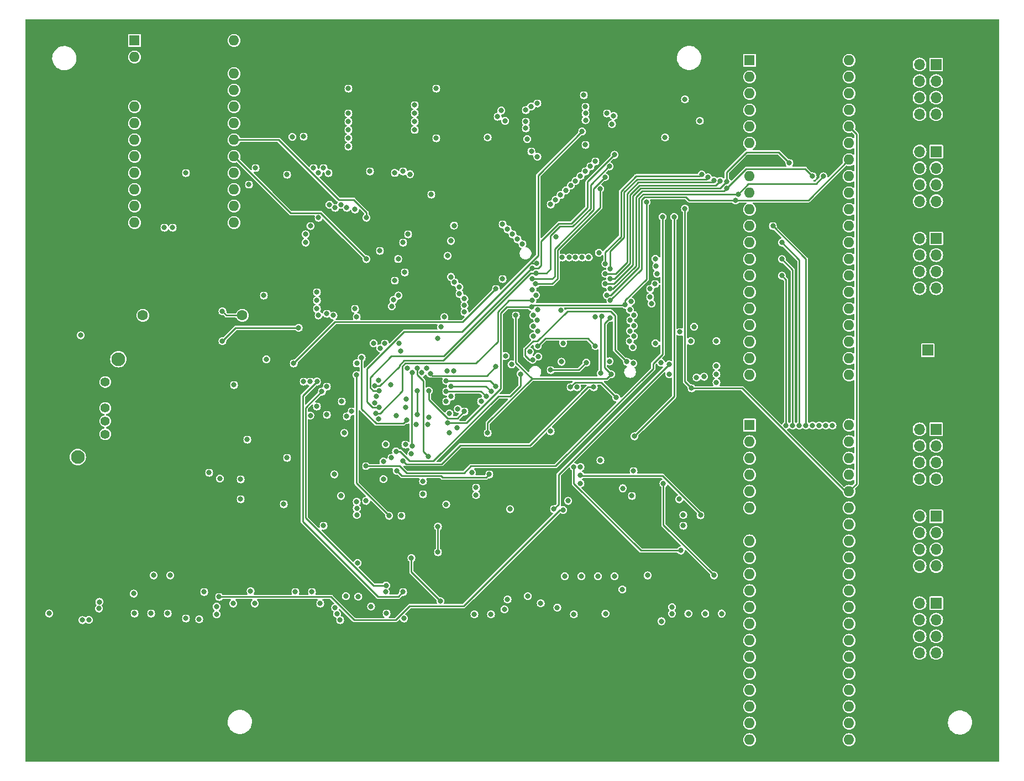
<source format=gbr>
%TF.GenerationSoftware,KiCad,Pcbnew,7.0.9*%
%TF.CreationDate,2023-11-28T19:04:43+01:00*%
%TF.ProjectId,z80,7a38302e-6b69-4636-9164-5f7063625858,1.0*%
%TF.SameCoordinates,Original*%
%TF.FileFunction,Copper,L2,Inr*%
%TF.FilePolarity,Positive*%
%FSLAX46Y46*%
G04 Gerber Fmt 4.6, Leading zero omitted, Abs format (unit mm)*
G04 Created by KiCad (PCBNEW 7.0.9) date 2023-11-28 19:04:43*
%MOMM*%
%LPD*%
G01*
G04 APERTURE LIST*
%TA.AperFunction,ComponentPad*%
%ADD10R,1.600000X1.600000*%
%TD*%
%TA.AperFunction,ComponentPad*%
%ADD11O,1.600000X1.600000*%
%TD*%
%TA.AperFunction,ComponentPad*%
%ADD12R,1.700000X1.700000*%
%TD*%
%TA.AperFunction,ComponentPad*%
%ADD13O,1.700000X1.700000*%
%TD*%
%TA.AperFunction,ComponentPad*%
%ADD14C,1.400000*%
%TD*%
%TA.AperFunction,ComponentPad*%
%ADD15C,2.100000*%
%TD*%
%TA.AperFunction,ComponentPad*%
%ADD16C,1.600000*%
%TD*%
%TA.AperFunction,ViaPad*%
%ADD17C,0.800000*%
%TD*%
%TA.AperFunction,Conductor*%
%ADD18C,0.250000*%
%TD*%
G04 APERTURE END LIST*
D10*
%TO.N,Net-(J4-Pin_8)*%
%TO.C,U7*%
X197358000Y-34290000D03*
D11*
%TO.N,Net-(J4-Pin_6)*%
X197358000Y-36830000D03*
%TO.N,Net-(J4-Pin_4)*%
X197358000Y-39370000D03*
%TO.N,Net-(J4-Pin_2)*%
X197358000Y-41910000D03*
%TO.N,/RD*%
X197358000Y-44450000D03*
%TO.N,/IO1-CS*%
X197358000Y-46990000D03*
%TO.N,GND*%
X197358000Y-49530000D03*
%TO.N,/A1*%
X197358000Y-52070000D03*
%TO.N,/A0*%
X197358000Y-54610000D03*
%TO.N,Net-(J6-Pin_7)*%
X197358000Y-57150000D03*
%TO.N,Net-(J6-Pin_5)*%
X197358000Y-59690000D03*
%TO.N,Net-(J6-Pin_3)*%
X197358000Y-62230000D03*
%TO.N,Net-(J6-Pin_1)*%
X197358000Y-64770000D03*
%TO.N,Net-(J6-Pin_2)*%
X197358000Y-67310000D03*
%TO.N,Net-(J6-Pin_4)*%
X197358000Y-69850000D03*
%TO.N,Net-(J6-Pin_6)*%
X197358000Y-72390000D03*
%TO.N,Net-(J6-Pin_8)*%
X197358000Y-74930000D03*
%TO.N,Net-(J5-Pin_2)*%
X197358000Y-77470000D03*
%TO.N,Net-(J5-Pin_4)*%
X197358000Y-80010000D03*
%TO.N,Net-(J5-Pin_6)*%
X197358000Y-82550000D03*
%TO.N,Net-(J5-Pin_8)*%
X212598000Y-82550000D03*
%TO.N,Net-(J5-Pin_1)*%
X212598000Y-80010000D03*
%TO.N,Net-(J5-Pin_3)*%
X212598000Y-77470000D03*
%TO.N,Net-(J5-Pin_5)*%
X212598000Y-74930000D03*
%TO.N,Net-(J5-Pin_7)*%
X212598000Y-72390000D03*
%TO.N,+5V*%
X212598000Y-69850000D03*
%TO.N,/D7*%
X212598000Y-67310000D03*
%TO.N,/D6*%
X212598000Y-64770000D03*
%TO.N,/D5*%
X212598000Y-62230000D03*
%TO.N,/D4*%
X212598000Y-59690000D03*
%TO.N,/D3*%
X212598000Y-57150000D03*
%TO.N,/D2*%
X212598000Y-54610000D03*
%TO.N,/D1*%
X212598000Y-52070000D03*
%TO.N,/D0*%
X212598000Y-49530000D03*
%TO.N,/RST-INV*%
X212598000Y-46990000D03*
%TO.N,/WR*%
X212598000Y-44450000D03*
%TO.N,Net-(J4-Pin_7)*%
X212598000Y-41910000D03*
%TO.N,Net-(J4-Pin_5)*%
X212598000Y-39370000D03*
%TO.N,Net-(J4-Pin_3)*%
X212598000Y-36830000D03*
%TO.N,Net-(J4-Pin_1)*%
X212598000Y-34290000D03*
%TD*%
D12*
%TO.N,Net-(J4-Pin_1)*%
%TO.C,J4*%
X225933000Y-34925000D03*
D13*
%TO.N,Net-(J4-Pin_2)*%
X223393000Y-34925000D03*
%TO.N,Net-(J4-Pin_3)*%
X225933000Y-37465000D03*
%TO.N,Net-(J4-Pin_4)*%
X223393000Y-37465000D03*
%TO.N,Net-(J4-Pin_5)*%
X225933000Y-40005000D03*
%TO.N,Net-(J4-Pin_6)*%
X223393000Y-40005000D03*
%TO.N,Net-(J4-Pin_7)*%
X225933000Y-42545000D03*
%TO.N,Net-(J4-Pin_8)*%
X223393000Y-42545000D03*
%TD*%
D12*
%TO.N,Net-(J5-Pin_1)*%
%TO.C,J5*%
X225953000Y-48270000D03*
D13*
%TO.N,Net-(J5-Pin_2)*%
X223413000Y-48270000D03*
%TO.N,Net-(J5-Pin_3)*%
X225953000Y-50810000D03*
%TO.N,Net-(J5-Pin_4)*%
X223413000Y-50810000D03*
%TO.N,Net-(J5-Pin_5)*%
X225953000Y-53350000D03*
%TO.N,Net-(J5-Pin_6)*%
X223413000Y-53350000D03*
%TO.N,Net-(J5-Pin_7)*%
X225953000Y-55890000D03*
%TO.N,Net-(J5-Pin_8)*%
X223413000Y-55890000D03*
%TD*%
D12*
%TO.N,Net-(J8-Pin_1)*%
%TO.C,J8*%
X225953000Y-104219000D03*
D13*
%TO.N,Net-(J8-Pin_2)*%
X223413000Y-104219000D03*
%TO.N,Net-(J8-Pin_3)*%
X225953000Y-106759000D03*
%TO.N,Net-(J8-Pin_4)*%
X223413000Y-106759000D03*
%TO.N,Net-(J8-Pin_5)*%
X225953000Y-109299000D03*
%TO.N,Net-(J8-Pin_6)*%
X223413000Y-109299000D03*
%TO.N,Net-(J8-Pin_7)*%
X225953000Y-111839000D03*
%TO.N,Net-(J8-Pin_8)*%
X223413000Y-111839000D03*
%TD*%
D12*
%TO.N,+5V*%
%TO.C,J1*%
X224663000Y-78740000D03*
D13*
%TO.N,GND*%
X224663000Y-81280000D03*
%TD*%
D10*
%TO.N,Net-(J7-Pin_8)*%
%TO.C,U10*%
X197358000Y-90239000D03*
D11*
%TO.N,Net-(J7-Pin_6)*%
X197358000Y-92779000D03*
%TO.N,Net-(J7-Pin_4)*%
X197358000Y-95319000D03*
%TO.N,Net-(J7-Pin_2)*%
X197358000Y-97859000D03*
%TO.N,/RD*%
X197358000Y-100399000D03*
%TO.N,/IO2-CS*%
X197358000Y-102939000D03*
%TO.N,GND*%
X197358000Y-105479000D03*
%TO.N,/A1*%
X197358000Y-108019000D03*
%TO.N,/A0*%
X197358000Y-110559000D03*
%TO.N,Net-(J9-Pin_7)*%
X197358000Y-113099000D03*
%TO.N,Net-(J9-Pin_5)*%
X197358000Y-115639000D03*
%TO.N,Net-(J9-Pin_3)*%
X197358000Y-118179000D03*
%TO.N,Net-(J9-Pin_1)*%
X197358000Y-120719000D03*
%TO.N,Net-(J9-Pin_2)*%
X197358000Y-123259000D03*
%TO.N,Net-(J9-Pin_4)*%
X197358000Y-125799000D03*
%TO.N,Net-(J9-Pin_6)*%
X197358000Y-128339000D03*
%TO.N,Net-(J9-Pin_8)*%
X197358000Y-130879000D03*
%TO.N,Net-(J8-Pin_2)*%
X197358000Y-133419000D03*
%TO.N,Net-(J8-Pin_4)*%
X197358000Y-135959000D03*
%TO.N,Net-(J8-Pin_6)*%
X197358000Y-138499000D03*
%TO.N,Net-(J8-Pin_8)*%
X212598000Y-138499000D03*
%TO.N,Net-(J8-Pin_1)*%
X212598000Y-135959000D03*
%TO.N,Net-(J8-Pin_3)*%
X212598000Y-133419000D03*
%TO.N,Net-(J8-Pin_5)*%
X212598000Y-130879000D03*
%TO.N,Net-(J8-Pin_7)*%
X212598000Y-128339000D03*
%TO.N,+5V*%
X212598000Y-125799000D03*
%TO.N,/D7*%
X212598000Y-123259000D03*
%TO.N,/D6*%
X212598000Y-120719000D03*
%TO.N,/D5*%
X212598000Y-118179000D03*
%TO.N,/D4*%
X212598000Y-115639000D03*
%TO.N,/D3*%
X212598000Y-113099000D03*
%TO.N,/D2*%
X212598000Y-110559000D03*
%TO.N,/D1*%
X212598000Y-108019000D03*
%TO.N,/D0*%
X212598000Y-105479000D03*
%TO.N,/RST-INV*%
X212598000Y-102939000D03*
%TO.N,/WR*%
X212598000Y-100399000D03*
%TO.N,Net-(J7-Pin_7)*%
X212598000Y-97859000D03*
%TO.N,Net-(J7-Pin_5)*%
X212598000Y-95319000D03*
%TO.N,Net-(J7-Pin_3)*%
X212598000Y-92779000D03*
%TO.N,Net-(J7-Pin_1)*%
X212598000Y-90239000D03*
%TD*%
D14*
%TO.N,Net-(R8-Pad2)*%
%TO.C,SW2*%
X98636000Y-83630000D03*
%TO.N,Net-(D2-A)*%
X98636000Y-87630000D03*
%TO.N,Net-(D4-A)*%
X98636000Y-89630000D03*
%TO.N,Net-(D8-A)*%
X98636000Y-91630000D03*
D15*
%TO.N,N/C*%
X100636000Y-80130000D03*
X94436000Y-95130000D03*
%TD*%
D11*
%TO.N,unconnected-(A1-NC-Pad1)*%
%TO.C,A1*%
X118364000Y-31242000D03*
%TO.N,GND*%
X118364000Y-33782000D03*
%TO.N,unconnected-(A1-~{RESET}-Pad3)*%
X118364000Y-36322000D03*
%TO.N,+5V*%
X118364000Y-38862000D03*
%TO.N,/BUSACK*%
X118364000Y-41402000D03*
%TO.N,/PROG-OE*%
X118364000Y-43942000D03*
%TO.N,/PROG-WR*%
X118364000Y-46482000D03*
%TO.N,/RD*%
X118364000Y-49022000D03*
%TO.N,Net-(A1-D15)*%
X118364000Y-51562000D03*
%TO.N,Net-(A1-D14)*%
X118364000Y-54102000D03*
%TO.N,Net-(A1-D16)*%
X118364000Y-56642000D03*
%TO.N,/BUSRQ*%
X118364000Y-59182000D03*
%TO.N,/D7*%
X103124000Y-59182000D03*
%TO.N,/D6*%
X103124000Y-56642000D03*
%TO.N,/D5*%
X103124000Y-54102000D03*
%TO.N,/D4*%
X103124000Y-51562000D03*
%TO.N,/D3*%
X103124000Y-49022000D03*
%TO.N,/D2*%
X103124000Y-46482000D03*
%TO.N,/D1*%
X103124000Y-43942000D03*
%TO.N,/D0*%
X103124000Y-41402000D03*
%TO.N,GND*%
X103124000Y-38862000D03*
X103124000Y-36322000D03*
%TO.N,unconnected-(A1-RX1-Pad23)*%
X103124000Y-33782000D03*
D10*
%TO.N,unconnected-(A1-TX0-Pad24)*%
X103124000Y-31242000D03*
%TD*%
%TO.N,GND*%
%TO.C,CLK2*%
X119634000Y-65786000D03*
D16*
X104394000Y-65786000D03*
%TO.N,/FstClk*%
X104394000Y-73406000D03*
%TO.N,+5V*%
X119634000Y-73406000D03*
%TD*%
D12*
%TO.N,Net-(J9-Pin_1)*%
%TO.C,J9*%
X225953000Y-117554000D03*
D13*
%TO.N,Net-(J9-Pin_2)*%
X223413000Y-117554000D03*
%TO.N,Net-(J9-Pin_3)*%
X225953000Y-120094000D03*
%TO.N,Net-(J9-Pin_4)*%
X223413000Y-120094000D03*
%TO.N,Net-(J9-Pin_5)*%
X225953000Y-122634000D03*
%TO.N,Net-(J9-Pin_6)*%
X223413000Y-122634000D03*
%TO.N,Net-(J9-Pin_7)*%
X225953000Y-125174000D03*
%TO.N,Net-(J9-Pin_8)*%
X223413000Y-125174000D03*
%TD*%
D12*
%TO.N,Net-(J6-Pin_1)*%
%TO.C,J6*%
X225953000Y-61605000D03*
D13*
%TO.N,Net-(J6-Pin_2)*%
X223413000Y-61605000D03*
%TO.N,Net-(J6-Pin_3)*%
X225953000Y-64145000D03*
%TO.N,Net-(J6-Pin_4)*%
X223413000Y-64145000D03*
%TO.N,Net-(J6-Pin_5)*%
X225953000Y-66685000D03*
%TO.N,Net-(J6-Pin_6)*%
X223413000Y-66685000D03*
%TO.N,Net-(J6-Pin_7)*%
X225953000Y-69225000D03*
%TO.N,Net-(J6-Pin_8)*%
X223413000Y-69225000D03*
%TD*%
D12*
%TO.N,Net-(J7-Pin_1)*%
%TO.C,J7*%
X225933000Y-90874000D03*
D13*
%TO.N,Net-(J7-Pin_2)*%
X223393000Y-90874000D03*
%TO.N,Net-(J7-Pin_3)*%
X225933000Y-93414000D03*
%TO.N,Net-(J7-Pin_4)*%
X223393000Y-93414000D03*
%TO.N,Net-(J7-Pin_5)*%
X225933000Y-95954000D03*
%TO.N,Net-(J7-Pin_6)*%
X223393000Y-95954000D03*
%TO.N,Net-(J7-Pin_7)*%
X225933000Y-98494000D03*
%TO.N,Net-(J7-Pin_8)*%
X223393000Y-98494000D03*
%TD*%
D17*
%TO.N,/D0*%
X210058000Y-90297000D03*
X176022000Y-71120000D03*
X127762000Y-115824000D03*
X164084000Y-71120000D03*
X157226000Y-46101000D03*
X140044226Y-88400885D03*
X195199000Y-55735000D03*
X131064000Y-69850000D03*
X136398000Y-88138000D03*
%TO.N,/D1*%
X163284500Y-46344500D03*
X195622454Y-54830145D03*
X209042000Y-90297000D03*
X135636000Y-88900000D03*
X140529074Y-89274914D03*
X164638424Y-70288364D03*
X208661000Y-52070000D03*
X175467576Y-70288364D03*
X130302000Y-115824000D03*
X131064000Y-71120000D03*
%TO.N,/D2*%
X193865500Y-53911500D03*
X131572000Y-117602000D03*
X131064000Y-72390000D03*
X176022000Y-69342000D03*
X164084000Y-69455500D03*
X134874000Y-86614000D03*
X163919500Y-48260000D03*
X139891930Y-86800211D03*
X208026000Y-90297000D03*
X207010000Y-52070000D03*
%TO.N,/D3*%
X174460500Y-53975000D03*
X207010000Y-90297000D03*
X138594726Y-101854000D03*
X140508424Y-83381636D03*
X203454000Y-50038000D03*
X137160000Y-73660000D03*
X164592000Y-68580000D03*
X175260000Y-68580000D03*
X193861201Y-52891201D03*
%TO.N,/D4*%
X200918299Y-59694299D03*
X142113000Y-104140000D03*
X175185000Y-52197000D03*
X137122500Y-82550000D03*
X110998000Y-51562000D03*
X164037576Y-67748364D03*
X192870248Y-52760751D03*
X205994000Y-90297000D03*
X176022000Y-67818000D03*
X136906000Y-72390000D03*
%TO.N,/D5*%
X108966000Y-59944000D03*
X202311000Y-62230000D03*
X191872907Y-52695046D03*
X204978000Y-90297000D03*
X130052299Y-88768701D03*
X141605000Y-115824000D03*
X139936619Y-84201419D03*
X133599701Y-73410299D03*
X132588000Y-84328000D03*
X175260000Y-67023864D03*
X164662326Y-66968177D03*
X175909500Y-50546000D03*
X130048000Y-83566000D03*
%TO.N,/D6*%
X129032000Y-83566000D03*
X176022000Y-66294000D03*
X176657000Y-48768000D03*
X141670535Y-114827064D03*
X190990680Y-52225278D03*
X203962000Y-90297000D03*
X164032522Y-66192063D03*
X132588000Y-73152000D03*
X140612313Y-84937924D03*
X202311000Y-64770000D03*
X131826000Y-85090000D03*
X107696000Y-59944000D03*
%TO.N,/D7*%
X131068299Y-83561701D03*
X144272000Y-115824000D03*
X202946000Y-90297000D03*
X140595149Y-87510485D03*
X175260000Y-65467563D03*
X171699701Y-45207701D03*
X131064000Y-87376000D03*
X164678791Y-65429605D03*
X190012222Y-51784500D03*
X131313701Y-73401701D03*
X202311000Y-67310000D03*
%TO.N,/BUSACK*%
X116586000Y-77343000D03*
X146304000Y-90170000D03*
X108585000Y-113284000D03*
X128270000Y-75311000D03*
%TO.N,GND*%
X171511009Y-40517983D03*
X111252000Y-95504000D03*
X151430424Y-87445636D03*
X111887000Y-115316000D03*
X182880000Y-115189000D03*
X117475000Y-83058000D03*
X94107000Y-115316000D03*
X125222000Y-108458000D03*
X172593000Y-82042000D03*
X160147000Y-84709000D03*
X173736000Y-86233000D03*
X139446000Y-121031000D03*
X133731000Y-99060000D03*
X159512000Y-39624000D03*
X167386000Y-105537000D03*
X126238000Y-97028000D03*
X125222000Y-91948000D03*
X117602000Y-88138000D03*
X182880000Y-121285000D03*
X116586000Y-91440000D03*
X112903000Y-121031000D03*
X188214000Y-86233000D03*
X162560000Y-120929400D03*
X188214000Y-82423000D03*
X122936000Y-68834000D03*
X167386000Y-86233000D03*
X157734000Y-99060000D03*
X217805000Y-46990000D03*
X117348000Y-108458000D03*
X167513000Y-93091000D03*
X167386000Y-101727000D03*
X127254000Y-47498000D03*
X128016000Y-97536000D03*
X188214000Y-51181000D03*
X109601000Y-85471000D03*
X167386000Y-80518000D03*
X178718284Y-84417117D03*
X162560000Y-115011200D03*
X149860000Y-99060000D03*
X159512000Y-46736000D03*
X178054000Y-104902000D03*
X126238000Y-90170000D03*
X180721000Y-80518000D03*
X140716000Y-47498000D03*
X116586000Y-102108000D03*
X121920000Y-86233000D03*
X136398000Y-115443000D03*
X127508000Y-73660000D03*
%TO.N,/BUSRQ*%
X148082000Y-90170000D03*
X106045000Y-113284000D03*
%TO.N,+5V*%
X135255000Y-91440000D03*
X171958000Y-39624000D03*
X189738000Y-43561000D03*
X126492000Y-95250000D03*
X149606000Y-109728000D03*
X120396000Y-92456000D03*
X149606000Y-105791000D03*
X140208000Y-85852000D03*
X135890000Y-38608000D03*
X125984000Y-102362000D03*
X119380000Y-98552000D03*
X178562000Y-80518000D03*
X192278000Y-77343000D03*
X147320000Y-98869000D03*
X122936000Y-70358000D03*
X149352000Y-38608000D03*
X94869000Y-76454000D03*
X171450000Y-96647000D03*
X179578000Y-97282000D03*
X116586000Y-72771000D03*
X119380000Y-101600000D03*
X164096929Y-80199649D03*
X114554000Y-97536000D03*
X149352000Y-46228000D03*
X136906000Y-57150000D03*
X135890000Y-46228000D03*
%TO.N,/A0*%
X178980000Y-77380000D03*
X162560000Y-62484000D03*
X168783000Y-77654500D03*
X150584500Y-73660000D03*
X163068000Y-44704000D03*
X150876000Y-86614000D03*
%TO.N,/A1*%
X156214299Y-86618299D03*
X161798000Y-61722000D03*
X179626000Y-76580000D03*
X151638000Y-85852000D03*
X182929299Y-77674701D03*
X164243266Y-76582682D03*
X132842000Y-51562000D03*
X135636000Y-56896000D03*
X150076500Y-75184000D03*
X163068000Y-43688000D03*
%TO.N,/A11*%
X142998840Y-51559269D03*
X171704000Y-64516000D03*
X144526000Y-66802000D03*
X175514000Y-42418000D03*
X181737000Y-113289500D03*
X140716000Y-63500000D03*
X171450000Y-52041000D03*
X182880000Y-68580000D03*
X143919963Y-78852500D03*
X143256000Y-88773000D03*
X152146000Y-68326000D03*
%TO.N,/A12*%
X131318000Y-58420000D03*
X143643500Y-77724000D03*
X187198000Y-104013000D03*
X183172155Y-67017845D03*
X151591576Y-67494364D03*
X139192000Y-51308000D03*
X172212000Y-51308000D03*
X172212000Y-47244000D03*
X170688000Y-64516000D03*
X143002000Y-68072000D03*
%TO.N,/A13*%
X170434000Y-96647000D03*
X186817000Y-109474000D03*
X143547500Y-70358000D03*
X151609500Y-61976000D03*
X172974000Y-50546000D03*
X183049454Y-65870546D03*
X141478000Y-77724000D03*
X169688497Y-64516000D03*
X187198000Y-105664000D03*
%TO.N,/A14*%
X182926753Y-64723247D03*
X173736000Y-49784000D03*
X142816051Y-71039166D03*
X152069127Y-59613127D03*
X140771245Y-78430755D03*
X171450000Y-97917000D03*
X168656000Y-64516000D03*
X189830500Y-104056098D03*
%TO.N,Clock*%
X133731000Y-97790000D03*
X137164299Y-80767701D03*
%TO.N,/INT*%
X153670000Y-88138000D03*
X141253574Y-95795500D03*
X170942000Y-84417617D03*
X148209000Y-84963000D03*
X141253574Y-98514500D03*
X137172548Y-102993051D03*
X160880411Y-80935777D03*
X146431000Y-84963000D03*
X146431000Y-88646000D03*
%TO.N,/NMI*%
X157480000Y-97790000D03*
X142494000Y-95250000D03*
X143284014Y-97244500D03*
X166878000Y-81788000D03*
X172339000Y-80645000D03*
X137160000Y-101981000D03*
X166878000Y-91186000D03*
%TO.N,/A15*%
X171450000Y-99187000D03*
X184150000Y-99187000D03*
X139737500Y-77675033D03*
X191897000Y-113284000D03*
X151092500Y-64262000D03*
X167720000Y-61388000D03*
X142514648Y-71992141D03*
X164846000Y-49059000D03*
%TO.N,/MREQ*%
X161544000Y-73406000D03*
X168783000Y-103251000D03*
X144653000Y-87503000D03*
X151384000Y-91440000D03*
X116078000Y-116586000D03*
X176149000Y-82423000D03*
X176022000Y-73787000D03*
X185039000Y-82423000D03*
X157226000Y-91440000D03*
%TO.N,/IORQ*%
X162265476Y-82390500D03*
X174752000Y-73533000D03*
X143178632Y-94248340D03*
X134747000Y-101092000D03*
X174540153Y-82296000D03*
X120904000Y-115697000D03*
%TO.N,/HALT*%
X132080000Y-105664000D03*
X102997000Y-116078000D03*
X141605000Y-93180500D03*
%TO.N,/RD*%
X164206134Y-73400161D03*
X159512000Y-67818000D03*
X145542000Y-110617000D03*
X149987000Y-117221000D03*
X144854500Y-89445500D03*
X137922000Y-79883000D03*
X173736000Y-73660000D03*
X138635000Y-64770000D03*
X145542000Y-94615000D03*
X176530000Y-42799000D03*
%TO.N,/WR*%
X159945500Y-79629000D03*
X169926000Y-84417500D03*
X152527000Y-90678000D03*
X113792000Y-115824000D03*
X144780000Y-86233000D03*
X176911000Y-85979000D03*
X147320000Y-100838000D03*
X152654000Y-87757000D03*
X154813000Y-97536000D03*
X187452000Y-40259000D03*
X187452000Y-57023000D03*
X188468000Y-84582000D03*
%TO.N,/WAIT*%
X144272000Y-95758000D03*
X173736000Y-78105000D03*
X164862860Y-78104500D03*
X144018000Y-104140000D03*
X173482000Y-84417617D03*
%TO.N,/M1*%
X144615500Y-93218000D03*
X137168599Y-104021599D03*
X148209000Y-89027000D03*
%TO.N,/RFSH*%
X137287000Y-111379000D03*
X151373884Y-88443538D03*
%TO.N,/A4*%
X159315654Y-41984500D03*
X151017500Y-81927500D03*
X130556000Y-50800000D03*
X158496000Y-84328000D03*
X179067529Y-74164326D03*
X159512000Y-59436000D03*
X164846000Y-74168000D03*
X150876000Y-83452000D03*
X132985449Y-56408500D03*
%TO.N,/A5*%
X179625672Y-73335181D03*
X129335000Y-62230000D03*
X126492000Y-51816000D03*
X148446331Y-82366697D03*
X158491701Y-81275701D03*
X168444500Y-72644000D03*
X166878000Y-56388000D03*
X186690000Y-75946000D03*
X163068000Y-41910000D03*
%TO.N,/A6*%
X182347701Y-71603701D03*
X163899636Y-41355576D03*
X188341000Y-77343000D03*
X147893500Y-81534000D03*
X167640000Y-55663500D03*
X127292924Y-46012924D03*
X178999415Y-72556202D03*
X129335000Y-60960000D03*
X153670000Y-72898000D03*
X169037000Y-113411000D03*
X164916326Y-72556177D03*
%TO.N,/A7*%
X129032000Y-45974000D03*
X147145312Y-82196737D03*
X153665701Y-71877701D03*
X130059500Y-59690000D03*
X164846000Y-40894000D03*
X171577000Y-113411000D03*
X188849000Y-75131397D03*
X168402000Y-54939000D03*
X179167701Y-71276299D03*
%TO.N,/RST*%
X121539000Y-117602000D03*
X178294449Y-71762545D03*
X151130000Y-89916000D03*
X181558155Y-56007000D03*
X163978552Y-72128300D03*
X150876000Y-102399500D03*
%TO.N,/A8*%
X169195814Y-54214500D03*
X174117000Y-113411000D03*
X146407821Y-81522117D03*
X148590000Y-54864000D03*
X172212000Y-41402000D03*
X145034000Y-60960000D03*
X153661402Y-70857402D03*
X182118000Y-70612000D03*
X148109797Y-95023797D03*
%TO.N,/A9*%
X145646159Y-82169324D03*
X145332859Y-51743205D03*
X144272000Y-62230000D03*
X176657000Y-113411000D03*
X145669000Y-93472000D03*
X152908000Y-70104000D03*
X169957455Y-53490000D03*
X174261332Y-63779931D03*
X172216299Y-42422299D03*
%TO.N,/A10*%
X172220598Y-43442598D03*
X143514299Y-64765701D03*
X144272000Y-51308000D03*
X152903701Y-69083701D03*
X172715701Y-64511701D03*
X186563353Y-101599647D03*
X144882382Y-81524615D03*
X170688000Y-52765500D03*
X182118000Y-69342000D03*
%TO.N,Net-(D20-K)*%
X144399000Y-119888000D03*
%TO.N,Net-(D21-K)*%
X90043000Y-119126000D03*
%TO.N,Net-(D22-K)*%
X95123000Y-120142000D03*
%TO.N,Net-(D23-K)*%
X96122286Y-120121208D03*
%TO.N,Net-(D26-K)*%
X103124000Y-119126000D03*
%TO.N,Net-(D41-K)*%
X170434000Y-119253000D03*
%TO.N,Net-(D42-K)*%
X175272000Y-119141000D03*
%TO.N,Net-(D43-K)*%
X177872000Y-115441000D03*
%TO.N,Net-(D44-K)*%
X185472000Y-118141497D03*
%TO.N,Net-(D45-K)*%
X183848353Y-120317353D03*
%TO.N,Net-(D46-K)*%
X185472000Y-119141000D03*
%TO.N,Net-(D47-K)*%
X187972000Y-119141000D03*
%TO.N,/A2*%
X156976299Y-85856299D03*
X179017492Y-75787079D03*
X161036000Y-60960000D03*
X164881100Y-75813153D03*
X150876000Y-85090000D03*
X149568500Y-76962000D03*
X134763449Y-56408500D03*
X159892309Y-43561015D03*
X132080000Y-50800000D03*
%TO.N,/A3*%
X160274000Y-60198000D03*
X158750000Y-42926000D03*
X157738299Y-85094299D03*
X131318000Y-51562000D03*
X133858000Y-56896000D03*
X151638000Y-84252000D03*
X152017003Y-81927500D03*
X179625369Y-74993674D03*
X164227984Y-75056552D03*
%TO.N,Net-(D48-K)*%
X190572000Y-119141000D03*
%TO.N,Net-(D49-K)*%
X193072000Y-119141000D03*
%TO.N,/PROG-WR*%
X138635000Y-58420000D03*
%TO.N,/EXT-IO2-CS*%
X192278000Y-82423000D03*
X164973000Y-79718500D03*
%TO.N,/EXT-IO1-CS*%
X192278000Y-81153000D03*
X163703000Y-78994000D03*
%TO.N,/EXT-IO5-CS*%
X175895000Y-80443500D03*
X189230000Y-82931000D03*
%TO.N,/EXT-IO4-CS*%
X190373000Y-82804000D03*
X179546498Y-80772000D03*
%TO.N,/EXT-IO6-CS*%
X179463570Y-78254738D03*
X183769000Y-80645000D03*
%TO.N,/AdjClk*%
X116195000Y-98425000D03*
X118364000Y-84074000D03*
%TO.N,Net-(D13-K)*%
X134620000Y-120142000D03*
%TO.N,Net-(D14-K)*%
X134132584Y-119197903D03*
%TO.N,Net-(D15-K)*%
X133857500Y-118237000D03*
%TO.N,Net-(D16-K)*%
X135509000Y-116459000D03*
%TO.N,Net-(D17-K)*%
X137404407Y-116553105D03*
%TO.N,Net-(D18-K)*%
X139361397Y-118042510D03*
%TO.N,Net-(D19-K)*%
X141732000Y-119126000D03*
%TO.N,/EXT-CS*%
X158496000Y-69342000D03*
X127508000Y-80772000D03*
%TO.N,/PROG-OE*%
X184404000Y-46101000D03*
X135890000Y-42418000D03*
X146050000Y-42418000D03*
%TO.N,Net-(D24-K)*%
X97663000Y-118364000D03*
%TO.N,Net-(D25-K)*%
X97721499Y-117356159D03*
%TO.N,Net-(D27-K)*%
X105664000Y-119126000D03*
%TO.N,Net-(D28-K)*%
X108204000Y-119126000D03*
%TO.N,Net-(D29-K)*%
X110998000Y-119888000D03*
%TO.N,Net-(D30-K)*%
X113030000Y-120015000D03*
%TO.N,Net-(D31-K)*%
X115697000Y-119253000D03*
%TO.N,Net-(D32-K)*%
X115697000Y-118072500D03*
%TO.N,Net-(D33-K)*%
X118237000Y-117602000D03*
%TO.N,/RAM1-CS*%
X179705000Y-91948000D03*
X169545000Y-101854000D03*
X185801000Y-58293000D03*
X176276000Y-44069000D03*
%TO.N,/ROM1-CS*%
X174498000Y-95631000D03*
X142367000Y-84074000D03*
%TO.N,Net-(U2-QH')*%
X135890000Y-47498000D03*
X146050000Y-41148000D03*
%TO.N,Net-(A1-D14)*%
X146050000Y-44958000D03*
X135890000Y-44958000D03*
X121666000Y-50800000D03*
%TO.N,Net-(A1-D16)*%
X146050000Y-43688000D03*
X135890000Y-43688000D03*
X120650000Y-53340000D03*
%TO.N,Net-(D34-K)*%
X155194000Y-119253000D03*
%TO.N,Net-(D35-K)*%
X157734000Y-119253000D03*
%TO.N,Net-(D36-K)*%
X159796835Y-118492934D03*
%TO.N,Net-(D37-K)*%
X160274000Y-116967000D03*
%TO.N,Net-(D38-K)*%
X163388902Y-116459000D03*
%TO.N,Net-(D39-K)*%
X165354000Y-117576000D03*
%TO.N,Net-(D40-K)*%
X167894000Y-118211000D03*
%TO.N,Net-(U1-Pad12)*%
X177927000Y-99921500D03*
X155448000Y-99822000D03*
X132588000Y-88646000D03*
%TO.N,Net-(U1-Pad13)*%
X179324000Y-101092000D03*
X155448000Y-100965000D03*
X123317000Y-80137000D03*
%TO.N,/IOREQ*%
X185039000Y-80899000D03*
X167386000Y-103124000D03*
X160655000Y-103124000D03*
%TO.N,/EXT-IO3-CS*%
X168529000Y-80518000D03*
X192278000Y-83693000D03*
%TO.N,Net-(U6-Pad4)*%
X138594726Y-96520000D03*
X184023000Y-58293000D03*
%TD*%
D18*
%TO.N,/D0*%
X144145000Y-84985939D02*
X144145000Y-81236692D01*
X144609692Y-80772000D02*
X155448000Y-80772000D01*
X144145000Y-81236692D02*
X144609692Y-80772000D01*
X158771000Y-77449000D02*
X158771000Y-72875604D01*
X155448000Y-80772000D02*
X158771000Y-77449000D01*
X187579000Y-55245000D02*
X181229000Y-55245000D01*
X206393000Y-55735000D02*
X188069000Y-55735000D01*
X180833155Y-55640845D02*
X180833155Y-66308845D01*
X181229000Y-55245000D02*
X180833155Y-55640845D01*
X188069000Y-55735000D02*
X187579000Y-55245000D01*
X160526604Y-71120000D02*
X164084000Y-71120000D01*
X140730054Y-88400885D02*
X144145000Y-84985939D01*
X158771000Y-72875604D02*
X160526604Y-71120000D01*
X140044226Y-88400885D02*
X140730054Y-88400885D01*
X212598000Y-49530000D02*
X206393000Y-55735000D01*
X180833155Y-66308845D02*
X176022000Y-71120000D01*
%TO.N,/D1*%
X180383155Y-55454449D02*
X181042604Y-54795000D01*
X195587309Y-54795000D02*
X195622454Y-54830145D01*
X175467576Y-70288364D02*
X176100941Y-70288364D01*
X193548000Y-54795000D02*
X195587309Y-54795000D01*
X195582009Y-54795000D02*
X197182009Y-53195000D01*
X180383155Y-66006150D02*
X180383155Y-55454449D01*
X176100941Y-70288364D02*
X180383155Y-66006150D01*
X197182009Y-53195000D02*
X207536000Y-53195000D01*
X181042604Y-54795000D02*
X193548000Y-54795000D01*
X193548000Y-54795000D02*
X195582009Y-54795000D01*
X207536000Y-53195000D02*
X208661000Y-52070000D01*
%TO.N,/D2*%
X205885000Y-50945000D02*
X196832000Y-50945000D01*
X180856208Y-54345000D02*
X193432000Y-54345000D01*
X207010000Y-52070000D02*
X205885000Y-50945000D01*
X176022000Y-69342000D02*
X176410909Y-69342000D01*
X196832000Y-50945000D02*
X193865500Y-53911500D01*
X176410909Y-69342000D02*
X179933155Y-65819754D01*
X193432000Y-54345000D02*
X193865500Y-53911500D01*
X179933155Y-55268053D02*
X180856208Y-54345000D01*
X179933155Y-65819754D02*
X179933155Y-55268053D01*
%TO.N,/D3*%
X167132000Y-68580000D02*
X164592000Y-68580000D01*
X167931000Y-63369000D02*
X167931000Y-67781000D01*
X179483155Y-65633358D02*
X179483155Y-55081657D01*
X174460500Y-56839500D02*
X167931000Y-63369000D01*
X179483155Y-55081657D02*
X180669812Y-53895000D01*
X174460500Y-53975000D02*
X174460500Y-56839500D01*
X176536513Y-68580000D02*
X179483155Y-65633358D01*
X196910009Y-48387000D02*
X201803000Y-48387000D01*
X193861201Y-51435808D02*
X196910009Y-48387000D01*
X180669812Y-53895000D02*
X192857402Y-53895000D01*
X201803000Y-48387000D02*
X203454000Y-50038000D01*
X193861201Y-52891201D02*
X193861201Y-51435808D01*
X167931000Y-67781000D02*
X167132000Y-68580000D01*
X192857402Y-53895000D02*
X193861201Y-52891201D01*
X175260000Y-68580000D02*
X176536513Y-68580000D01*
%TO.N,/D4*%
X167481000Y-63182604D02*
X173434302Y-57229302D01*
X167481000Y-67469000D02*
X167481000Y-63182604D01*
X176662117Y-67818000D02*
X179033155Y-65446962D01*
X180483416Y-53445000D02*
X192185999Y-53445000D01*
X164037576Y-67748364D02*
X164107212Y-67818000D01*
X205994000Y-90297000D02*
X205994000Y-64770000D01*
X176022000Y-67818000D02*
X176662117Y-67818000D01*
X137122500Y-99149500D02*
X142113000Y-104140000D01*
X192185999Y-53445000D02*
X192870248Y-52760751D01*
X173434302Y-53947698D02*
X175185000Y-52197000D01*
X137122500Y-82550000D02*
X137122500Y-99149500D01*
X167132000Y-67818000D02*
X167481000Y-67469000D01*
X179033155Y-54895261D02*
X180483416Y-53445000D01*
X164107212Y-67818000D02*
X167132000Y-67818000D01*
X179033155Y-65446962D02*
X179033155Y-54895261D01*
X205994000Y-64770000D02*
X200918299Y-59694299D01*
X173434302Y-57229302D02*
X173434302Y-53947698D01*
%TO.N,/D5*%
X178583155Y-65260566D02*
X178583155Y-54708865D01*
X143695000Y-81220365D02*
X143695000Y-81050296D01*
X175909500Y-50546000D02*
X175810695Y-50546000D01*
X172984302Y-53372393D02*
X172984302Y-57042906D01*
X150438635Y-80322000D02*
X150368000Y-80322000D01*
X172984302Y-57042906D02*
X170258604Y-59768604D01*
X175810695Y-50546000D02*
X172984302Y-53372393D01*
X143695000Y-81050296D02*
X144423296Y-80322000D01*
X166203823Y-66968177D02*
X164662326Y-66968177D01*
X170258604Y-59768604D02*
X168314091Y-59768604D01*
X204978000Y-90297000D02*
X204978000Y-64897000D01*
X180333020Y-52959000D02*
X191608953Y-52959000D01*
X175260000Y-67023864D02*
X176819857Y-67023864D01*
X166878000Y-66294000D02*
X166203823Y-66968177D01*
X176819857Y-67023864D02*
X178583155Y-65260566D01*
X178583155Y-54708865D02*
X180333020Y-52959000D01*
X168314091Y-59768604D02*
X166878000Y-61204695D01*
X163792458Y-66968177D02*
X150438635Y-80322000D01*
X191608953Y-52959000D02*
X191872907Y-52695046D01*
X164662326Y-66968177D02*
X163792458Y-66968177D01*
X144423296Y-80322000D02*
X150368000Y-80322000D01*
X139936619Y-84201419D02*
X140713946Y-84201419D01*
X204978000Y-64897000D02*
X202311000Y-62230000D01*
X166878000Y-61204695D02*
X166878000Y-66294000D01*
X140713946Y-84201419D02*
X143695000Y-81220365D01*
%TO.N,/D6*%
X164032522Y-66192063D02*
X164941638Y-66192063D01*
X170053000Y-59309000D02*
X172534302Y-56827698D01*
X178133155Y-61468000D02*
X178133155Y-54522469D01*
X203962000Y-66421000D02*
X202311000Y-64770000D01*
X129327299Y-87588701D02*
X131826000Y-85090000D01*
X180146624Y-52509000D02*
X190706958Y-52509000D01*
X139211619Y-84501724D02*
X139211619Y-82911381D01*
X141670535Y-114827064D02*
X139709759Y-114827064D01*
X176022000Y-63579155D02*
X178133155Y-61468000D01*
X139709759Y-114827064D02*
X129327299Y-104444604D01*
X203962000Y-90297000D02*
X203962000Y-66421000D01*
X139647819Y-84937924D02*
X139211619Y-84501724D01*
X190706958Y-52509000D02*
X190990680Y-52225278D01*
X150495239Y-79629000D02*
X163932176Y-66192063D01*
X172534302Y-56827698D02*
X172534302Y-52890698D01*
X140612313Y-84937924D02*
X139647819Y-84937924D01*
X139211619Y-82911381D02*
X142494000Y-79629000D01*
X172534302Y-52890698D02*
X176657000Y-48768000D01*
X129327299Y-104444604D02*
X129327299Y-87588701D01*
X164941638Y-66192063D02*
X165403791Y-65729910D01*
X163932176Y-66192063D02*
X164032522Y-66192063D01*
X165403791Y-65729910D02*
X165403791Y-62042508D01*
X142494000Y-79629000D02*
X150495239Y-79629000D01*
X168137299Y-59309000D02*
X170053000Y-59309000D01*
X178133155Y-54522469D02*
X180146624Y-52509000D01*
X176022000Y-66294000D02*
X176022000Y-63579155D01*
X165403791Y-62042508D02*
X168137299Y-59309000D01*
%TO.N,/D7*%
X139591625Y-87525211D02*
X138761619Y-86695205D01*
X131068299Y-83561701D02*
X131068299Y-83571006D01*
X140595149Y-87510485D02*
X140580423Y-87525211D01*
X128877299Y-85762006D02*
X128877299Y-105001299D01*
X131068299Y-83571006D02*
X128877299Y-85762006D01*
X164953791Y-51953611D02*
X164953791Y-64245489D01*
X189737722Y-52059000D02*
X190012222Y-51784500D01*
X138761619Y-86695205D02*
X138761619Y-81580576D01*
X163769675Y-65429605D02*
X164678791Y-65429605D01*
X153290280Y-75909000D02*
X163769675Y-65429605D01*
X143547000Y-116549000D02*
X144272000Y-115824000D01*
X140425000Y-116549000D02*
X143547000Y-116549000D01*
X202946000Y-67945000D02*
X202311000Y-67310000D01*
X140580423Y-87525211D02*
X139591625Y-87525211D01*
X175260000Y-63704759D02*
X177648380Y-61316379D01*
X171699701Y-45207701D02*
X164953791Y-51953611D01*
X164953791Y-64245489D02*
X163769675Y-65429605D01*
X202946000Y-90297000D02*
X202946000Y-67945000D01*
X144433195Y-75909000D02*
X153290280Y-75909000D01*
X177648380Y-54370848D02*
X179960228Y-52059000D01*
X128877299Y-105001299D02*
X140425000Y-116549000D01*
X177648380Y-61316379D02*
X177648380Y-54370848D01*
X175260000Y-65467563D02*
X175260000Y-63704759D01*
X179960228Y-52059000D02*
X189737722Y-52059000D01*
X138761619Y-81580576D02*
X144433195Y-75909000D01*
%TO.N,/BUSACK*%
X116586000Y-77343000D02*
X118618000Y-75311000D01*
X118618000Y-75311000D02*
X128270000Y-75311000D01*
%TO.N,+5V*%
X117221000Y-73406000D02*
X116586000Y-72771000D01*
X164846000Y-77379500D02*
X164174500Y-77379500D01*
X176747000Y-73486695D02*
X176031305Y-72771000D01*
X163638649Y-80199649D02*
X164096929Y-80199649D01*
X169454500Y-72771000D02*
X164846000Y-77379500D01*
X164174500Y-77379500D02*
X162978000Y-78576000D01*
X176747000Y-78703000D02*
X176747000Y-73486695D01*
X119634000Y-73406000D02*
X117221000Y-73406000D01*
X178562000Y-80518000D02*
X176747000Y-78703000D01*
X162978000Y-78576000D02*
X162978000Y-79539000D01*
X149606000Y-105791000D02*
X149606000Y-109728000D01*
X162978000Y-79539000D02*
X163638649Y-80199649D01*
X176031305Y-72771000D02*
X169454500Y-72771000D01*
%TO.N,/A13*%
X180711695Y-109474000D02*
X186817000Y-109474000D01*
X170434000Y-99196305D02*
X180711695Y-109474000D01*
X170434000Y-96647000D02*
X170434000Y-99196305D01*
%TO.N,/A14*%
X171540000Y-98007000D02*
X183995305Y-98007000D01*
X189830500Y-103842195D02*
X189830500Y-104056098D01*
X171450000Y-97917000D02*
X171540000Y-98007000D01*
X183995305Y-98007000D02*
X189830500Y-103842195D01*
%TO.N,/INT*%
X148209000Y-86303959D02*
X151096041Y-89191000D01*
X148209000Y-84963000D02*
X148209000Y-86303959D01*
X152617000Y-89191000D02*
X153670000Y-88138000D01*
X146431000Y-88646000D02*
X146431000Y-84963000D01*
X151096041Y-89191000D02*
X152617000Y-89191000D01*
%TO.N,/NMI*%
X144083514Y-98044000D02*
X143284014Y-97244500D01*
X166878000Y-81788000D02*
X171196000Y-81788000D01*
X171196000Y-81788000D02*
X172339000Y-80645000D01*
X157480000Y-97790000D02*
X157009000Y-98261000D01*
X150114000Y-98044000D02*
X144083514Y-98044000D01*
X157009000Y-98261000D02*
X150405000Y-98261000D01*
X150405000Y-98261000D02*
X150368000Y-98298000D01*
X150368000Y-98298000D02*
X150114000Y-98044000D01*
%TO.N,/A15*%
X184150000Y-99187000D02*
X184150000Y-105537000D01*
X184150000Y-105537000D02*
X191897000Y-113284000D01*
%TO.N,/MREQ*%
X145278695Y-117983000D02*
X153552305Y-117983000D01*
X176022000Y-73787000D02*
X175170000Y-74639000D01*
X168284305Y-103251000D02*
X168783000Y-103251000D01*
X176149000Y-82423000D02*
X175457000Y-83115000D01*
X143119695Y-120142000D02*
X145278695Y-117983000D01*
X153552305Y-117983000D02*
X168284305Y-103251000D01*
X175170000Y-74639000D02*
X175170000Y-81444000D01*
X157226000Y-91440000D02*
X157226000Y-89903000D01*
X157226000Y-89903000D02*
X164014000Y-83115000D01*
X133231805Y-116586000D02*
X136787805Y-120142000D01*
X175170000Y-81444000D02*
X176149000Y-82423000D01*
X161544000Y-80645000D02*
X161544000Y-73406000D01*
X164014000Y-83115000D02*
X161544000Y-80645000D01*
X136787805Y-120142000D02*
X143119695Y-120142000D01*
X116078000Y-116586000D02*
X133231805Y-116586000D01*
X175457000Y-83115000D02*
X164014000Y-83115000D01*
%TO.N,/IORQ*%
X143178632Y-94248340D02*
X143787645Y-94248340D01*
X174752000Y-73533000D02*
X174540153Y-73744847D01*
X158840488Y-85815488D02*
X160677116Y-85815488D01*
X162265476Y-84227128D02*
X162265476Y-82390500D01*
X174540153Y-73744847D02*
X174540153Y-82296000D01*
X148907179Y-95748797D02*
X158840488Y-85815488D01*
X145288102Y-95748797D02*
X148907179Y-95748797D01*
X143787645Y-94248340D02*
X145288102Y-95748797D01*
X160677116Y-85815488D02*
X162265476Y-84227128D01*
%TO.N,/RD*%
X127037000Y-57695000D02*
X131618305Y-57695000D01*
X145542000Y-110617000D02*
X145542000Y-112776000D01*
X131618305Y-57695000D02*
X138635000Y-64711695D01*
X118364000Y-49022000D02*
X127037000Y-57695000D01*
X145542000Y-112776000D02*
X149987000Y-117221000D01*
X137922000Y-87757000D02*
X137922000Y-79883000D01*
X144300086Y-89999914D02*
X140164914Y-89999914D01*
X144854500Y-89445500D02*
X144300086Y-89999914D01*
X140164914Y-89999914D02*
X137922000Y-87757000D01*
X138635000Y-64711695D02*
X138635000Y-64770000D01*
%TO.N,/WR*%
X169926000Y-84417500D02*
X169926000Y-84408312D01*
X187452000Y-83566000D02*
X187452000Y-57023000D01*
X196205695Y-84582000D02*
X212022695Y-100399000D01*
X169926000Y-84408312D02*
X170641695Y-83692617D01*
X213723000Y-45575000D02*
X212598000Y-44450000D01*
X212022695Y-100399000D02*
X212598000Y-100399000D01*
X188468000Y-84582000D02*
X187452000Y-83566000D01*
X188468000Y-84582000D02*
X196205695Y-84582000D01*
X170641695Y-83692617D02*
X174624617Y-83692617D01*
X213723000Y-99274000D02*
X213723000Y-45575000D01*
X212598000Y-100399000D02*
X213723000Y-99274000D01*
X174624617Y-83692617D02*
X176911000Y-85979000D01*
%TO.N,/WAIT*%
X173736000Y-78105000D02*
X172560500Y-76929500D01*
X166037860Y-76929500D02*
X164862860Y-78104500D01*
X144712797Y-96198797D02*
X144272000Y-95758000D01*
X172560500Y-76929500D02*
X166037860Y-76929500D01*
X172621078Y-84417617D02*
X163693695Y-93345000D01*
X163693695Y-93345000D02*
X153035000Y-93345000D01*
X173482000Y-84417617D02*
X172621078Y-84417617D01*
X153035000Y-93345000D02*
X150181203Y-96198797D01*
X150181203Y-96198797D02*
X144712797Y-96198797D01*
%TO.N,/A4*%
X158496000Y-84328000D02*
X157620000Y-83452000D01*
X157620000Y-83452000D02*
X150876000Y-83452000D01*
%TO.N,/A5*%
X158491701Y-81275701D02*
X157114902Y-82652500D01*
X148732134Y-82652500D02*
X148446331Y-82366697D01*
X157114902Y-82652500D02*
X148732134Y-82652500D01*
%TO.N,/RST*%
X160147000Y-72136000D02*
X163970852Y-72136000D01*
X165230454Y-71845000D02*
X165216631Y-71831177D01*
X178294449Y-71762545D02*
X178294449Y-71124246D01*
X181558155Y-67860540D02*
X181558155Y-56007000D01*
X153941903Y-89916000D02*
X159221000Y-84636903D01*
X178211994Y-71845000D02*
X165230454Y-71845000D01*
X159221000Y-84636903D02*
X159221000Y-73062000D01*
X163970852Y-72136000D02*
X163978552Y-72128300D01*
X159221000Y-73062000D02*
X160147000Y-72136000D01*
X178294449Y-71762545D02*
X178211994Y-71845000D01*
X178294449Y-71124246D02*
X181558155Y-67860540D01*
X165216631Y-71831177D02*
X164275675Y-71831177D01*
X164275675Y-71831177D02*
X163978552Y-72128300D01*
X151130000Y-89916000D02*
X153941903Y-89916000D01*
%TO.N,/A8*%
X147357000Y-94271000D02*
X147357000Y-83455470D01*
X146407821Y-82506291D02*
X146407821Y-81522117D01*
X148109797Y-95023797D02*
X147357000Y-94271000D01*
X147357000Y-83455470D02*
X146407821Y-82506291D01*
%TO.N,/A9*%
X145579000Y-82236483D02*
X145646159Y-82169324D01*
X145669000Y-93472000D02*
X145579000Y-93382000D01*
X145579000Y-93382000D02*
X145579000Y-82236483D01*
%TO.N,/A2*%
X156210000Y-85090000D02*
X150876000Y-85090000D01*
X156976299Y-85856299D02*
X156210000Y-85090000D01*
%TO.N,/A3*%
X157738299Y-85094299D02*
X156896000Y-84252000D01*
X156896000Y-84252000D02*
X151638000Y-84252000D01*
%TO.N,/PROG-WR*%
X136709500Y-55683500D02*
X138635000Y-57609000D01*
X138635000Y-57609000D02*
X138635000Y-58420000D01*
X125212695Y-46482000D02*
X134414195Y-55683500D01*
X134414195Y-55683500D02*
X136709500Y-55683500D01*
X118364000Y-46482000D02*
X125212695Y-46482000D01*
%TO.N,/EXT-CS*%
X133858000Y-74422000D02*
X153416000Y-74422000D01*
X153416000Y-74422000D02*
X158496000Y-69342000D01*
X127508000Y-80772000D02*
X133858000Y-74422000D01*
%TO.N,/RAM1-CS*%
X185801000Y-85852000D02*
X185801000Y-58293000D01*
X179705000Y-91948000D02*
X185801000Y-85852000D01*
%TO.N,/IOREQ*%
X185039000Y-80899000D02*
X168111000Y-97827000D01*
X168111000Y-102399000D02*
X167386000Y-103124000D01*
X168111000Y-97827000D02*
X168111000Y-102399000D01*
%TO.N,Net-(U6-Pad4)*%
X144838000Y-97594000D02*
X153612000Y-97594000D01*
X154686000Y-96520000D02*
X167640000Y-96520000D01*
X143764000Y-96520000D02*
X144838000Y-97594000D01*
X182589000Y-81571000D02*
X182589000Y-80799695D01*
X138594726Y-96520000D02*
X143764000Y-96520000D01*
X153612000Y-97594000D02*
X154686000Y-96520000D01*
X182589000Y-80799695D02*
X184023000Y-79365695D01*
X167640000Y-96520000D02*
X182589000Y-81571000D01*
X184023000Y-79365695D02*
X184023000Y-58293000D01*
%TD*%
%TA.AperFunction,Conductor*%
%TO.N,GND*%
G36*
X183876156Y-98352185D02*
G01*
X183896798Y-98368819D01*
X183958673Y-98430694D01*
X183992158Y-98492017D01*
X183987174Y-98561709D01*
X183945302Y-98617642D01*
X183918445Y-98632936D01*
X183847160Y-98662463D01*
X183721718Y-98758718D01*
X183625463Y-98884160D01*
X183564956Y-99030237D01*
X183564955Y-99030239D01*
X183544318Y-99186998D01*
X183544318Y-99187001D01*
X183564955Y-99343760D01*
X183564956Y-99343762D01*
X183624060Y-99486453D01*
X183625464Y-99489841D01*
X183721718Y-99615282D01*
X183775987Y-99656924D01*
X183817189Y-99713349D01*
X183824500Y-99755298D01*
X183824500Y-105520078D01*
X183824264Y-105525485D01*
X183820735Y-105565808D01*
X183831212Y-105604910D01*
X183832383Y-105610190D01*
X183839411Y-105650043D01*
X183841235Y-105655055D01*
X183848197Y-105671861D01*
X183850445Y-105676681D01*
X183850446Y-105676684D01*
X183864452Y-105696687D01*
X183873655Y-105709831D01*
X183876561Y-105714392D01*
X183896806Y-105749455D01*
X183927815Y-105775475D01*
X183931805Y-105779131D01*
X186819460Y-108666786D01*
X186852945Y-108728109D01*
X186847961Y-108797801D01*
X186806089Y-108853734D01*
X186747965Y-108877406D01*
X186676416Y-108886826D01*
X186660238Y-108888956D01*
X186660237Y-108888956D01*
X186514160Y-108949463D01*
X186388716Y-109045719D01*
X186347077Y-109099986D01*
X186290649Y-109141189D01*
X186248701Y-109148500D01*
X180897883Y-109148500D01*
X180830844Y-109128815D01*
X180810202Y-109112181D01*
X172790022Y-101092001D01*
X178718318Y-101092001D01*
X178738955Y-101248760D01*
X178738956Y-101248762D01*
X178795397Y-101385024D01*
X178799464Y-101394841D01*
X178895718Y-101520282D01*
X179021159Y-101616536D01*
X179167238Y-101677044D01*
X179245619Y-101687363D01*
X179323999Y-101697682D01*
X179324000Y-101697682D01*
X179324001Y-101697682D01*
X179376254Y-101690802D01*
X179480762Y-101677044D01*
X179626841Y-101616536D01*
X179752282Y-101520282D01*
X179848536Y-101394841D01*
X179909044Y-101248762D01*
X179929682Y-101092000D01*
X179927458Y-101075110D01*
X179909044Y-100935239D01*
X179909044Y-100935238D01*
X179848536Y-100789159D01*
X179752282Y-100663718D01*
X179626841Y-100567464D01*
X179548852Y-100535160D01*
X179480762Y-100506956D01*
X179480760Y-100506955D01*
X179324001Y-100486318D01*
X179323999Y-100486318D01*
X179167239Y-100506955D01*
X179167237Y-100506956D01*
X179021160Y-100567463D01*
X178895718Y-100663718D01*
X178799463Y-100789160D01*
X178738956Y-100935237D01*
X178738955Y-100935239D01*
X178718318Y-101091998D01*
X178718318Y-101092001D01*
X172790022Y-101092001D01*
X171641326Y-99943305D01*
X171629420Y-99921501D01*
X177321318Y-99921501D01*
X177341955Y-100078260D01*
X177341956Y-100078262D01*
X177393569Y-100202868D01*
X177402464Y-100224341D01*
X177498718Y-100349782D01*
X177624159Y-100446036D01*
X177770238Y-100506544D01*
X177848619Y-100516863D01*
X177926999Y-100527182D01*
X177927000Y-100527182D01*
X177927001Y-100527182D01*
X177979254Y-100520302D01*
X178083762Y-100506544D01*
X178229841Y-100446036D01*
X178355282Y-100349782D01*
X178451536Y-100224341D01*
X178512044Y-100078262D01*
X178525802Y-99973754D01*
X178532682Y-99921501D01*
X178532682Y-99921498D01*
X178512044Y-99764739D01*
X178512044Y-99764738D01*
X178451536Y-99618659D01*
X178355282Y-99493218D01*
X178229841Y-99396964D01*
X178222004Y-99393718D01*
X178083762Y-99336456D01*
X178083760Y-99336455D01*
X177927001Y-99315818D01*
X177926999Y-99315818D01*
X177770239Y-99336455D01*
X177770237Y-99336456D01*
X177624160Y-99396963D01*
X177498718Y-99493218D01*
X177402463Y-99618660D01*
X177341956Y-99764737D01*
X177341955Y-99764739D01*
X177321318Y-99921498D01*
X177321318Y-99921501D01*
X171629420Y-99921501D01*
X171607841Y-99881982D01*
X171612825Y-99812290D01*
X171654697Y-99756357D01*
X171681544Y-99741068D01*
X171752841Y-99711536D01*
X171878282Y-99615282D01*
X171974536Y-99489841D01*
X172035044Y-99343762D01*
X172050664Y-99225113D01*
X172055682Y-99187001D01*
X172055682Y-99186998D01*
X172041655Y-99080452D01*
X172035044Y-99030238D01*
X171974536Y-98884159D01*
X171878282Y-98758718D01*
X171752841Y-98662464D01*
X171752834Y-98662461D01*
X171747515Y-98659390D01*
X171699298Y-98608825D01*
X171686072Y-98540218D01*
X171712037Y-98475352D01*
X171747515Y-98444610D01*
X171752834Y-98441538D01*
X171752841Y-98441536D01*
X171861546Y-98358124D01*
X171926715Y-98332930D01*
X171937032Y-98332500D01*
X183809117Y-98332500D01*
X183876156Y-98352185D01*
G37*
%TD.AperFunction*%
%TA.AperFunction,Conductor*%
G36*
X213328011Y-50318957D02*
G01*
X213379572Y-50366109D01*
X213397500Y-50430333D01*
X213397500Y-51169666D01*
X213377815Y-51236705D01*
X213325011Y-51282460D01*
X213255853Y-51292404D01*
X213194835Y-51265519D01*
X213156539Y-51234091D01*
X213156532Y-51234086D01*
X212982733Y-51141188D01*
X212982727Y-51141186D01*
X212794132Y-51083976D01*
X212794129Y-51083975D01*
X212598000Y-51064659D01*
X212401870Y-51083975D01*
X212213266Y-51141188D01*
X212039467Y-51234086D01*
X212039460Y-51234090D01*
X211887116Y-51359116D01*
X211762090Y-51511460D01*
X211762086Y-51511467D01*
X211669188Y-51685266D01*
X211611975Y-51873870D01*
X211592659Y-52070000D01*
X211611975Y-52266129D01*
X211615496Y-52277735D01*
X211659038Y-52421275D01*
X211669188Y-52454733D01*
X211762086Y-52628532D01*
X211762090Y-52628539D01*
X211887116Y-52780883D01*
X212039460Y-52905909D01*
X212039467Y-52905913D01*
X212213266Y-52998811D01*
X212213269Y-52998811D01*
X212213273Y-52998814D01*
X212401868Y-53056024D01*
X212598000Y-53075341D01*
X212794132Y-53056024D01*
X212982727Y-52998814D01*
X213045121Y-52965464D01*
X213081449Y-52946046D01*
X213156538Y-52905910D01*
X213194834Y-52874480D01*
X213259144Y-52847167D01*
X213328011Y-52858957D01*
X213379572Y-52906109D01*
X213397500Y-52970333D01*
X213397500Y-53709666D01*
X213377815Y-53776705D01*
X213325011Y-53822460D01*
X213255853Y-53832404D01*
X213194835Y-53805519D01*
X213156539Y-53774091D01*
X213156532Y-53774086D01*
X212982733Y-53681188D01*
X212982727Y-53681186D01*
X212794132Y-53623976D01*
X212794129Y-53623975D01*
X212598000Y-53604659D01*
X212401870Y-53623975D01*
X212213266Y-53681188D01*
X212039467Y-53774086D01*
X212039460Y-53774090D01*
X211887116Y-53899116D01*
X211762090Y-54051460D01*
X211762086Y-54051467D01*
X211669188Y-54225266D01*
X211611975Y-54413870D01*
X211592659Y-54610000D01*
X211611975Y-54806129D01*
X211611976Y-54806132D01*
X211667556Y-54989355D01*
X211669188Y-54994733D01*
X211762086Y-55168532D01*
X211762090Y-55168539D01*
X211887116Y-55320883D01*
X212039460Y-55445909D01*
X212039467Y-55445913D01*
X212213266Y-55538811D01*
X212213269Y-55538811D01*
X212213273Y-55538814D01*
X212401868Y-55596024D01*
X212598000Y-55615341D01*
X212794132Y-55596024D01*
X212982727Y-55538814D01*
X213156538Y-55445910D01*
X213194834Y-55414480D01*
X213259144Y-55387167D01*
X213328011Y-55398957D01*
X213379572Y-55446109D01*
X213397500Y-55510333D01*
X213397500Y-56249666D01*
X213377815Y-56316705D01*
X213325011Y-56362460D01*
X213255853Y-56372404D01*
X213194835Y-56345519D01*
X213156539Y-56314091D01*
X213156532Y-56314086D01*
X212982733Y-56221188D01*
X212982727Y-56221186D01*
X212856997Y-56183046D01*
X212794129Y-56163975D01*
X212598000Y-56144659D01*
X212401870Y-56163975D01*
X212213266Y-56221188D01*
X212039467Y-56314086D01*
X212039460Y-56314090D01*
X211887116Y-56439116D01*
X211762090Y-56591460D01*
X211762086Y-56591467D01*
X211669188Y-56765266D01*
X211611975Y-56953870D01*
X211592659Y-57150000D01*
X211611975Y-57346129D01*
X211626253Y-57393197D01*
X211651615Y-57476805D01*
X211669188Y-57534733D01*
X211762086Y-57708532D01*
X211762090Y-57708539D01*
X211887116Y-57860883D01*
X212039460Y-57985909D01*
X212039467Y-57985913D01*
X212213266Y-58078811D01*
X212213269Y-58078811D01*
X212213273Y-58078814D01*
X212401868Y-58136024D01*
X212598000Y-58155341D01*
X212794132Y-58136024D01*
X212982727Y-58078814D01*
X213156538Y-57985910D01*
X213194834Y-57954480D01*
X213259144Y-57927167D01*
X213328011Y-57938957D01*
X213379572Y-57986109D01*
X213397500Y-58050333D01*
X213397500Y-58789666D01*
X213377815Y-58856705D01*
X213325011Y-58902460D01*
X213255853Y-58912404D01*
X213194835Y-58885519D01*
X213156539Y-58854091D01*
X213156532Y-58854086D01*
X212982733Y-58761188D01*
X212982727Y-58761186D01*
X212794132Y-58703976D01*
X212794129Y-58703975D01*
X212598000Y-58684659D01*
X212401870Y-58703975D01*
X212213266Y-58761188D01*
X212039467Y-58854086D01*
X212039460Y-58854090D01*
X211887116Y-58979116D01*
X211762090Y-59131460D01*
X211762086Y-59131467D01*
X211669188Y-59305266D01*
X211611975Y-59493870D01*
X211592659Y-59690000D01*
X211611975Y-59886129D01*
X211611976Y-59886132D01*
X211659027Y-60041239D01*
X211669188Y-60074733D01*
X211762086Y-60248532D01*
X211762090Y-60248539D01*
X211887116Y-60400883D01*
X212039460Y-60525909D01*
X212039467Y-60525913D01*
X212213266Y-60618811D01*
X212213269Y-60618811D01*
X212213273Y-60618814D01*
X212401868Y-60676024D01*
X212598000Y-60695341D01*
X212794132Y-60676024D01*
X212982727Y-60618814D01*
X213156538Y-60525910D01*
X213194834Y-60494480D01*
X213259144Y-60467167D01*
X213328011Y-60478957D01*
X213379572Y-60526109D01*
X213397500Y-60590333D01*
X213397500Y-61329666D01*
X213377815Y-61396705D01*
X213325011Y-61442460D01*
X213255853Y-61452404D01*
X213194835Y-61425519D01*
X213156539Y-61394091D01*
X213156532Y-61394086D01*
X212982733Y-61301188D01*
X212982727Y-61301186D01*
X212794132Y-61243976D01*
X212794129Y-61243975D01*
X212598000Y-61224659D01*
X212401870Y-61243975D01*
X212213266Y-61301188D01*
X212039467Y-61394086D01*
X212039460Y-61394090D01*
X211887116Y-61519116D01*
X211762090Y-61671460D01*
X211762086Y-61671467D01*
X211669188Y-61845266D01*
X211611975Y-62033870D01*
X211592659Y-62230000D01*
X211611975Y-62426129D01*
X211611976Y-62426132D01*
X211658721Y-62580230D01*
X211669188Y-62614733D01*
X211762086Y-62788532D01*
X211762090Y-62788539D01*
X211887116Y-62940883D01*
X212039460Y-63065909D01*
X212039467Y-63065913D01*
X212213266Y-63158811D01*
X212213269Y-63158811D01*
X212213273Y-63158814D01*
X212401868Y-63216024D01*
X212598000Y-63235341D01*
X212794132Y-63216024D01*
X212982727Y-63158814D01*
X213019174Y-63139333D01*
X213112064Y-63089682D01*
X213156538Y-63065910D01*
X213194834Y-63034480D01*
X213259144Y-63007167D01*
X213328011Y-63018957D01*
X213379572Y-63066109D01*
X213397500Y-63130333D01*
X213397500Y-63869666D01*
X213377815Y-63936705D01*
X213325011Y-63982460D01*
X213255853Y-63992404D01*
X213194835Y-63965519D01*
X213156539Y-63934091D01*
X213156532Y-63934086D01*
X212982733Y-63841188D01*
X212982727Y-63841186D01*
X212794132Y-63783976D01*
X212794129Y-63783975D01*
X212598000Y-63764659D01*
X212401870Y-63783975D01*
X212213266Y-63841188D01*
X212039467Y-63934086D01*
X212039460Y-63934090D01*
X211887116Y-64059116D01*
X211762090Y-64211460D01*
X211762086Y-64211467D01*
X211669188Y-64385266D01*
X211611975Y-64573870D01*
X211592659Y-64770000D01*
X211611975Y-64966129D01*
X211611976Y-64966132D01*
X211665148Y-65141417D01*
X211669188Y-65154733D01*
X211762086Y-65328532D01*
X211762090Y-65328539D01*
X211887116Y-65480883D01*
X212039460Y-65605909D01*
X212039467Y-65605913D01*
X212213266Y-65698811D01*
X212213269Y-65698811D01*
X212213273Y-65698814D01*
X212401868Y-65756024D01*
X212598000Y-65775341D01*
X212794132Y-65756024D01*
X212982727Y-65698814D01*
X213156538Y-65605910D01*
X213194834Y-65574480D01*
X213259144Y-65547167D01*
X213328011Y-65558957D01*
X213379572Y-65606109D01*
X213397500Y-65670333D01*
X213397500Y-66409666D01*
X213377815Y-66476705D01*
X213325011Y-66522460D01*
X213255853Y-66532404D01*
X213194835Y-66505519D01*
X213156539Y-66474091D01*
X213156532Y-66474086D01*
X212982733Y-66381188D01*
X212982727Y-66381186D01*
X212856997Y-66343046D01*
X212794129Y-66323975D01*
X212598000Y-66304659D01*
X212401870Y-66323975D01*
X212213266Y-66381188D01*
X212039467Y-66474086D01*
X212039460Y-66474090D01*
X211887116Y-66599116D01*
X211762090Y-66751460D01*
X211762086Y-66751467D01*
X211669188Y-66925266D01*
X211611975Y-67113870D01*
X211592659Y-67310000D01*
X211611975Y-67506129D01*
X211614714Y-67515159D01*
X211659027Y-67661239D01*
X211669188Y-67694733D01*
X211762086Y-67868532D01*
X211762090Y-67868539D01*
X211887116Y-68020883D01*
X212039460Y-68145909D01*
X212039467Y-68145913D01*
X212213266Y-68238811D01*
X212213269Y-68238811D01*
X212213273Y-68238814D01*
X212401868Y-68296024D01*
X212598000Y-68315341D01*
X212794132Y-68296024D01*
X212982727Y-68238814D01*
X213017550Y-68220201D01*
X213099037Y-68176645D01*
X213156538Y-68145910D01*
X213194834Y-68114480D01*
X213259144Y-68087167D01*
X213328011Y-68098957D01*
X213379572Y-68146109D01*
X213397500Y-68210333D01*
X213397500Y-68949666D01*
X213377815Y-69016705D01*
X213325011Y-69062460D01*
X213255853Y-69072404D01*
X213194835Y-69045519D01*
X213156539Y-69014091D01*
X213156532Y-69014086D01*
X212982733Y-68921188D01*
X212982727Y-68921186D01*
X212852952Y-68881819D01*
X212794129Y-68863975D01*
X212598000Y-68844659D01*
X212401870Y-68863975D01*
X212213266Y-68921188D01*
X212039467Y-69014086D01*
X212039460Y-69014090D01*
X211887116Y-69139116D01*
X211762090Y-69291460D01*
X211762086Y-69291467D01*
X211669188Y-69465266D01*
X211611975Y-69653870D01*
X211592659Y-69850000D01*
X211611975Y-70046129D01*
X211624512Y-70087458D01*
X211659027Y-70201239D01*
X211669188Y-70234733D01*
X211762086Y-70408532D01*
X211762090Y-70408539D01*
X211887116Y-70560883D01*
X212039460Y-70685909D01*
X212039467Y-70685913D01*
X212213266Y-70778811D01*
X212213269Y-70778811D01*
X212213273Y-70778814D01*
X212401868Y-70836024D01*
X212598000Y-70855341D01*
X212794132Y-70836024D01*
X212982727Y-70778814D01*
X213001528Y-70768765D01*
X213146538Y-70691255D01*
X213156538Y-70685910D01*
X213194834Y-70654480D01*
X213259144Y-70627167D01*
X213328011Y-70638957D01*
X213379572Y-70686109D01*
X213397500Y-70750333D01*
X213397500Y-71489666D01*
X213377815Y-71556705D01*
X213325011Y-71602460D01*
X213255853Y-71612404D01*
X213194835Y-71585519D01*
X213156539Y-71554091D01*
X213156532Y-71554086D01*
X212982733Y-71461188D01*
X212982727Y-71461186D01*
X212856315Y-71422839D01*
X212794129Y-71403975D01*
X212598000Y-71384659D01*
X212401870Y-71403975D01*
X212213266Y-71461188D01*
X212039467Y-71554086D01*
X212039460Y-71554090D01*
X211887116Y-71679116D01*
X211762090Y-71831460D01*
X211762086Y-71831467D01*
X211669188Y-72005266D01*
X211611975Y-72193870D01*
X211592659Y-72390000D01*
X211611975Y-72586129D01*
X211611976Y-72586132D01*
X211668055Y-72771000D01*
X211669188Y-72774733D01*
X211762086Y-72948532D01*
X211762090Y-72948539D01*
X211887116Y-73100883D01*
X212039460Y-73225909D01*
X212039467Y-73225913D01*
X212213266Y-73318811D01*
X212213269Y-73318811D01*
X212213273Y-73318814D01*
X212401868Y-73376024D01*
X212598000Y-73395341D01*
X212794132Y-73376024D01*
X212982727Y-73318814D01*
X213014102Y-73302044D01*
X213104850Y-73253538D01*
X213156538Y-73225910D01*
X213194834Y-73194480D01*
X213259144Y-73167167D01*
X213328011Y-73178957D01*
X213379572Y-73226109D01*
X213397500Y-73290333D01*
X213397500Y-74029666D01*
X213377815Y-74096705D01*
X213325011Y-74142460D01*
X213255853Y-74152404D01*
X213194835Y-74125519D01*
X213159724Y-74096705D01*
X213156538Y-74094090D01*
X213156536Y-74094089D01*
X213156532Y-74094086D01*
X212982733Y-74001188D01*
X212982727Y-74001186D01*
X212851182Y-73961282D01*
X212794129Y-73943975D01*
X212598000Y-73924659D01*
X212401870Y-73943975D01*
X212213266Y-74001188D01*
X212039467Y-74094086D01*
X212039460Y-74094090D01*
X211887116Y-74219116D01*
X211762090Y-74371460D01*
X211762086Y-74371467D01*
X211669188Y-74545266D01*
X211611975Y-74733870D01*
X211592659Y-74930000D01*
X211611975Y-75126129D01*
X211613573Y-75131397D01*
X211668055Y-75311000D01*
X211669188Y-75314733D01*
X211762086Y-75488532D01*
X211762090Y-75488539D01*
X211887116Y-75640883D01*
X212039460Y-75765909D01*
X212039467Y-75765913D01*
X212213266Y-75858811D01*
X212213269Y-75858811D01*
X212213273Y-75858814D01*
X212401868Y-75916024D01*
X212598000Y-75935341D01*
X212794132Y-75916024D01*
X212982727Y-75858814D01*
X213003294Y-75847821D01*
X213069632Y-75812362D01*
X213156538Y-75765910D01*
X213194834Y-75734480D01*
X213259144Y-75707167D01*
X213328011Y-75718957D01*
X213379572Y-75766109D01*
X213397500Y-75830333D01*
X213397500Y-76569666D01*
X213377815Y-76636705D01*
X213325011Y-76682460D01*
X213255853Y-76692404D01*
X213194835Y-76665519D01*
X213156539Y-76634091D01*
X213156532Y-76634086D01*
X212982733Y-76541188D01*
X212982727Y-76541186D01*
X212794132Y-76483976D01*
X212794129Y-76483975D01*
X212598000Y-76464659D01*
X212401870Y-76483975D01*
X212213266Y-76541188D01*
X212039467Y-76634086D01*
X212039460Y-76634090D01*
X211887116Y-76759116D01*
X211762090Y-76911460D01*
X211762086Y-76911467D01*
X211669188Y-77085266D01*
X211611975Y-77273870D01*
X211592659Y-77470000D01*
X211611975Y-77666129D01*
X211614575Y-77674699D01*
X211668338Y-77851933D01*
X211669188Y-77854733D01*
X211762086Y-78028532D01*
X211762090Y-78028539D01*
X211887116Y-78180883D01*
X212039460Y-78305909D01*
X212039467Y-78305913D01*
X212213266Y-78398811D01*
X212213269Y-78398811D01*
X212213273Y-78398814D01*
X212401868Y-78456024D01*
X212598000Y-78475341D01*
X212794132Y-78456024D01*
X212982727Y-78398814D01*
X212983117Y-78398606D01*
X213084697Y-78344310D01*
X213156538Y-78305910D01*
X213194834Y-78274480D01*
X213259144Y-78247167D01*
X213328011Y-78258957D01*
X213379572Y-78306109D01*
X213397500Y-78370333D01*
X213397500Y-79109666D01*
X213377815Y-79176705D01*
X213325011Y-79222460D01*
X213255853Y-79232404D01*
X213194835Y-79205519D01*
X213156539Y-79174091D01*
X213156532Y-79174086D01*
X212982733Y-79081188D01*
X212982727Y-79081186D01*
X212794132Y-79023976D01*
X212794129Y-79023975D01*
X212598000Y-79004659D01*
X212401870Y-79023975D01*
X212213266Y-79081188D01*
X212039467Y-79174086D01*
X212039460Y-79174090D01*
X211887116Y-79299116D01*
X211762090Y-79451460D01*
X211762086Y-79451467D01*
X211669188Y-79625266D01*
X211611975Y-79813870D01*
X211592659Y-80010000D01*
X211611975Y-80206129D01*
X211611976Y-80206132D01*
X211659027Y-80361239D01*
X211669188Y-80394733D01*
X211762086Y-80568532D01*
X211762090Y-80568539D01*
X211887116Y-80720883D01*
X212039460Y-80845909D01*
X212039467Y-80845913D01*
X212213266Y-80938811D01*
X212213269Y-80938811D01*
X212213273Y-80938814D01*
X212401868Y-80996024D01*
X212598000Y-81015341D01*
X212794132Y-80996024D01*
X212982727Y-80938814D01*
X212985652Y-80937251D01*
X213099207Y-80876554D01*
X213156538Y-80845910D01*
X213194834Y-80814480D01*
X213259144Y-80787167D01*
X213328011Y-80798957D01*
X213379572Y-80846109D01*
X213397500Y-80910333D01*
X213397500Y-81649666D01*
X213377815Y-81716705D01*
X213325011Y-81762460D01*
X213255853Y-81772404D01*
X213194835Y-81745519D01*
X213159724Y-81716705D01*
X213156538Y-81714090D01*
X213156536Y-81714089D01*
X213156532Y-81714086D01*
X212982733Y-81621188D01*
X212982727Y-81621186D01*
X212794132Y-81563976D01*
X212794129Y-81563975D01*
X212598000Y-81544659D01*
X212401870Y-81563975D01*
X212213266Y-81621188D01*
X212039467Y-81714086D01*
X212039460Y-81714090D01*
X211887116Y-81839116D01*
X211762090Y-81991460D01*
X211762086Y-81991467D01*
X211669188Y-82165266D01*
X211611975Y-82353870D01*
X211592659Y-82550000D01*
X211611975Y-82746129D01*
X211611976Y-82746132D01*
X211668055Y-82931000D01*
X211669188Y-82934733D01*
X211762086Y-83108532D01*
X211762090Y-83108539D01*
X211887116Y-83260883D01*
X212039460Y-83385909D01*
X212039467Y-83385913D01*
X212213266Y-83478811D01*
X212213269Y-83478811D01*
X212213273Y-83478814D01*
X212401868Y-83536024D01*
X212598000Y-83555341D01*
X212794132Y-83536024D01*
X212982727Y-83478814D01*
X212986460Y-83476819D01*
X213112064Y-83409682D01*
X213156538Y-83385910D01*
X213194834Y-83354480D01*
X213259144Y-83327167D01*
X213328011Y-83338957D01*
X213379572Y-83386109D01*
X213397500Y-83450333D01*
X213397500Y-89338666D01*
X213377815Y-89405705D01*
X213325011Y-89451460D01*
X213255853Y-89461404D01*
X213194835Y-89434519D01*
X213156539Y-89403091D01*
X213156532Y-89403086D01*
X212982733Y-89310188D01*
X212982727Y-89310186D01*
X212822944Y-89261716D01*
X212794129Y-89252975D01*
X212598000Y-89233659D01*
X212401870Y-89252975D01*
X212213266Y-89310188D01*
X212039467Y-89403086D01*
X212039460Y-89403090D01*
X211887116Y-89528116D01*
X211762090Y-89680460D01*
X211762086Y-89680467D01*
X211669188Y-89854266D01*
X211611975Y-90042870D01*
X211592659Y-90239000D01*
X211611975Y-90435129D01*
X211618590Y-90456936D01*
X211668477Y-90621391D01*
X211669188Y-90623733D01*
X211762086Y-90797532D01*
X211762090Y-90797539D01*
X211887116Y-90949883D01*
X212039460Y-91074909D01*
X212039467Y-91074913D01*
X212213266Y-91167811D01*
X212213269Y-91167811D01*
X212213273Y-91167814D01*
X212401868Y-91225024D01*
X212598000Y-91244341D01*
X212794132Y-91225024D01*
X212982727Y-91167814D01*
X212996662Y-91160366D01*
X213113744Y-91097784D01*
X213156538Y-91074910D01*
X213194834Y-91043480D01*
X213259144Y-91016167D01*
X213328011Y-91027957D01*
X213379572Y-91075109D01*
X213397500Y-91139333D01*
X213397500Y-91878666D01*
X213377815Y-91945705D01*
X213325011Y-91991460D01*
X213255853Y-92001404D01*
X213194835Y-91974519D01*
X213156539Y-91943091D01*
X213156532Y-91943086D01*
X212982733Y-91850188D01*
X212982727Y-91850186D01*
X212854027Y-91811145D01*
X212794129Y-91792975D01*
X212598000Y-91773659D01*
X212401870Y-91792975D01*
X212213266Y-91850188D01*
X212039467Y-91943086D01*
X212039460Y-91943090D01*
X211887116Y-92068116D01*
X211762090Y-92220460D01*
X211762086Y-92220467D01*
X211669188Y-92394266D01*
X211611975Y-92582870D01*
X211592659Y-92779000D01*
X211611975Y-92975129D01*
X211611976Y-92975132D01*
X211656775Y-93122815D01*
X211669188Y-93163733D01*
X211762086Y-93337532D01*
X211762090Y-93337539D01*
X211887116Y-93489883D01*
X212039460Y-93614909D01*
X212039467Y-93614913D01*
X212213266Y-93707811D01*
X212213269Y-93707811D01*
X212213273Y-93707814D01*
X212401868Y-93765024D01*
X212598000Y-93784341D01*
X212794132Y-93765024D01*
X212982727Y-93707814D01*
X212987925Y-93705036D01*
X213094038Y-93648317D01*
X213156538Y-93614910D01*
X213194834Y-93583480D01*
X213259144Y-93556167D01*
X213328011Y-93567957D01*
X213379572Y-93615109D01*
X213397500Y-93679333D01*
X213397500Y-94418666D01*
X213377815Y-94485705D01*
X213325011Y-94531460D01*
X213255853Y-94541404D01*
X213194835Y-94514519D01*
X213156539Y-94483091D01*
X213156532Y-94483086D01*
X212982733Y-94390188D01*
X212982727Y-94390186D01*
X212856997Y-94352046D01*
X212794129Y-94332975D01*
X212598000Y-94313659D01*
X212401870Y-94332975D01*
X212213266Y-94390188D01*
X212039467Y-94483086D01*
X212039460Y-94483090D01*
X211887116Y-94608116D01*
X211762090Y-94760460D01*
X211762086Y-94760467D01*
X211669188Y-94934266D01*
X211611975Y-95122870D01*
X211592659Y-95319000D01*
X211611975Y-95515129D01*
X211669188Y-95703733D01*
X211762086Y-95877532D01*
X211762090Y-95877539D01*
X211887116Y-96029883D01*
X212039460Y-96154909D01*
X212039467Y-96154913D01*
X212213266Y-96247811D01*
X212213269Y-96247811D01*
X212213273Y-96247814D01*
X212401868Y-96305024D01*
X212598000Y-96324341D01*
X212794132Y-96305024D01*
X212982727Y-96247814D01*
X212983953Y-96247159D01*
X213119298Y-96174815D01*
X213156538Y-96154910D01*
X213194834Y-96123480D01*
X213259144Y-96096167D01*
X213328011Y-96107957D01*
X213379572Y-96155109D01*
X213397500Y-96219333D01*
X213397500Y-96958666D01*
X213377815Y-97025705D01*
X213325011Y-97071460D01*
X213255853Y-97081404D01*
X213194835Y-97054519D01*
X213156539Y-97023091D01*
X213156532Y-97023086D01*
X212982733Y-96930188D01*
X212982727Y-96930186D01*
X212856997Y-96892046D01*
X212794129Y-96872975D01*
X212598000Y-96853659D01*
X212401870Y-96872975D01*
X212213266Y-96930188D01*
X212039467Y-97023086D01*
X212039460Y-97023090D01*
X211887116Y-97148116D01*
X211762090Y-97300460D01*
X211762086Y-97300467D01*
X211669188Y-97474266D01*
X211611975Y-97662870D01*
X211592659Y-97859000D01*
X211611975Y-98055129D01*
X211669188Y-98243733D01*
X211762086Y-98417532D01*
X211762090Y-98417539D01*
X211887116Y-98569883D01*
X212039460Y-98694909D01*
X212039467Y-98694913D01*
X212213266Y-98787811D01*
X212213269Y-98787811D01*
X212213273Y-98787814D01*
X212401868Y-98845024D01*
X212598000Y-98864341D01*
X212794132Y-98845024D01*
X212982727Y-98787814D01*
X213156538Y-98694910D01*
X213194834Y-98663480D01*
X213259144Y-98636167D01*
X213328011Y-98647957D01*
X213379572Y-98695109D01*
X213397500Y-98759333D01*
X213397500Y-99087811D01*
X213377815Y-99154850D01*
X213361181Y-99175492D01*
X213099546Y-99437126D01*
X213038223Y-99470611D01*
X212975870Y-99468106D01*
X212794130Y-99412975D01*
X212598000Y-99393659D01*
X212401870Y-99412975D01*
X212213266Y-99470188D01*
X212039467Y-99563086D01*
X212039460Y-99563090D01*
X211910841Y-99668646D01*
X211846531Y-99695959D01*
X211777663Y-99684168D01*
X211744495Y-99660474D01*
X203137326Y-91053305D01*
X203103841Y-90991982D01*
X203108825Y-90922290D01*
X203150697Y-90866357D01*
X203177544Y-90851068D01*
X203248841Y-90821536D01*
X203374282Y-90725282D01*
X203374284Y-90725278D01*
X203378513Y-90722034D01*
X203443682Y-90696840D01*
X203512127Y-90710878D01*
X203529487Y-90722034D01*
X203533715Y-90725278D01*
X203533718Y-90725282D01*
X203659159Y-90821536D01*
X203805238Y-90882044D01*
X203877307Y-90891532D01*
X203961999Y-90902682D01*
X203962000Y-90902682D01*
X203962001Y-90902682D01*
X204014254Y-90895802D01*
X204118762Y-90882044D01*
X204264841Y-90821536D01*
X204390282Y-90725282D01*
X204390284Y-90725278D01*
X204394513Y-90722034D01*
X204459682Y-90696840D01*
X204528127Y-90710878D01*
X204545487Y-90722034D01*
X204549715Y-90725278D01*
X204549718Y-90725282D01*
X204675159Y-90821536D01*
X204821238Y-90882044D01*
X204893307Y-90891532D01*
X204977999Y-90902682D01*
X204978000Y-90902682D01*
X204978001Y-90902682D01*
X205030254Y-90895802D01*
X205134762Y-90882044D01*
X205280841Y-90821536D01*
X205406282Y-90725282D01*
X205406284Y-90725278D01*
X205410513Y-90722034D01*
X205475682Y-90696840D01*
X205544127Y-90710878D01*
X205561487Y-90722034D01*
X205565715Y-90725278D01*
X205565718Y-90725282D01*
X205691159Y-90821536D01*
X205837238Y-90882044D01*
X205909307Y-90891532D01*
X205993999Y-90902682D01*
X205994000Y-90902682D01*
X205994001Y-90902682D01*
X206046254Y-90895802D01*
X206150762Y-90882044D01*
X206296841Y-90821536D01*
X206422282Y-90725282D01*
X206422284Y-90725278D01*
X206426513Y-90722034D01*
X206491682Y-90696840D01*
X206560127Y-90710878D01*
X206577487Y-90722034D01*
X206581715Y-90725278D01*
X206581718Y-90725282D01*
X206707159Y-90821536D01*
X206853238Y-90882044D01*
X206925307Y-90891532D01*
X207009999Y-90902682D01*
X207010000Y-90902682D01*
X207010001Y-90902682D01*
X207062254Y-90895802D01*
X207166762Y-90882044D01*
X207312841Y-90821536D01*
X207438282Y-90725282D01*
X207438284Y-90725278D01*
X207442513Y-90722034D01*
X207507682Y-90696840D01*
X207576127Y-90710878D01*
X207593487Y-90722034D01*
X207597715Y-90725278D01*
X207597718Y-90725282D01*
X207723159Y-90821536D01*
X207869238Y-90882044D01*
X207941307Y-90891532D01*
X208025999Y-90902682D01*
X208026000Y-90902682D01*
X208026001Y-90902682D01*
X208078254Y-90895802D01*
X208182762Y-90882044D01*
X208328841Y-90821536D01*
X208454282Y-90725282D01*
X208454284Y-90725278D01*
X208458513Y-90722034D01*
X208523682Y-90696840D01*
X208592127Y-90710878D01*
X208609487Y-90722034D01*
X208613715Y-90725278D01*
X208613718Y-90725282D01*
X208739159Y-90821536D01*
X208885238Y-90882044D01*
X208957307Y-90891532D01*
X209041999Y-90902682D01*
X209042000Y-90902682D01*
X209042001Y-90902682D01*
X209094254Y-90895802D01*
X209198762Y-90882044D01*
X209344841Y-90821536D01*
X209470282Y-90725282D01*
X209470284Y-90725278D01*
X209474513Y-90722034D01*
X209539682Y-90696840D01*
X209608127Y-90710878D01*
X209625487Y-90722034D01*
X209629715Y-90725278D01*
X209629718Y-90725282D01*
X209755159Y-90821536D01*
X209901238Y-90882044D01*
X209973307Y-90891532D01*
X210057999Y-90902682D01*
X210058000Y-90902682D01*
X210058001Y-90902682D01*
X210110254Y-90895802D01*
X210214762Y-90882044D01*
X210360841Y-90821536D01*
X210486282Y-90725282D01*
X210582536Y-90599841D01*
X210643044Y-90453762D01*
X210660917Y-90318001D01*
X210663682Y-90297001D01*
X210663682Y-90296998D01*
X210645937Y-90162214D01*
X210643044Y-90140238D01*
X210582536Y-89994159D01*
X210486282Y-89868718D01*
X210360841Y-89772464D01*
X210350346Y-89768117D01*
X210214762Y-89711956D01*
X210214760Y-89711955D01*
X210058001Y-89691318D01*
X210057999Y-89691318D01*
X209901239Y-89711955D01*
X209901237Y-89711956D01*
X209755157Y-89772464D01*
X209625486Y-89871965D01*
X209560317Y-89897159D01*
X209491872Y-89883121D01*
X209474514Y-89871965D01*
X209344842Y-89772464D01*
X209198762Y-89711956D01*
X209198760Y-89711955D01*
X209042001Y-89691318D01*
X209041999Y-89691318D01*
X208885239Y-89711955D01*
X208885237Y-89711956D01*
X208739157Y-89772464D01*
X208609486Y-89871965D01*
X208544317Y-89897159D01*
X208475872Y-89883121D01*
X208458514Y-89871965D01*
X208328842Y-89772464D01*
X208182762Y-89711956D01*
X208182760Y-89711955D01*
X208026001Y-89691318D01*
X208025999Y-89691318D01*
X207869239Y-89711955D01*
X207869237Y-89711956D01*
X207723157Y-89772464D01*
X207593486Y-89871965D01*
X207528317Y-89897159D01*
X207459872Y-89883121D01*
X207442514Y-89871965D01*
X207312842Y-89772464D01*
X207166762Y-89711956D01*
X207166760Y-89711955D01*
X207010001Y-89691318D01*
X207009999Y-89691318D01*
X206853239Y-89711955D01*
X206853237Y-89711956D01*
X206707157Y-89772464D01*
X206577486Y-89871965D01*
X206512317Y-89897159D01*
X206443872Y-89883121D01*
X206426512Y-89871964D01*
X206420251Y-89867160D01*
X206387282Y-89841861D01*
X206368012Y-89827074D01*
X206326810Y-89770645D01*
X206319500Y-89728699D01*
X206319500Y-64786912D01*
X206319736Y-64781506D01*
X206320624Y-64771362D01*
X206323263Y-64741193D01*
X206323262Y-64741192D01*
X206323263Y-64741191D01*
X206312785Y-64702090D01*
X206311618Y-64696830D01*
X206304588Y-64656955D01*
X206304587Y-64656953D01*
X206302760Y-64651933D01*
X206295820Y-64635176D01*
X206293554Y-64630319D01*
X206293554Y-64630316D01*
X206270337Y-64597159D01*
X206267435Y-64592605D01*
X206247194Y-64557545D01*
X206216182Y-64531522D01*
X206212210Y-64527883D01*
X201550309Y-59865983D01*
X201516825Y-59804661D01*
X201515052Y-59762117D01*
X201523981Y-59694299D01*
X201523981Y-59694297D01*
X201503343Y-59537538D01*
X201503343Y-59537537D01*
X201442835Y-59391458D01*
X201346581Y-59266017D01*
X201221140Y-59169763D01*
X201210761Y-59165464D01*
X201075061Y-59109255D01*
X201075059Y-59109254D01*
X200918300Y-59088617D01*
X200918298Y-59088617D01*
X200761538Y-59109254D01*
X200761536Y-59109255D01*
X200615459Y-59169762D01*
X200490017Y-59266017D01*
X200393762Y-59391459D01*
X200333255Y-59537536D01*
X200333254Y-59537538D01*
X200312617Y-59694297D01*
X200312617Y-59694300D01*
X200333254Y-59851059D01*
X200333255Y-59851061D01*
X200360139Y-59915966D01*
X200393763Y-59997140D01*
X200490017Y-60122581D01*
X200615458Y-60218835D01*
X200761537Y-60279343D01*
X200789847Y-60283070D01*
X200918298Y-60299981D01*
X200918299Y-60299981D01*
X200918300Y-60299981D01*
X200954007Y-60295279D01*
X200986117Y-60291052D01*
X201055152Y-60301817D01*
X201089984Y-60326310D01*
X202203002Y-61439328D01*
X202236487Y-61500651D01*
X202231503Y-61570343D01*
X202189631Y-61626276D01*
X202161053Y-61640171D01*
X202161747Y-61641846D01*
X202154239Y-61644955D01*
X202154238Y-61644956D01*
X202105908Y-61664974D01*
X202008160Y-61705463D01*
X201882718Y-61801718D01*
X201786463Y-61927160D01*
X201725956Y-62073237D01*
X201725955Y-62073239D01*
X201705318Y-62229998D01*
X201705318Y-62230001D01*
X201725955Y-62386760D01*
X201725956Y-62386762D01*
X201766232Y-62483998D01*
X201786464Y-62532841D01*
X201882718Y-62658282D01*
X202008159Y-62754536D01*
X202154238Y-62815044D01*
X202182548Y-62818771D01*
X202310999Y-62835682D01*
X202311000Y-62835682D01*
X202311001Y-62835682D01*
X202346708Y-62830980D01*
X202378818Y-62826753D01*
X202447853Y-62837518D01*
X202482685Y-62862011D01*
X204616181Y-64995507D01*
X204649666Y-65056830D01*
X204652500Y-65083188D01*
X204652500Y-89728699D01*
X204632815Y-89795738D01*
X204603987Y-89827075D01*
X204545487Y-89871964D01*
X204480318Y-89897158D01*
X204411873Y-89883120D01*
X204394513Y-89871964D01*
X204336013Y-89827075D01*
X204294811Y-89770646D01*
X204287500Y-89728699D01*
X204287500Y-66437920D01*
X204287736Y-66432513D01*
X204288303Y-66426039D01*
X204291264Y-66392193D01*
X204280782Y-66353076D01*
X204279616Y-66347818D01*
X204272588Y-66307955D01*
X204272586Y-66307952D01*
X204272586Y-66307950D01*
X204270760Y-66302933D01*
X204263820Y-66286176D01*
X204261554Y-66281319D01*
X204261554Y-66281316D01*
X204238339Y-66248162D01*
X204235433Y-66243599D01*
X204215196Y-66208548D01*
X204215195Y-66208547D01*
X204215194Y-66208545D01*
X204184177Y-66182518D01*
X204180193Y-66178867D01*
X202943011Y-64941685D01*
X202909526Y-64880362D01*
X202907753Y-64837818D01*
X202916682Y-64770000D01*
X202916682Y-64769998D01*
X202900971Y-64650659D01*
X202896044Y-64613238D01*
X202835536Y-64467159D01*
X202739282Y-64341718D01*
X202613841Y-64245464D01*
X202603462Y-64241165D01*
X202467762Y-64184956D01*
X202467760Y-64184955D01*
X202311001Y-64164318D01*
X202310999Y-64164318D01*
X202154239Y-64184955D01*
X202154237Y-64184956D01*
X202008160Y-64245463D01*
X201882718Y-64341718D01*
X201786463Y-64467160D01*
X201725956Y-64613237D01*
X201725955Y-64613239D01*
X201705318Y-64769998D01*
X201705318Y-64770001D01*
X201725955Y-64926760D01*
X201725956Y-64926762D01*
X201731542Y-64940249D01*
X201786464Y-65072841D01*
X201882718Y-65198282D01*
X202008159Y-65294536D01*
X202154238Y-65355044D01*
X202182548Y-65358771D01*
X202310999Y-65375682D01*
X202311000Y-65375682D01*
X202311001Y-65375682D01*
X202346708Y-65370980D01*
X202378818Y-65366753D01*
X202447853Y-65377518D01*
X202482685Y-65402011D01*
X203600181Y-66519507D01*
X203633666Y-66580830D01*
X203636500Y-66607188D01*
X203636500Y-89728699D01*
X203616815Y-89795738D01*
X203587987Y-89827075D01*
X203529487Y-89871964D01*
X203464318Y-89897158D01*
X203395873Y-89883120D01*
X203378513Y-89871964D01*
X203320013Y-89827075D01*
X203278811Y-89770646D01*
X203271500Y-89728699D01*
X203271500Y-67961920D01*
X203271736Y-67956513D01*
X203271971Y-67953834D01*
X203275264Y-67916193D01*
X203264782Y-67877076D01*
X203263616Y-67871818D01*
X203256588Y-67831955D01*
X203256586Y-67831952D01*
X203256586Y-67831950D01*
X203254760Y-67826933D01*
X203247820Y-67810176D01*
X203245554Y-67805319D01*
X203245554Y-67805316D01*
X203222339Y-67772162D01*
X203219433Y-67767599D01*
X203199196Y-67732548D01*
X203199195Y-67732547D01*
X203199194Y-67732545D01*
X203168177Y-67706518D01*
X203164193Y-67702867D01*
X202943011Y-67481685D01*
X202909526Y-67420362D01*
X202907753Y-67377818D01*
X202908718Y-67370493D01*
X202916682Y-67310000D01*
X202911011Y-67266927D01*
X202896044Y-67153239D01*
X202896044Y-67153238D01*
X202835536Y-67007159D01*
X202739282Y-66881718D01*
X202613841Y-66785464D01*
X202591444Y-66776187D01*
X202467762Y-66724956D01*
X202467760Y-66724955D01*
X202311001Y-66704318D01*
X202310999Y-66704318D01*
X202154239Y-66724955D01*
X202154237Y-66724956D01*
X202008160Y-66785463D01*
X201882718Y-66881718D01*
X201786463Y-67007160D01*
X201725956Y-67153237D01*
X201725955Y-67153239D01*
X201705318Y-67309998D01*
X201705318Y-67310001D01*
X201725955Y-67466760D01*
X201725956Y-67466762D01*
X201759383Y-67547463D01*
X201786464Y-67612841D01*
X201882718Y-67738282D01*
X202008159Y-67834536D01*
X202154238Y-67895044D01*
X202230819Y-67905126D01*
X202310999Y-67915682D01*
X202311000Y-67915682D01*
X202311001Y-67915682D01*
X202346708Y-67910980D01*
X202378818Y-67906753D01*
X202447853Y-67917518D01*
X202482685Y-67942011D01*
X202584181Y-68043507D01*
X202617666Y-68104830D01*
X202620500Y-68131188D01*
X202620500Y-89728699D01*
X202600815Y-89795738D01*
X202571988Y-89827074D01*
X202517720Y-89868715D01*
X202421463Y-89994160D01*
X202391936Y-90065445D01*
X202348095Y-90119849D01*
X202281800Y-90141913D01*
X202214101Y-90124633D01*
X202189694Y-90105673D01*
X199336896Y-87252875D01*
X196447814Y-84363793D01*
X196444169Y-84359814D01*
X196418151Y-84328807D01*
X196418150Y-84328806D01*
X196406753Y-84322226D01*
X196383087Y-84308561D01*
X196378526Y-84305655D01*
X196365382Y-84296452D01*
X196345379Y-84282446D01*
X196345376Y-84282445D01*
X196340556Y-84280197D01*
X196323750Y-84273235D01*
X196318738Y-84271411D01*
X196278885Y-84264383D01*
X196273605Y-84263212D01*
X196234503Y-84252735D01*
X196199587Y-84255790D01*
X196194176Y-84256264D01*
X196188773Y-84256500D01*
X192853972Y-84256500D01*
X192786933Y-84236815D01*
X192741178Y-84184011D01*
X192731234Y-84114853D01*
X192755597Y-84057013D01*
X192802536Y-83995841D01*
X192863044Y-83849762D01*
X192883682Y-83693000D01*
X192882504Y-83684055D01*
X192863044Y-83536239D01*
X192863044Y-83536238D01*
X192802536Y-83390159D01*
X192706282Y-83264718D01*
X192580841Y-83168464D01*
X192580834Y-83168461D01*
X192575515Y-83165390D01*
X192527298Y-83114825D01*
X192514072Y-83046218D01*
X192540037Y-82981352D01*
X192575515Y-82950610D01*
X192580828Y-82947541D01*
X192580841Y-82947536D01*
X192706282Y-82851282D01*
X192802536Y-82725841D01*
X192863044Y-82579762D01*
X192866962Y-82550000D01*
X196352659Y-82550000D01*
X196371975Y-82746129D01*
X196371976Y-82746132D01*
X196428055Y-82931000D01*
X196429188Y-82934733D01*
X196522086Y-83108532D01*
X196522090Y-83108539D01*
X196647116Y-83260883D01*
X196799460Y-83385909D01*
X196799467Y-83385913D01*
X196973266Y-83478811D01*
X196973269Y-83478811D01*
X196973273Y-83478814D01*
X197161868Y-83536024D01*
X197358000Y-83555341D01*
X197554132Y-83536024D01*
X197742727Y-83478814D01*
X197746460Y-83476819D01*
X197872064Y-83409682D01*
X197916538Y-83385910D01*
X198068883Y-83260883D01*
X198193910Y-83108538D01*
X198264402Y-82976657D01*
X198286811Y-82934733D01*
X198286811Y-82934732D01*
X198286814Y-82934727D01*
X198344024Y-82746132D01*
X198363341Y-82550000D01*
X198344024Y-82353868D01*
X198286814Y-82165273D01*
X198286811Y-82165269D01*
X198286811Y-82165266D01*
X198193913Y-81991467D01*
X198193909Y-81991460D01*
X198068883Y-81839116D01*
X197916539Y-81714090D01*
X197916532Y-81714086D01*
X197742733Y-81621188D01*
X197742727Y-81621186D01*
X197554132Y-81563976D01*
X197554129Y-81563975D01*
X197358000Y-81544659D01*
X197161870Y-81563975D01*
X196973266Y-81621188D01*
X196799467Y-81714086D01*
X196799460Y-81714090D01*
X196647116Y-81839116D01*
X196522090Y-81991460D01*
X196522086Y-81991467D01*
X196429188Y-82165266D01*
X196371975Y-82353870D01*
X196352659Y-82550000D01*
X192866962Y-82550000D01*
X192879764Y-82452760D01*
X192883682Y-82423001D01*
X192883682Y-82422998D01*
X192869923Y-82318492D01*
X192863044Y-82266238D01*
X192802536Y-82120159D01*
X192706282Y-81994718D01*
X192580841Y-81898464D01*
X192580834Y-81898461D01*
X192575515Y-81895390D01*
X192527298Y-81844825D01*
X192514072Y-81776218D01*
X192540037Y-81711352D01*
X192575515Y-81680610D01*
X192580828Y-81677541D01*
X192580841Y-81677536D01*
X192706282Y-81581282D01*
X192802536Y-81455841D01*
X192863044Y-81309762D01*
X192879822Y-81182318D01*
X192883682Y-81153001D01*
X192883682Y-81152998D01*
X192863044Y-80996239D01*
X192863044Y-80996238D01*
X192802536Y-80850159D01*
X192706282Y-80724718D01*
X192580841Y-80628464D01*
X192579554Y-80627931D01*
X192434762Y-80567956D01*
X192434760Y-80567955D01*
X192278001Y-80547318D01*
X192277999Y-80547318D01*
X192121239Y-80567955D01*
X192121237Y-80567956D01*
X191975160Y-80628463D01*
X191849718Y-80724718D01*
X191753463Y-80850160D01*
X191692956Y-80996237D01*
X191692955Y-80996239D01*
X191672318Y-81152998D01*
X191672318Y-81153001D01*
X191692955Y-81309760D01*
X191692956Y-81309762D01*
X191746679Y-81439462D01*
X191753464Y-81455841D01*
X191849718Y-81581282D01*
X191975159Y-81677536D01*
X191975166Y-81677541D01*
X191980487Y-81680613D01*
X192028703Y-81731179D01*
X192041927Y-81799786D01*
X192015959Y-81864651D01*
X191980487Y-81895387D01*
X191975166Y-81898458D01*
X191849718Y-81994718D01*
X191753463Y-82120160D01*
X191692956Y-82266237D01*
X191692955Y-82266239D01*
X191672318Y-82422998D01*
X191672318Y-82423001D01*
X191692955Y-82579760D01*
X191692956Y-82579762D01*
X191739695Y-82692601D01*
X191753464Y-82725841D01*
X191849718Y-82851282D01*
X191975159Y-82947536D01*
X191975166Y-82947541D01*
X191980487Y-82950613D01*
X192028703Y-83001179D01*
X192041927Y-83069786D01*
X192015959Y-83134651D01*
X191980487Y-83165387D01*
X191975166Y-83168458D01*
X191849718Y-83264718D01*
X191753463Y-83390160D01*
X191692956Y-83536237D01*
X191692955Y-83536239D01*
X191672318Y-83692998D01*
X191672318Y-83693001D01*
X191692955Y-83849760D01*
X191692956Y-83849762D01*
X191753464Y-83995842D01*
X191775960Y-84025159D01*
X191798425Y-84054436D01*
X191800403Y-84057013D01*
X191825598Y-84122182D01*
X191811560Y-84190627D01*
X191762746Y-84240617D01*
X191702028Y-84256500D01*
X189036299Y-84256500D01*
X188969260Y-84236815D01*
X188937923Y-84207986D01*
X188896283Y-84153719D01*
X188892796Y-84151043D01*
X188770841Y-84057464D01*
X188769752Y-84057013D01*
X188624762Y-83996956D01*
X188624760Y-83996955D01*
X188468001Y-83976318D01*
X188467997Y-83976318D01*
X188400179Y-83985246D01*
X188331144Y-83974480D01*
X188296314Y-83949988D01*
X187813819Y-83467493D01*
X187780334Y-83406170D01*
X187777500Y-83379812D01*
X187777500Y-82931001D01*
X188624318Y-82931001D01*
X188644955Y-83087760D01*
X188644956Y-83087762D01*
X188704654Y-83231887D01*
X188705464Y-83233841D01*
X188801718Y-83359282D01*
X188927159Y-83455536D01*
X189073238Y-83516044D01*
X189112144Y-83521166D01*
X189229999Y-83536682D01*
X189230000Y-83536682D01*
X189230001Y-83536682D01*
X189282254Y-83529802D01*
X189386762Y-83516044D01*
X189532841Y-83455536D01*
X189658282Y-83359282D01*
X189751850Y-83237341D01*
X189808277Y-83196139D01*
X189878023Y-83191984D01*
X189938943Y-83226196D01*
X189940961Y-83228525D01*
X189944713Y-83232277D01*
X189944715Y-83232279D01*
X189944718Y-83232282D01*
X190070159Y-83328536D01*
X190216238Y-83389044D01*
X190233686Y-83391341D01*
X190372999Y-83409682D01*
X190373000Y-83409682D01*
X190373001Y-83409682D01*
X190425254Y-83402802D01*
X190529762Y-83389044D01*
X190675841Y-83328536D01*
X190801282Y-83232282D01*
X190897536Y-83106841D01*
X190958044Y-82960762D01*
X190978682Y-82804000D01*
X190978183Y-82800212D01*
X190964113Y-82693338D01*
X190958044Y-82647238D01*
X190897536Y-82501159D01*
X190801282Y-82375718D01*
X190675841Y-82279464D01*
X190643908Y-82266237D01*
X190529762Y-82218956D01*
X190529760Y-82218955D01*
X190373001Y-82198318D01*
X190372999Y-82198318D01*
X190216239Y-82218955D01*
X190216237Y-82218956D01*
X190070160Y-82279463D01*
X190033863Y-82307315D01*
X189944718Y-82375718D01*
X189944717Y-82375719D01*
X189944716Y-82375720D01*
X189851149Y-82497658D01*
X189794721Y-82538860D01*
X189724975Y-82543015D01*
X189664055Y-82508802D01*
X189662038Y-82506474D01*
X189658286Y-82502722D01*
X189658283Y-82502720D01*
X189658282Y-82502718D01*
X189532841Y-82406464D01*
X189510857Y-82397358D01*
X189386762Y-82345956D01*
X189386760Y-82345955D01*
X189230001Y-82325318D01*
X189229999Y-82325318D01*
X189073239Y-82345955D01*
X189073237Y-82345956D01*
X188927160Y-82406463D01*
X188801718Y-82502718D01*
X188705463Y-82628160D01*
X188644956Y-82774237D01*
X188644955Y-82774239D01*
X188624318Y-82930998D01*
X188624318Y-82931001D01*
X187777500Y-82931001D01*
X187777500Y-80010000D01*
X196352659Y-80010000D01*
X196371975Y-80206129D01*
X196371976Y-80206132D01*
X196419027Y-80361239D01*
X196429188Y-80394733D01*
X196522086Y-80568532D01*
X196522090Y-80568539D01*
X196647116Y-80720883D01*
X196799460Y-80845909D01*
X196799467Y-80845913D01*
X196973266Y-80938811D01*
X196973269Y-80938811D01*
X196973273Y-80938814D01*
X197161868Y-80996024D01*
X197358000Y-81015341D01*
X197554132Y-80996024D01*
X197742727Y-80938814D01*
X197745652Y-80937251D01*
X197859207Y-80876554D01*
X197916538Y-80845910D01*
X198068883Y-80720883D01*
X198193910Y-80568538D01*
X198255750Y-80452843D01*
X198286811Y-80394733D01*
X198286811Y-80394732D01*
X198286814Y-80394727D01*
X198344024Y-80206132D01*
X198363341Y-80010000D01*
X198344024Y-79813868D01*
X198286814Y-79625273D01*
X198286811Y-79625269D01*
X198286811Y-79625266D01*
X198193913Y-79451467D01*
X198193909Y-79451460D01*
X198068883Y-79299116D01*
X197916539Y-79174090D01*
X197916532Y-79174086D01*
X197742733Y-79081188D01*
X197742727Y-79081186D01*
X197554132Y-79023976D01*
X197554129Y-79023975D01*
X197358000Y-79004659D01*
X197161870Y-79023975D01*
X196973266Y-79081188D01*
X196799467Y-79174086D01*
X196799460Y-79174090D01*
X196647116Y-79299116D01*
X196522090Y-79451460D01*
X196522086Y-79451467D01*
X196429188Y-79625266D01*
X196371975Y-79813870D01*
X196352659Y-80010000D01*
X187777500Y-80010000D01*
X187777500Y-77918972D01*
X187797185Y-77851933D01*
X187849989Y-77806178D01*
X187919147Y-77796234D01*
X187976987Y-77820597D01*
X188038157Y-77867535D01*
X188038158Y-77867535D01*
X188038159Y-77867536D01*
X188184238Y-77928044D01*
X188262619Y-77938363D01*
X188340999Y-77948682D01*
X188341000Y-77948682D01*
X188341001Y-77948682D01*
X188393254Y-77941802D01*
X188497762Y-77928044D01*
X188643841Y-77867536D01*
X188769282Y-77771282D01*
X188865536Y-77645841D01*
X188926044Y-77499762D01*
X188946682Y-77343001D01*
X191672318Y-77343001D01*
X191692955Y-77499760D01*
X191692956Y-77499762D01*
X191740238Y-77613912D01*
X191753464Y-77645841D01*
X191849718Y-77771282D01*
X191975159Y-77867536D01*
X192121238Y-77928044D01*
X192199619Y-77938363D01*
X192277999Y-77948682D01*
X192278000Y-77948682D01*
X192278001Y-77948682D01*
X192330254Y-77941802D01*
X192434762Y-77928044D01*
X192580841Y-77867536D01*
X192706282Y-77771282D01*
X192802536Y-77645841D01*
X192863044Y-77499762D01*
X192866962Y-77470000D01*
X196352659Y-77470000D01*
X196371975Y-77666129D01*
X196374575Y-77674699D01*
X196428338Y-77851933D01*
X196429188Y-77854733D01*
X196522086Y-78028532D01*
X196522090Y-78028539D01*
X196647116Y-78180883D01*
X196799460Y-78305909D01*
X196799467Y-78305913D01*
X196973266Y-78398811D01*
X196973269Y-78398811D01*
X196973273Y-78398814D01*
X197161868Y-78456024D01*
X197358000Y-78475341D01*
X197554132Y-78456024D01*
X197742727Y-78398814D01*
X197743117Y-78398606D01*
X197844697Y-78344310D01*
X197916538Y-78305910D01*
X198068883Y-78180883D01*
X198193910Y-78028538D01*
X198278517Y-77870249D01*
X198286811Y-77854733D01*
X198286811Y-77854732D01*
X198286814Y-77854727D01*
X198344024Y-77666132D01*
X198363341Y-77470000D01*
X198344024Y-77273868D01*
X198286814Y-77085273D01*
X198286811Y-77085269D01*
X198286811Y-77085266D01*
X198193913Y-76911467D01*
X198193909Y-76911460D01*
X198068883Y-76759116D01*
X197916539Y-76634090D01*
X197916532Y-76634086D01*
X197742733Y-76541188D01*
X197742727Y-76541186D01*
X197554132Y-76483976D01*
X197554129Y-76483975D01*
X197358000Y-76464659D01*
X197161870Y-76483975D01*
X196973266Y-76541188D01*
X196799467Y-76634086D01*
X196799460Y-76634090D01*
X196647116Y-76759116D01*
X196522090Y-76911460D01*
X196522086Y-76911467D01*
X196429188Y-77085266D01*
X196371975Y-77273870D01*
X196352659Y-77470000D01*
X192866962Y-77470000D01*
X192883682Y-77343000D01*
X192882856Y-77336729D01*
X192863044Y-77186239D01*
X192863044Y-77186238D01*
X192802536Y-77040159D01*
X192706282Y-76914718D01*
X192580841Y-76818464D01*
X192548908Y-76805237D01*
X192434762Y-76757956D01*
X192434760Y-76757955D01*
X192278001Y-76737318D01*
X192277999Y-76737318D01*
X192121239Y-76757955D01*
X192121237Y-76757956D01*
X191975160Y-76818463D01*
X191849718Y-76914718D01*
X191753463Y-77040160D01*
X191692956Y-77186237D01*
X191692955Y-77186239D01*
X191672318Y-77342998D01*
X191672318Y-77343001D01*
X188946682Y-77343001D01*
X188946682Y-77343000D01*
X188945856Y-77336729D01*
X188926044Y-77186239D01*
X188926044Y-77186238D01*
X188865536Y-77040159D01*
X188769282Y-76914718D01*
X188643841Y-76818464D01*
X188611908Y-76805237D01*
X188497762Y-76757956D01*
X188497760Y-76757955D01*
X188341001Y-76737318D01*
X188340999Y-76737318D01*
X188184239Y-76757955D01*
X188184237Y-76757956D01*
X188038157Y-76818464D01*
X187976986Y-76865403D01*
X187911817Y-76890597D01*
X187843372Y-76876558D01*
X187793382Y-76827744D01*
X187777500Y-76767027D01*
X187777500Y-75131398D01*
X188243318Y-75131398D01*
X188263955Y-75288157D01*
X188263956Y-75288159D01*
X188319376Y-75421956D01*
X188324464Y-75434238D01*
X188420718Y-75559679D01*
X188546159Y-75655933D01*
X188692238Y-75716441D01*
X188763160Y-75725778D01*
X188848999Y-75737079D01*
X188849000Y-75737079D01*
X188849001Y-75737079D01*
X188901254Y-75730199D01*
X189005762Y-75716441D01*
X189151841Y-75655933D01*
X189277282Y-75559679D01*
X189373536Y-75434238D01*
X189434044Y-75288159D01*
X189451675Y-75154237D01*
X189454682Y-75131398D01*
X189454682Y-75131395D01*
X189436551Y-74993675D01*
X189434044Y-74974635D01*
X189415556Y-74930000D01*
X196352659Y-74930000D01*
X196371975Y-75126129D01*
X196373573Y-75131397D01*
X196428055Y-75311000D01*
X196429188Y-75314733D01*
X196522086Y-75488532D01*
X196522090Y-75488539D01*
X196647116Y-75640883D01*
X196799460Y-75765909D01*
X196799467Y-75765913D01*
X196973266Y-75858811D01*
X196973269Y-75858811D01*
X196973273Y-75858814D01*
X197161868Y-75916024D01*
X197358000Y-75935341D01*
X197554132Y-75916024D01*
X197742727Y-75858814D01*
X197763294Y-75847821D01*
X197829632Y-75812362D01*
X197916538Y-75765910D01*
X198068883Y-75640883D01*
X198193910Y-75488538D01*
X198263531Y-75358287D01*
X198286811Y-75314733D01*
X198286811Y-75314732D01*
X198286814Y-75314727D01*
X198344024Y-75126132D01*
X198363341Y-74930000D01*
X198344024Y-74733868D01*
X198286814Y-74545273D01*
X198286811Y-74545269D01*
X198286811Y-74545266D01*
X198193913Y-74371467D01*
X198193909Y-74371460D01*
X198068883Y-74219116D01*
X197916539Y-74094090D01*
X197916532Y-74094086D01*
X197742733Y-74001188D01*
X197742727Y-74001186D01*
X197611182Y-73961282D01*
X197554129Y-73943975D01*
X197358000Y-73924659D01*
X197161870Y-73943975D01*
X196973266Y-74001188D01*
X196799467Y-74094086D01*
X196799460Y-74094090D01*
X196647116Y-74219116D01*
X196522090Y-74371460D01*
X196522086Y-74371467D01*
X196429188Y-74545266D01*
X196371975Y-74733870D01*
X196352659Y-74930000D01*
X189415556Y-74930000D01*
X189373536Y-74828556D01*
X189277282Y-74703115D01*
X189151841Y-74606861D01*
X189117431Y-74592608D01*
X189005762Y-74546353D01*
X189005760Y-74546352D01*
X188849001Y-74525715D01*
X188848999Y-74525715D01*
X188692239Y-74546352D01*
X188692237Y-74546353D01*
X188546160Y-74606860D01*
X188420718Y-74703115D01*
X188324463Y-74828557D01*
X188263956Y-74974634D01*
X188263955Y-74974636D01*
X188243318Y-75131395D01*
X188243318Y-75131398D01*
X187777500Y-75131398D01*
X187777500Y-72390000D01*
X196352659Y-72390000D01*
X196371975Y-72586129D01*
X196371976Y-72586132D01*
X196428055Y-72771000D01*
X196429188Y-72774733D01*
X196522086Y-72948532D01*
X196522090Y-72948539D01*
X196647116Y-73100883D01*
X196799460Y-73225909D01*
X196799467Y-73225913D01*
X196973266Y-73318811D01*
X196973269Y-73318811D01*
X196973273Y-73318814D01*
X197161868Y-73376024D01*
X197358000Y-73395341D01*
X197554132Y-73376024D01*
X197742727Y-73318814D01*
X197774102Y-73302044D01*
X197864850Y-73253538D01*
X197916538Y-73225910D01*
X198068883Y-73100883D01*
X198193910Y-72948538D01*
X198265225Y-72815117D01*
X198286811Y-72774733D01*
X198286811Y-72774732D01*
X198286814Y-72774727D01*
X198344024Y-72586132D01*
X198363341Y-72390000D01*
X198344024Y-72193868D01*
X198286814Y-72005273D01*
X198286811Y-72005269D01*
X198286811Y-72005266D01*
X198193913Y-71831467D01*
X198193909Y-71831460D01*
X198068883Y-71679116D01*
X197916539Y-71554090D01*
X197916532Y-71554086D01*
X197742733Y-71461188D01*
X197742727Y-71461186D01*
X197616315Y-71422839D01*
X197554129Y-71403975D01*
X197358000Y-71384659D01*
X197161870Y-71403975D01*
X196973266Y-71461188D01*
X196799467Y-71554086D01*
X196799460Y-71554090D01*
X196647116Y-71679116D01*
X196522090Y-71831460D01*
X196522086Y-71831467D01*
X196429188Y-72005266D01*
X196371975Y-72193870D01*
X196352659Y-72390000D01*
X187777500Y-72390000D01*
X187777500Y-69850000D01*
X196352659Y-69850000D01*
X196371975Y-70046129D01*
X196384512Y-70087458D01*
X196419027Y-70201239D01*
X196429188Y-70234733D01*
X196522086Y-70408532D01*
X196522090Y-70408539D01*
X196647116Y-70560883D01*
X196799460Y-70685909D01*
X196799467Y-70685913D01*
X196973266Y-70778811D01*
X196973269Y-70778811D01*
X196973273Y-70778814D01*
X197161868Y-70836024D01*
X197358000Y-70855341D01*
X197554132Y-70836024D01*
X197742727Y-70778814D01*
X197761528Y-70768765D01*
X197906538Y-70691255D01*
X197916538Y-70685910D01*
X198068883Y-70560883D01*
X198193910Y-70408538D01*
X198258144Y-70288364D01*
X198286811Y-70234733D01*
X198286811Y-70234732D01*
X198286814Y-70234727D01*
X198344024Y-70046132D01*
X198363341Y-69850000D01*
X198344024Y-69653868D01*
X198286814Y-69465273D01*
X198286811Y-69465269D01*
X198286811Y-69465266D01*
X198193913Y-69291467D01*
X198193909Y-69291460D01*
X198068883Y-69139116D01*
X197916539Y-69014090D01*
X197916532Y-69014086D01*
X197742733Y-68921188D01*
X197742727Y-68921186D01*
X197612952Y-68881819D01*
X197554129Y-68863975D01*
X197358000Y-68844659D01*
X197161870Y-68863975D01*
X196973266Y-68921188D01*
X196799467Y-69014086D01*
X196799460Y-69014090D01*
X196647116Y-69139116D01*
X196522090Y-69291460D01*
X196522086Y-69291467D01*
X196429188Y-69465266D01*
X196371975Y-69653870D01*
X196352659Y-69850000D01*
X187777500Y-69850000D01*
X187777500Y-67310000D01*
X196352659Y-67310000D01*
X196371975Y-67506129D01*
X196374714Y-67515159D01*
X196419027Y-67661239D01*
X196429188Y-67694733D01*
X196522086Y-67868532D01*
X196522090Y-67868539D01*
X196647116Y-68020883D01*
X196799460Y-68145909D01*
X196799467Y-68145913D01*
X196973266Y-68238811D01*
X196973269Y-68238811D01*
X196973273Y-68238814D01*
X197161868Y-68296024D01*
X197358000Y-68315341D01*
X197554132Y-68296024D01*
X197742727Y-68238814D01*
X197777550Y-68220201D01*
X197859037Y-68176645D01*
X197916538Y-68145910D01*
X198068883Y-68020883D01*
X198193910Y-67868538D01*
X198262105Y-67740954D01*
X198286811Y-67694733D01*
X198286811Y-67694732D01*
X198286814Y-67694727D01*
X198344024Y-67506132D01*
X198363341Y-67310000D01*
X198344024Y-67113868D01*
X198286814Y-66925273D01*
X198286811Y-66925269D01*
X198286811Y-66925266D01*
X198193913Y-66751467D01*
X198193909Y-66751460D01*
X198068883Y-66599116D01*
X197916539Y-66474090D01*
X197916532Y-66474086D01*
X197742733Y-66381188D01*
X197742727Y-66381186D01*
X197616997Y-66343046D01*
X197554129Y-66323975D01*
X197358000Y-66304659D01*
X197161870Y-66323975D01*
X196973266Y-66381188D01*
X196799467Y-66474086D01*
X196799460Y-66474090D01*
X196647116Y-66599116D01*
X196522090Y-66751460D01*
X196522086Y-66751467D01*
X196429188Y-66925266D01*
X196371975Y-67113870D01*
X196352659Y-67310000D01*
X187777500Y-67310000D01*
X187777500Y-64770000D01*
X196352659Y-64770000D01*
X196371975Y-64966129D01*
X196371976Y-64966132D01*
X196425148Y-65141417D01*
X196429188Y-65154733D01*
X196522086Y-65328532D01*
X196522090Y-65328539D01*
X196647116Y-65480883D01*
X196799460Y-65605909D01*
X196799467Y-65605913D01*
X196973266Y-65698811D01*
X196973269Y-65698811D01*
X196973273Y-65698814D01*
X197161868Y-65756024D01*
X197358000Y-65775341D01*
X197554132Y-65756024D01*
X197742727Y-65698814D01*
X197916538Y-65605910D01*
X198068883Y-65480883D01*
X198193910Y-65328538D01*
X198258649Y-65207420D01*
X198286811Y-65154733D01*
X198286811Y-65154732D01*
X198286814Y-65154727D01*
X198344024Y-64966132D01*
X198363341Y-64770000D01*
X198344024Y-64573868D01*
X198286814Y-64385273D01*
X198286811Y-64385269D01*
X198286811Y-64385266D01*
X198193913Y-64211467D01*
X198193909Y-64211460D01*
X198068883Y-64059116D01*
X197916539Y-63934090D01*
X197916532Y-63934086D01*
X197742733Y-63841188D01*
X197742727Y-63841186D01*
X197554132Y-63783976D01*
X197554129Y-63783975D01*
X197358000Y-63764659D01*
X197161870Y-63783975D01*
X196973266Y-63841188D01*
X196799467Y-63934086D01*
X196799460Y-63934090D01*
X196647116Y-64059116D01*
X196522090Y-64211460D01*
X196522086Y-64211467D01*
X196429188Y-64385266D01*
X196371975Y-64573870D01*
X196352659Y-64770000D01*
X187777500Y-64770000D01*
X187777500Y-62230000D01*
X196352659Y-62230000D01*
X196371975Y-62426129D01*
X196371976Y-62426132D01*
X196418721Y-62580230D01*
X196429188Y-62614733D01*
X196522086Y-62788532D01*
X196522090Y-62788539D01*
X196647116Y-62940883D01*
X196799460Y-63065909D01*
X196799467Y-63065913D01*
X196973266Y-63158811D01*
X196973269Y-63158811D01*
X196973273Y-63158814D01*
X197161868Y-63216024D01*
X197358000Y-63235341D01*
X197554132Y-63216024D01*
X197742727Y-63158814D01*
X197779174Y-63139333D01*
X197872064Y-63089682D01*
X197916538Y-63065910D01*
X198068883Y-62940883D01*
X198193910Y-62788538D01*
X198241013Y-62700415D01*
X198286811Y-62614733D01*
X198286811Y-62614732D01*
X198286814Y-62614727D01*
X198344024Y-62426132D01*
X198363341Y-62230000D01*
X198344024Y-62033868D01*
X198286814Y-61845273D01*
X198286811Y-61845269D01*
X198286811Y-61845266D01*
X198193913Y-61671467D01*
X198193909Y-61671460D01*
X198068883Y-61519116D01*
X197916539Y-61394090D01*
X197916532Y-61394086D01*
X197742733Y-61301188D01*
X197742727Y-61301186D01*
X197554132Y-61243976D01*
X197554129Y-61243975D01*
X197358000Y-61224659D01*
X197161870Y-61243975D01*
X196973266Y-61301188D01*
X196799467Y-61394086D01*
X196799460Y-61394090D01*
X196647116Y-61519116D01*
X196522090Y-61671460D01*
X196522086Y-61671467D01*
X196429188Y-61845266D01*
X196371975Y-62033870D01*
X196352659Y-62230000D01*
X187777500Y-62230000D01*
X187777500Y-59690000D01*
X196352659Y-59690000D01*
X196371975Y-59886129D01*
X196371976Y-59886132D01*
X196419027Y-60041239D01*
X196429188Y-60074733D01*
X196522086Y-60248532D01*
X196522090Y-60248539D01*
X196647116Y-60400883D01*
X196799460Y-60525909D01*
X196799467Y-60525913D01*
X196973266Y-60618811D01*
X196973269Y-60618811D01*
X196973273Y-60618814D01*
X197161868Y-60676024D01*
X197358000Y-60695341D01*
X197554132Y-60676024D01*
X197742727Y-60618814D01*
X197916538Y-60525910D01*
X198068883Y-60400883D01*
X198193910Y-60248538D01*
X198257044Y-60130423D01*
X198286811Y-60074733D01*
X198286811Y-60074732D01*
X198286814Y-60074727D01*
X198344024Y-59886132D01*
X198363341Y-59690000D01*
X198344024Y-59493868D01*
X198286814Y-59305273D01*
X198286811Y-59305269D01*
X198286811Y-59305266D01*
X198193913Y-59131467D01*
X198193909Y-59131460D01*
X198068883Y-58979116D01*
X197916539Y-58854090D01*
X197916532Y-58854086D01*
X197742733Y-58761188D01*
X197742727Y-58761186D01*
X197554132Y-58703976D01*
X197554129Y-58703975D01*
X197358000Y-58684659D01*
X197161870Y-58703975D01*
X196973266Y-58761188D01*
X196799467Y-58854086D01*
X196799460Y-58854090D01*
X196647116Y-58979116D01*
X196522090Y-59131460D01*
X196522086Y-59131467D01*
X196429188Y-59305266D01*
X196371975Y-59493870D01*
X196352659Y-59690000D01*
X187777500Y-59690000D01*
X187777500Y-57591298D01*
X187797185Y-57524259D01*
X187826010Y-57492925D01*
X187880282Y-57451282D01*
X187976536Y-57325841D01*
X188037044Y-57179762D01*
X188057682Y-57023000D01*
X188056277Y-57012331D01*
X188042807Y-56910014D01*
X188037044Y-56866238D01*
X187976536Y-56720159D01*
X187880282Y-56594718D01*
X187754841Y-56498464D01*
X187701699Y-56476452D01*
X187608762Y-56437956D01*
X187608760Y-56437955D01*
X187452001Y-56417318D01*
X187451999Y-56417318D01*
X187295239Y-56437955D01*
X187295237Y-56437956D01*
X187149160Y-56498463D01*
X187023718Y-56594718D01*
X186927463Y-56720160D01*
X186866956Y-56866237D01*
X186866955Y-56866239D01*
X186846318Y-57022998D01*
X186846318Y-57023001D01*
X186866955Y-57179760D01*
X186866956Y-57179762D01*
X186927464Y-57325841D01*
X187023718Y-57451282D01*
X187077987Y-57492924D01*
X187119189Y-57549349D01*
X187126500Y-57591298D01*
X187126500Y-75291248D01*
X187106815Y-75358287D01*
X187054011Y-75404042D01*
X186984853Y-75413986D01*
X186955048Y-75405809D01*
X186846765Y-75360957D01*
X186846760Y-75360955D01*
X186690001Y-75340318D01*
X186689999Y-75340318D01*
X186533239Y-75360955D01*
X186533237Y-75360956D01*
X186387157Y-75421464D01*
X186325986Y-75468403D01*
X186260817Y-75493597D01*
X186192372Y-75479558D01*
X186142382Y-75430744D01*
X186126500Y-75370027D01*
X186126500Y-58861298D01*
X186146185Y-58794259D01*
X186175010Y-58762925D01*
X186229282Y-58721282D01*
X186325536Y-58595841D01*
X186386044Y-58449762D01*
X186406682Y-58293000D01*
X186401440Y-58253186D01*
X186386044Y-58136239D01*
X186386044Y-58136238D01*
X186325536Y-57990159D01*
X186229282Y-57864718D01*
X186103841Y-57768464D01*
X186066273Y-57752903D01*
X185957762Y-57707956D01*
X185957760Y-57707955D01*
X185801001Y-57687318D01*
X185800999Y-57687318D01*
X185644239Y-57707955D01*
X185644237Y-57707956D01*
X185498160Y-57768463D01*
X185372718Y-57864718D01*
X185276463Y-57990160D01*
X185215956Y-58136237D01*
X185215955Y-58136239D01*
X185195318Y-58292998D01*
X185195318Y-58293001D01*
X185215955Y-58449760D01*
X185215956Y-58449762D01*
X185276464Y-58595841D01*
X185372718Y-58721282D01*
X185426987Y-58762924D01*
X185468189Y-58819349D01*
X185475500Y-58861298D01*
X185475500Y-80244248D01*
X185455815Y-80311287D01*
X185403011Y-80357042D01*
X185333853Y-80366986D01*
X185304048Y-80358809D01*
X185195765Y-80313957D01*
X185195760Y-80313955D01*
X185039001Y-80293318D01*
X185038999Y-80293318D01*
X184882239Y-80313955D01*
X184882237Y-80313956D01*
X184736160Y-80374463D01*
X184736159Y-80374464D01*
X184610718Y-80470718D01*
X184610716Y-80470719D01*
X184610715Y-80470721D01*
X184570057Y-80523706D01*
X184513629Y-80564908D01*
X184443883Y-80569061D01*
X184382963Y-80534848D01*
X184357122Y-80495670D01*
X184354043Y-80488237D01*
X184297994Y-80352921D01*
X184293537Y-80342161D01*
X184293536Y-80342160D01*
X184293536Y-80342159D01*
X184197282Y-80216718D01*
X184071841Y-80120464D01*
X184000553Y-80090935D01*
X183946151Y-80047095D01*
X183924086Y-79980801D01*
X183941365Y-79913101D01*
X183960322Y-79888698D01*
X184241210Y-79607810D01*
X184245172Y-79604179D01*
X184276194Y-79578150D01*
X184296444Y-79543074D01*
X184299328Y-79538547D01*
X184322554Y-79505379D01*
X184322554Y-79505376D01*
X184324819Y-79500519D01*
X184331747Y-79483794D01*
X184333587Y-79478741D01*
X184333588Y-79478740D01*
X184340621Y-79438845D01*
X184341777Y-79433632D01*
X184352263Y-79394502D01*
X184348735Y-79354184D01*
X184348500Y-79348781D01*
X184348500Y-58861298D01*
X184368185Y-58794259D01*
X184397010Y-58762925D01*
X184451282Y-58721282D01*
X184547536Y-58595841D01*
X184608044Y-58449762D01*
X184628682Y-58293000D01*
X184623440Y-58253186D01*
X184608044Y-58136239D01*
X184608044Y-58136238D01*
X184547536Y-57990159D01*
X184451282Y-57864718D01*
X184325841Y-57768464D01*
X184288273Y-57752903D01*
X184179762Y-57707956D01*
X184179760Y-57707955D01*
X184023001Y-57687318D01*
X184022999Y-57687318D01*
X183866239Y-57707955D01*
X183866237Y-57707956D01*
X183720160Y-57768463D01*
X183594718Y-57864718D01*
X183498463Y-57990160D01*
X183437956Y-58136237D01*
X183437955Y-58136239D01*
X183417318Y-58292998D01*
X183417318Y-58293001D01*
X183437955Y-58449760D01*
X183437956Y-58449762D01*
X183498464Y-58595841D01*
X183594718Y-58721282D01*
X183648987Y-58762924D01*
X183690189Y-58819349D01*
X183697500Y-58861298D01*
X183697500Y-64391421D01*
X183677815Y-64458460D01*
X183625011Y-64504215D01*
X183555853Y-64514159D01*
X183492297Y-64485134D01*
X183458940Y-64438875D01*
X183451290Y-64420409D01*
X183451289Y-64420406D01*
X183355035Y-64294965D01*
X183229594Y-64198711D01*
X183186005Y-64180656D01*
X183083515Y-64138203D01*
X183083513Y-64138202D01*
X182926754Y-64117565D01*
X182926752Y-64117565D01*
X182769992Y-64138202D01*
X182769990Y-64138203D01*
X182623913Y-64198710D01*
X182498471Y-64294965D01*
X182402216Y-64420407D01*
X182341709Y-64566484D01*
X182341708Y-64566486D01*
X182321071Y-64723245D01*
X182321071Y-64723248D01*
X182341708Y-64880007D01*
X182341709Y-64880009D01*
X182391231Y-64999567D01*
X182402217Y-65026088D01*
X182490712Y-65141417D01*
X182498472Y-65151530D01*
X182621062Y-65245596D01*
X182662265Y-65302024D01*
X182666420Y-65371770D01*
X182632208Y-65432690D01*
X182621248Y-65442187D01*
X182621176Y-65442259D01*
X182621172Y-65442263D01*
X182621172Y-65442264D01*
X182601759Y-65467564D01*
X182524917Y-65567706D01*
X182464410Y-65713783D01*
X182464409Y-65713785D01*
X182443772Y-65870544D01*
X182443772Y-65870547D01*
X182464409Y-66027306D01*
X182464410Y-66027308D01*
X182509944Y-66137238D01*
X182524918Y-66173387D01*
X182620050Y-66297366D01*
X182621173Y-66298829D01*
X182743763Y-66392895D01*
X182784966Y-66449323D01*
X182789121Y-66519069D01*
X182754909Y-66579989D01*
X182743949Y-66589486D01*
X182743877Y-66589558D01*
X182743873Y-66589562D01*
X182743873Y-66589563D01*
X182736543Y-66599116D01*
X182647618Y-66715005D01*
X182587111Y-66861082D01*
X182587110Y-66861084D01*
X182566473Y-67017843D01*
X182566473Y-67017846D01*
X182587110Y-67174605D01*
X182587111Y-67174607D01*
X182646809Y-67318732D01*
X182647619Y-67320686D01*
X182743873Y-67446127D01*
X182869314Y-67542381D01*
X183015393Y-67602889D01*
X183090971Y-67612839D01*
X183172154Y-67623527D01*
X183172155Y-67623527D01*
X183172156Y-67623527D01*
X183224409Y-67616647D01*
X183328917Y-67602889D01*
X183474996Y-67542381D01*
X183498012Y-67524719D01*
X183563180Y-67499524D01*
X183631625Y-67513561D01*
X183681616Y-67562374D01*
X183697500Y-67623094D01*
X183697500Y-68361046D01*
X183677815Y-68428085D01*
X183625011Y-68473840D01*
X183555853Y-68483784D01*
X183492297Y-68454759D01*
X183458939Y-68408499D01*
X183433596Y-68347317D01*
X183404536Y-68277159D01*
X183308282Y-68151718D01*
X183182841Y-68055464D01*
X183153974Y-68043507D01*
X183036762Y-67994956D01*
X183036760Y-67994955D01*
X182880001Y-67974318D01*
X182879999Y-67974318D01*
X182723239Y-67994955D01*
X182723237Y-67994956D01*
X182577160Y-68055463D01*
X182451718Y-68151718D01*
X182355463Y-68277160D01*
X182294956Y-68423237D01*
X182294955Y-68423239D01*
X182274318Y-68579998D01*
X182274318Y-68580004D01*
X182276924Y-68599802D01*
X182266157Y-68668837D01*
X182219776Y-68721092D01*
X182152507Y-68739976D01*
X182137802Y-68738924D01*
X182118004Y-68736318D01*
X182117999Y-68736318D01*
X181961239Y-68756955D01*
X181961237Y-68756956D01*
X181815160Y-68817463D01*
X181689718Y-68913718D01*
X181593463Y-69039160D01*
X181532956Y-69185237D01*
X181532955Y-69185239D01*
X181512318Y-69341998D01*
X181512318Y-69342001D01*
X181532955Y-69498760D01*
X181532956Y-69498762D01*
X181582249Y-69617767D01*
X181593464Y-69644841D01*
X181689718Y-69770282D01*
X181815159Y-69866536D01*
X181815166Y-69866541D01*
X181820487Y-69869613D01*
X181868703Y-69920179D01*
X181881927Y-69988786D01*
X181855959Y-70053651D01*
X181820487Y-70084387D01*
X181815166Y-70087458D01*
X181689718Y-70183718D01*
X181593463Y-70309160D01*
X181532956Y-70455237D01*
X181532955Y-70455239D01*
X181512318Y-70611998D01*
X181512318Y-70612001D01*
X181532955Y-70768760D01*
X181532956Y-70768762D01*
X181592200Y-70911791D01*
X181593464Y-70914841D01*
X181689718Y-71040282D01*
X181801185Y-71125813D01*
X181842387Y-71182240D01*
X181846542Y-71251986D01*
X181826918Y-71293640D01*
X181827229Y-71293820D01*
X181825082Y-71297538D01*
X181824079Y-71299668D01*
X181823165Y-71300858D01*
X181762657Y-71446938D01*
X181762656Y-71446940D01*
X181742019Y-71603699D01*
X181742019Y-71603702D01*
X181762656Y-71760461D01*
X181762657Y-71760463D01*
X181804876Y-71862390D01*
X181823165Y-71906542D01*
X181919419Y-72031983D01*
X182044860Y-72128237D01*
X182190939Y-72188745D01*
X182269320Y-72199064D01*
X182347700Y-72209383D01*
X182347701Y-72209383D01*
X182347702Y-72209383D01*
X182399955Y-72202503D01*
X182504463Y-72188745D01*
X182650542Y-72128237D01*
X182775983Y-72031983D01*
X182872237Y-71906542D01*
X182932745Y-71760463D01*
X182953383Y-71603701D01*
X182952740Y-71598819D01*
X182935445Y-71467447D01*
X182932745Y-71446939D01*
X182872237Y-71300860D01*
X182775983Y-71175419D01*
X182775981Y-71175418D01*
X182775981Y-71175417D01*
X182703155Y-71119536D01*
X182664515Y-71089887D01*
X182623313Y-71033460D01*
X182619158Y-70963714D01*
X182638786Y-70922056D01*
X182638474Y-70921876D01*
X182640633Y-70918135D01*
X182641629Y-70916022D01*
X182642536Y-70914841D01*
X182703044Y-70768762D01*
X182723682Y-70612000D01*
X182721100Y-70592390D01*
X182703044Y-70455239D01*
X182703044Y-70455238D01*
X182642536Y-70309159D01*
X182546282Y-70183718D01*
X182420841Y-70087464D01*
X182420834Y-70087461D01*
X182415515Y-70084390D01*
X182367298Y-70033825D01*
X182354072Y-69965218D01*
X182380037Y-69900352D01*
X182415515Y-69869610D01*
X182420828Y-69866541D01*
X182420841Y-69866536D01*
X182546282Y-69770282D01*
X182642536Y-69644841D01*
X182703044Y-69498762D01*
X182723682Y-69342000D01*
X182721075Y-69322199D01*
X182731840Y-69253165D01*
X182778220Y-69200909D01*
X182845488Y-69182023D01*
X182860193Y-69183074D01*
X182880000Y-69185682D01*
X183036762Y-69165044D01*
X183182841Y-69104536D01*
X183308282Y-69008282D01*
X183404536Y-68882841D01*
X183458939Y-68751499D01*
X183502780Y-68697097D01*
X183569074Y-68675032D01*
X183636773Y-68692311D01*
X183684384Y-68743448D01*
X183697500Y-68798953D01*
X183697500Y-77336729D01*
X183677815Y-77403768D01*
X183625011Y-77449523D01*
X183555853Y-77459467D01*
X183492297Y-77430442D01*
X183458939Y-77384182D01*
X183453973Y-77372193D01*
X183453835Y-77371860D01*
X183357581Y-77246419D01*
X183232140Y-77150165D01*
X183174539Y-77126306D01*
X183086061Y-77089657D01*
X183086059Y-77089656D01*
X182929300Y-77069019D01*
X182929298Y-77069019D01*
X182772538Y-77089656D01*
X182772536Y-77089657D01*
X182626459Y-77150164D01*
X182501017Y-77246419D01*
X182404762Y-77371861D01*
X182344255Y-77517938D01*
X182344254Y-77517940D01*
X182323617Y-77674699D01*
X182323617Y-77674702D01*
X182344254Y-77831461D01*
X182344255Y-77831463D01*
X182404146Y-77976054D01*
X182404763Y-77977542D01*
X182501017Y-78102983D01*
X182626458Y-78199237D01*
X182772537Y-78259745D01*
X182831108Y-78267456D01*
X182929298Y-78280383D01*
X182929299Y-78280383D01*
X182929300Y-78280383D01*
X182981553Y-78273503D01*
X183086061Y-78259745D01*
X183232140Y-78199237D01*
X183357581Y-78102983D01*
X183453835Y-77977542D01*
X183458939Y-77965219D01*
X183502779Y-77910817D01*
X183569073Y-77888751D01*
X183636772Y-77906030D01*
X183684383Y-77957166D01*
X183697500Y-78012672D01*
X183697500Y-79179506D01*
X183677815Y-79246545D01*
X183661181Y-79267187D01*
X182370803Y-80557565D01*
X182366814Y-80561220D01*
X182335805Y-80587240D01*
X182315562Y-80622301D01*
X182312656Y-80626861D01*
X182289446Y-80660008D01*
X182287206Y-80664812D01*
X182280229Y-80681656D01*
X182278410Y-80686654D01*
X182271383Y-80726506D01*
X182270212Y-80731786D01*
X182259735Y-80770886D01*
X182263264Y-80811208D01*
X182263500Y-80816615D01*
X182263500Y-81384811D01*
X182243815Y-81451850D01*
X182227181Y-81472492D01*
X177718213Y-85981459D01*
X177656890Y-86014944D01*
X177587198Y-86009960D01*
X177531265Y-85968088D01*
X177507593Y-85909963D01*
X177502152Y-85868637D01*
X177496044Y-85822238D01*
X177435536Y-85676159D01*
X177339282Y-85550718D01*
X177213841Y-85454464D01*
X177207455Y-85451819D01*
X177067762Y-85393956D01*
X177067760Y-85393955D01*
X176911001Y-85373318D01*
X176910997Y-85373318D01*
X176843179Y-85382246D01*
X176774144Y-85371480D01*
X176739314Y-85346988D01*
X175044507Y-83652181D01*
X175011022Y-83590858D01*
X175016006Y-83521166D01*
X175057878Y-83465233D01*
X175123342Y-83440816D01*
X175132188Y-83440500D01*
X175440078Y-83440500D01*
X175445481Y-83440735D01*
X175485807Y-83444264D01*
X175524940Y-83433777D01*
X175530162Y-83432619D01*
X175570045Y-83425588D01*
X175570050Y-83425584D01*
X175575099Y-83423747D01*
X175591824Y-83416819D01*
X175596681Y-83414554D01*
X175596684Y-83414554D01*
X175629841Y-83391335D01*
X175634390Y-83388438D01*
X175669455Y-83368194D01*
X175695481Y-83337176D01*
X175699122Y-83333202D01*
X175977315Y-83055009D01*
X176038636Y-83021526D01*
X176081180Y-83019753D01*
X176148999Y-83028682D01*
X176149000Y-83028682D01*
X176149001Y-83028682D01*
X176201254Y-83021802D01*
X176305762Y-83008044D01*
X176451841Y-82947536D01*
X176577282Y-82851282D01*
X176673536Y-82725841D01*
X176734044Y-82579762D01*
X176750764Y-82452760D01*
X176754682Y-82423001D01*
X176754682Y-82422998D01*
X176740923Y-82318492D01*
X176734044Y-82266238D01*
X176673536Y-82120159D01*
X176577282Y-81994718D01*
X176451841Y-81898464D01*
X176444412Y-81895387D01*
X176305762Y-81837956D01*
X176305760Y-81837955D01*
X176149001Y-81817318D01*
X176148997Y-81817318D01*
X176081179Y-81826246D01*
X176012144Y-81815480D01*
X175977314Y-81790988D01*
X175531819Y-81345493D01*
X175498334Y-81284170D01*
X175495500Y-81257812D01*
X175495500Y-81113577D01*
X175515185Y-81046538D01*
X175567989Y-81000783D01*
X175637147Y-80990839D01*
X175666947Y-80999014D01*
X175738238Y-81028544D01*
X175816619Y-81038863D01*
X175894999Y-81049182D01*
X175895000Y-81049182D01*
X175895001Y-81049182D01*
X175947254Y-81042302D01*
X176051762Y-81028544D01*
X176197841Y-80968036D01*
X176323282Y-80871782D01*
X176419536Y-80746341D01*
X176480044Y-80600262D01*
X176496609Y-80474436D01*
X176500682Y-80443501D01*
X176500682Y-80443498D01*
X176482429Y-80304853D01*
X176480044Y-80286738D01*
X176419536Y-80140659D01*
X176323282Y-80015218D01*
X176197841Y-79918964D01*
X176183686Y-79913101D01*
X176051762Y-79858456D01*
X176051760Y-79858455D01*
X175895001Y-79837818D01*
X175894999Y-79837818D01*
X175738239Y-79858455D01*
X175738234Y-79858457D01*
X175666952Y-79887983D01*
X175597483Y-79895452D01*
X175535004Y-79864176D01*
X175499352Y-79804087D01*
X175495500Y-79773422D01*
X175495500Y-74825187D01*
X175515185Y-74758148D01*
X175531815Y-74737510D01*
X175850314Y-74419010D01*
X175911637Y-74385526D01*
X175954181Y-74383753D01*
X176021999Y-74392682D01*
X176022000Y-74392682D01*
X176022001Y-74392682D01*
X176074254Y-74385802D01*
X176178762Y-74372044D01*
X176250049Y-74342515D01*
X176319516Y-74335047D01*
X176381995Y-74366322D01*
X176417648Y-74426410D01*
X176421500Y-74457077D01*
X176421500Y-78686078D01*
X176421264Y-78691485D01*
X176417735Y-78731808D01*
X176428212Y-78770910D01*
X176429383Y-78776190D01*
X176436411Y-78816043D01*
X176438235Y-78821055D01*
X176445197Y-78837861D01*
X176447445Y-78842681D01*
X176447446Y-78842684D01*
X176454318Y-78852498D01*
X176470655Y-78875831D01*
X176473561Y-78880392D01*
X176493806Y-78915455D01*
X176524815Y-78941475D01*
X176528805Y-78945131D01*
X177929988Y-80346314D01*
X177963473Y-80407637D01*
X177965246Y-80450179D01*
X177956318Y-80517997D01*
X177956318Y-80518001D01*
X177976955Y-80674760D01*
X177976956Y-80674762D01*
X178035713Y-80816615D01*
X178037464Y-80820841D01*
X178133718Y-80946282D01*
X178259159Y-81042536D01*
X178405238Y-81103044D01*
X178459918Y-81110242D01*
X178523814Y-81138508D01*
X178562286Y-81196832D01*
X178563118Y-81266696D01*
X178526046Y-81325920D01*
X178513001Y-81335328D01*
X178513134Y-81335511D01*
X178507875Y-81339331D01*
X178365644Y-81467395D01*
X178365642Y-81467398D01*
X178253140Y-81622242D01*
X178175294Y-81797085D01*
X178175292Y-81797090D01*
X178139612Y-81964956D01*
X178135500Y-81984303D01*
X178135500Y-82175697D01*
X178138447Y-82189563D01*
X178175292Y-82362909D01*
X178175294Y-82362913D01*
X178253140Y-82537756D01*
X178253143Y-82537761D01*
X178365638Y-82692597D01*
X178365644Y-82692604D01*
X178432923Y-82753181D01*
X178507874Y-82820667D01*
X178673627Y-82916365D01*
X178673629Y-82916365D01*
X178673632Y-82916367D01*
X178730158Y-82934733D01*
X178855654Y-82975509D01*
X178998285Y-82990500D01*
X178998290Y-82990500D01*
X179093710Y-82990500D01*
X179093715Y-82990500D01*
X179236346Y-82975509D01*
X179411187Y-82918700D01*
X179418367Y-82916367D01*
X179418367Y-82916366D01*
X179418373Y-82916365D01*
X179584126Y-82820667D01*
X179704489Y-82712292D01*
X179726355Y-82692604D01*
X179726355Y-82692602D01*
X179726360Y-82692599D01*
X179838859Y-82537758D01*
X179916707Y-82362910D01*
X179956500Y-82175697D01*
X179956500Y-81984303D01*
X179916707Y-81797090D01*
X179838859Y-81622243D01*
X179751838Y-81502468D01*
X179728359Y-81436664D01*
X179744184Y-81368610D01*
X179794290Y-81319915D01*
X179804705Y-81315024D01*
X179849339Y-81296536D01*
X179974780Y-81200282D01*
X180071034Y-81074841D01*
X180131542Y-80928762D01*
X180146663Y-80813908D01*
X180152180Y-80772001D01*
X180152180Y-80771998D01*
X180138421Y-80667492D01*
X180131542Y-80615238D01*
X180071034Y-80469159D01*
X179974780Y-80343718D01*
X179849339Y-80247464D01*
X179838960Y-80243165D01*
X179703260Y-80186956D01*
X179703258Y-80186955D01*
X179546499Y-80166318D01*
X179546497Y-80166318D01*
X179389737Y-80186955D01*
X179389735Y-80186956D01*
X179317884Y-80216718D01*
X179243660Y-80247463D01*
X179236149Y-80250574D01*
X179235353Y-80248654D01*
X179178208Y-80262509D01*
X179112185Y-80239647D01*
X179085751Y-80214136D01*
X178990283Y-80089719D01*
X178977291Y-80079750D01*
X178864841Y-79993464D01*
X178864039Y-79993132D01*
X178718762Y-79932956D01*
X178718760Y-79932955D01*
X178562001Y-79912318D01*
X178561997Y-79912318D01*
X178494179Y-79921246D01*
X178425144Y-79910480D01*
X178390314Y-79885988D01*
X177108819Y-78604493D01*
X177075334Y-78543170D01*
X177072500Y-78516812D01*
X177072500Y-73503615D01*
X177072736Y-73498208D01*
X177073053Y-73494593D01*
X177076264Y-73457888D01*
X177065782Y-73418771D01*
X177064616Y-73413513D01*
X177057588Y-73373650D01*
X177057586Y-73373647D01*
X177057586Y-73373645D01*
X177055760Y-73368628D01*
X177048820Y-73351871D01*
X177046554Y-73347014D01*
X177046554Y-73347011D01*
X177042283Y-73340912D01*
X177023340Y-73313858D01*
X177020433Y-73309294D01*
X177000196Y-73274243D01*
X177000195Y-73274242D01*
X177000194Y-73274240D01*
X176969177Y-73248213D01*
X176965193Y-73244562D01*
X176620076Y-72899445D01*
X176273424Y-72552793D01*
X176269779Y-72548814D01*
X176243761Y-72517807D01*
X176243760Y-72517806D01*
X176232363Y-72511226D01*
X176208697Y-72497561D01*
X176204136Y-72494655D01*
X176184898Y-72481185D01*
X176170989Y-72471446D01*
X176170986Y-72471445D01*
X176166166Y-72469197D01*
X176149360Y-72462235D01*
X176144348Y-72460411D01*
X176104495Y-72453383D01*
X176099215Y-72452212D01*
X176060113Y-72441735D01*
X176025197Y-72444790D01*
X176019786Y-72445264D01*
X176014383Y-72445500D01*
X169471413Y-72445500D01*
X169466011Y-72445264D01*
X169458626Y-72444618D01*
X169425692Y-72441736D01*
X169425691Y-72441736D01*
X169386599Y-72452211D01*
X169381319Y-72453382D01*
X169341454Y-72460412D01*
X169336462Y-72462229D01*
X169319617Y-72469206D01*
X169314813Y-72471446D01*
X169281663Y-72494658D01*
X169277102Y-72497564D01*
X169242048Y-72517804D01*
X169242041Y-72517809D01*
X169239595Y-72520725D01*
X169234636Y-72524022D01*
X169233736Y-72524779D01*
X169233651Y-72524678D01*
X169181420Y-72559422D01*
X169111559Y-72560525D01*
X169052192Y-72523683D01*
X169030051Y-72488463D01*
X169029543Y-72487237D01*
X168993177Y-72399440D01*
X168969365Y-72341952D01*
X168961896Y-72272483D01*
X168993171Y-72210004D01*
X169053261Y-72174352D01*
X169083926Y-72170500D01*
X177797584Y-72170500D01*
X177864623Y-72190185D01*
X177873070Y-72196124D01*
X177991606Y-72287080D01*
X177991607Y-72287080D01*
X177991608Y-72287081D01*
X178137687Y-72347589D01*
X178293428Y-72368092D01*
X178357324Y-72396358D01*
X178395795Y-72454683D01*
X178400181Y-72507214D01*
X178393733Y-72556197D01*
X178393733Y-72556203D01*
X178414370Y-72712962D01*
X178414371Y-72712964D01*
X178474868Y-72859018D01*
X178474879Y-72859043D01*
X178571133Y-72984484D01*
X178696574Y-73080738D01*
X178842653Y-73141246D01*
X178919127Y-73151313D01*
X178983022Y-73179579D01*
X179021494Y-73237903D01*
X179025880Y-73290436D01*
X179019990Y-73335178D01*
X179019990Y-73335183D01*
X179033532Y-73438051D01*
X179022766Y-73507086D01*
X178976386Y-73559341D01*
X178926780Y-73577173D01*
X178910767Y-73579282D01*
X178910766Y-73579282D01*
X178764689Y-73639789D01*
X178639247Y-73736044D01*
X178542992Y-73861486D01*
X178482485Y-74007563D01*
X178482484Y-74007565D01*
X178461847Y-74164324D01*
X178461847Y-74164327D01*
X178482484Y-74321086D01*
X178482485Y-74321088D01*
X178538813Y-74457077D01*
X178542993Y-74467167D01*
X178639247Y-74592608D01*
X178764688Y-74688862D01*
X178910767Y-74749370D01*
X178926507Y-74751442D01*
X178990404Y-74779708D01*
X179028875Y-74838033D01*
X179033261Y-74890566D01*
X179019687Y-74993672D01*
X179019687Y-74993675D01*
X179027757Y-75054975D01*
X179016991Y-75124010D01*
X178970611Y-75176266D01*
X178921005Y-75194099D01*
X178860730Y-75202035D01*
X178860729Y-75202035D01*
X178714652Y-75262542D01*
X178589210Y-75358797D01*
X178492955Y-75484239D01*
X178432448Y-75630316D01*
X178432447Y-75630318D01*
X178411810Y-75787077D01*
X178411810Y-75787080D01*
X178432447Y-75943839D01*
X178432448Y-75943841D01*
X178492956Y-76089920D01*
X178589210Y-76215361D01*
X178714651Y-76311615D01*
X178860730Y-76372123D01*
X178921562Y-76380131D01*
X178985457Y-76408397D01*
X179023929Y-76466721D01*
X179028315Y-76519255D01*
X179020318Y-76579998D01*
X179020318Y-76580001D01*
X179028592Y-76642850D01*
X179017826Y-76711885D01*
X178971446Y-76764141D01*
X178921840Y-76781974D01*
X178823238Y-76794956D01*
X178823237Y-76794956D01*
X178677160Y-76855463D01*
X178551718Y-76951718D01*
X178455463Y-77077160D01*
X178394956Y-77223237D01*
X178394955Y-77223239D01*
X178374318Y-77379998D01*
X178374318Y-77380001D01*
X178394955Y-77536760D01*
X178394956Y-77536762D01*
X178448541Y-77666129D01*
X178455464Y-77682841D01*
X178551718Y-77808282D01*
X178677159Y-77904536D01*
X178804596Y-77957322D01*
X178858999Y-78001163D01*
X178881064Y-78067457D01*
X178878533Y-78089779D01*
X178879587Y-78089918D01*
X178857888Y-78254736D01*
X178857888Y-78254739D01*
X178878525Y-78411498D01*
X178878526Y-78411500D01*
X178935752Y-78549657D01*
X178939034Y-78557579D01*
X179035288Y-78683020D01*
X179160729Y-78779274D01*
X179306808Y-78839782D01*
X179385189Y-78850101D01*
X179463569Y-78860420D01*
X179463570Y-78860420D01*
X179463571Y-78860420D01*
X179523744Y-78852498D01*
X179620332Y-78839782D01*
X179766411Y-78779274D01*
X179891852Y-78683020D01*
X179988106Y-78557579D01*
X180048614Y-78411500D01*
X180068697Y-78258957D01*
X180069252Y-78254739D01*
X180069252Y-78254736D01*
X180048614Y-78097977D01*
X180048614Y-78097976D01*
X179988106Y-77951897D01*
X179891852Y-77826456D01*
X179766411Y-77730202D01*
X179766409Y-77730201D01*
X179638973Y-77677415D01*
X179584570Y-77633574D01*
X179562505Y-77567279D01*
X179565042Y-77544959D01*
X179563983Y-77544820D01*
X179567257Y-77519956D01*
X179584328Y-77390282D01*
X179585682Y-77380001D01*
X179585682Y-77380000D01*
X179580811Y-77343000D01*
X179577407Y-77317147D01*
X179588172Y-77248114D01*
X179634552Y-77195858D01*
X179684158Y-77178025D01*
X179782762Y-77165044D01*
X179928841Y-77104536D01*
X180054282Y-77008282D01*
X180150536Y-76882841D01*
X180211044Y-76736762D01*
X180231682Y-76580000D01*
X180211044Y-76423238D01*
X180150536Y-76277159D01*
X180054282Y-76151718D01*
X179928841Y-76055464D01*
X179782762Y-75994956D01*
X179760359Y-75992006D01*
X179721929Y-75986947D01*
X179658033Y-75958680D01*
X179619562Y-75900355D01*
X179615176Y-75847826D01*
X179623174Y-75787079D01*
X179615103Y-75725775D01*
X179625868Y-75656743D01*
X179672248Y-75604487D01*
X179721856Y-75586653D01*
X179782131Y-75578718D01*
X179928210Y-75518210D01*
X180053651Y-75421956D01*
X180149905Y-75296515D01*
X180210413Y-75150436D01*
X180231051Y-74993674D01*
X180229479Y-74981736D01*
X180212068Y-74849483D01*
X180210413Y-74836912D01*
X180149905Y-74690833D01*
X180053651Y-74565392D01*
X179928210Y-74469138D01*
X179912749Y-74462734D01*
X179782131Y-74408630D01*
X179766386Y-74406557D01*
X179702490Y-74378288D01*
X179664021Y-74319962D01*
X179659636Y-74267436D01*
X179673211Y-74164326D01*
X179671641Y-74152404D01*
X179659668Y-74061456D01*
X179670434Y-73992421D01*
X179716814Y-73940165D01*
X179766419Y-73922333D01*
X179782434Y-73920225D01*
X179928513Y-73859717D01*
X180053954Y-73763463D01*
X180150208Y-73638022D01*
X180210716Y-73491943D01*
X180225977Y-73376024D01*
X180231354Y-73335182D01*
X180231354Y-73335179D01*
X180213463Y-73199282D01*
X180210716Y-73178419D01*
X180150208Y-73032340D01*
X180053954Y-72906899D01*
X179928513Y-72810645D01*
X179913960Y-72804617D01*
X179782434Y-72750137D01*
X179782432Y-72750136D01*
X179705960Y-72740069D01*
X179642063Y-72711802D01*
X179603592Y-72653478D01*
X179599206Y-72600946D01*
X179605097Y-72556202D01*
X179605096Y-72556197D01*
X179590027Y-72441735D01*
X179584459Y-72399440D01*
X179523951Y-72253361D01*
X179427697Y-72127920D01*
X179427695Y-72127919D01*
X179427695Y-72127918D01*
X179336279Y-72057773D01*
X179295076Y-72001345D01*
X179290921Y-71931599D01*
X179325133Y-71870679D01*
X179364310Y-71844837D01*
X179470542Y-71800835D01*
X179595983Y-71704581D01*
X179692237Y-71579140D01*
X179752745Y-71433061D01*
X179770150Y-71300858D01*
X179773383Y-71276300D01*
X179773383Y-71276297D01*
X179752745Y-71119538D01*
X179752745Y-71119537D01*
X179692237Y-70973458D01*
X179595983Y-70848017D01*
X179470542Y-70751763D01*
X179470541Y-70751762D01*
X179470539Y-70751761D01*
X179399255Y-70722235D01*
X179344851Y-70678394D01*
X179322786Y-70612100D01*
X179340065Y-70544401D01*
X179359022Y-70519997D01*
X181776365Y-68102655D01*
X181780327Y-68099024D01*
X181811349Y-68072995D01*
X181831599Y-68037919D01*
X181834483Y-68033392D01*
X181857709Y-68000224D01*
X181857709Y-68000221D01*
X181859974Y-67995364D01*
X181866902Y-67978639D01*
X181868742Y-67973586D01*
X181868743Y-67973585D01*
X181875776Y-67933690D01*
X181876932Y-67928477D01*
X181887418Y-67889347D01*
X181883890Y-67849029D01*
X181883655Y-67843626D01*
X181883655Y-56575298D01*
X181903340Y-56508259D01*
X181932165Y-56476925D01*
X181986437Y-56435282D01*
X182082691Y-56309841D01*
X182143199Y-56163762D01*
X182158792Y-56045319D01*
X182163837Y-56007001D01*
X182163837Y-56006998D01*
X182143199Y-55850239D01*
X182143197Y-55850234D01*
X182132105Y-55823456D01*
X182123557Y-55802818D01*
X182098346Y-55741952D01*
X182090877Y-55672483D01*
X182122152Y-55610004D01*
X182182241Y-55574352D01*
X182212907Y-55570500D01*
X187392812Y-55570500D01*
X187459851Y-55590185D01*
X187480493Y-55606819D01*
X187826863Y-55953189D01*
X187830518Y-55957178D01*
X187856541Y-55988190D01*
X187856543Y-55988191D01*
X187856545Y-55988194D01*
X187856547Y-55988195D01*
X187856548Y-55988196D01*
X187891599Y-56008433D01*
X187896162Y-56011339D01*
X187929316Y-56034554D01*
X187929319Y-56034554D01*
X187934176Y-56036820D01*
X187950933Y-56043760D01*
X187955953Y-56045587D01*
X187955955Y-56045588D01*
X187991806Y-56051909D01*
X187995808Y-56052615D01*
X188001080Y-56053783D01*
X188040193Y-56064264D01*
X188080522Y-56060735D01*
X188085924Y-56060500D01*
X194630701Y-56060500D01*
X194697740Y-56080185D01*
X194729076Y-56109013D01*
X194770718Y-56163282D01*
X194896159Y-56259536D01*
X195042238Y-56320044D01*
X195120619Y-56330363D01*
X195198999Y-56340682D01*
X195199000Y-56340682D01*
X195199001Y-56340682D01*
X195251254Y-56333802D01*
X195355762Y-56320044D01*
X195501841Y-56259536D01*
X195627282Y-56163282D01*
X195668923Y-56109013D01*
X195725351Y-56067811D01*
X195767299Y-56060500D01*
X196778859Y-56060500D01*
X196845898Y-56080185D01*
X196891653Y-56132989D01*
X196901597Y-56202147D01*
X196872572Y-56265703D01*
X196837312Y-56293858D01*
X196799467Y-56314086D01*
X196799460Y-56314090D01*
X196647116Y-56439116D01*
X196522090Y-56591460D01*
X196522086Y-56591467D01*
X196429188Y-56765266D01*
X196371975Y-56953870D01*
X196352659Y-57150000D01*
X196371975Y-57346129D01*
X196386253Y-57393197D01*
X196411615Y-57476805D01*
X196429188Y-57534733D01*
X196522086Y-57708532D01*
X196522090Y-57708539D01*
X196647116Y-57860883D01*
X196799460Y-57985909D01*
X196799467Y-57985913D01*
X196973266Y-58078811D01*
X196973269Y-58078811D01*
X196973273Y-58078814D01*
X197161868Y-58136024D01*
X197358000Y-58155341D01*
X197554132Y-58136024D01*
X197742727Y-58078814D01*
X197916538Y-57985910D01*
X198068883Y-57860883D01*
X198193910Y-57708538D01*
X198267527Y-57570811D01*
X198286811Y-57534733D01*
X198286811Y-57534732D01*
X198286814Y-57534727D01*
X198344024Y-57346132D01*
X198363341Y-57150000D01*
X198344024Y-56953868D01*
X198286814Y-56765273D01*
X198286811Y-56765269D01*
X198286811Y-56765266D01*
X198193913Y-56591467D01*
X198193909Y-56591460D01*
X198068883Y-56439116D01*
X197916539Y-56314090D01*
X197916532Y-56314086D01*
X197878688Y-56293858D01*
X197828844Y-56244896D01*
X197813383Y-56176759D01*
X197837214Y-56111079D01*
X197892772Y-56068710D01*
X197937141Y-56060500D01*
X206376078Y-56060500D01*
X206381481Y-56060735D01*
X206421807Y-56064264D01*
X206460940Y-56053777D01*
X206466162Y-56052619D01*
X206506045Y-56045588D01*
X206506050Y-56045584D01*
X206511099Y-56043747D01*
X206527824Y-56036819D01*
X206532681Y-56034554D01*
X206532684Y-56034554D01*
X206565841Y-56011335D01*
X206570390Y-56008438D01*
X206605455Y-55988194D01*
X206605459Y-55988190D01*
X206623793Y-55966339D01*
X206631481Y-55957176D01*
X206635122Y-55953202D01*
X212096454Y-50491871D01*
X212157775Y-50458388D01*
X212220126Y-50460892D01*
X212401868Y-50516024D01*
X212598000Y-50535341D01*
X212794132Y-50516024D01*
X212982727Y-50458814D01*
X213037312Y-50429638D01*
X213081449Y-50406046D01*
X213156538Y-50365910D01*
X213194834Y-50334480D01*
X213259144Y-50307167D01*
X213328011Y-50318957D01*
G37*
%TD.AperFunction*%
%TA.AperFunction,Conductor*%
G36*
X174505468Y-84037802D02*
G01*
X174526110Y-84054436D01*
X176278988Y-85807314D01*
X176312473Y-85868637D01*
X176314246Y-85911179D01*
X176305318Y-85978997D01*
X176305318Y-85979001D01*
X176325955Y-86135760D01*
X176325956Y-86135762D01*
X176366232Y-86232998D01*
X176386464Y-86281841D01*
X176482718Y-86407282D01*
X176608159Y-86503536D01*
X176754238Y-86564044D01*
X176841963Y-86575593D01*
X176905860Y-86603859D01*
X176944331Y-86662184D01*
X176945162Y-86732048D01*
X176913459Y-86786213D01*
X167541493Y-96158181D01*
X167480170Y-96191666D01*
X167453812Y-96194500D01*
X154702911Y-96194500D01*
X154697507Y-96194264D01*
X154692176Y-96193797D01*
X154657192Y-96190736D01*
X154618099Y-96201211D01*
X154612819Y-96202382D01*
X154572954Y-96209412D01*
X154567962Y-96211229D01*
X154551117Y-96218206D01*
X154546313Y-96220446D01*
X154513163Y-96243658D01*
X154508602Y-96246564D01*
X154473548Y-96266804D01*
X154473545Y-96266806D01*
X154473543Y-96266807D01*
X154473542Y-96266809D01*
X154447523Y-96297815D01*
X154443868Y-96301803D01*
X153719969Y-97025705D01*
X153513493Y-97232181D01*
X153452170Y-97265666D01*
X153425812Y-97268500D01*
X145024189Y-97268500D01*
X144957150Y-97248815D01*
X144936508Y-97232181D01*
X144352375Y-96648048D01*
X144318890Y-96586725D01*
X144323874Y-96517033D01*
X144365746Y-96461100D01*
X144431210Y-96436683D01*
X144499483Y-96451535D01*
X144502011Y-96452954D01*
X144525414Y-96466466D01*
X144535398Y-96472231D01*
X144539961Y-96475138D01*
X144573113Y-96498351D01*
X144573116Y-96498351D01*
X144577973Y-96500617D01*
X144594730Y-96507557D01*
X144599750Y-96509384D01*
X144599752Y-96509385D01*
X144639627Y-96516415D01*
X144644884Y-96517581D01*
X144683990Y-96528060D01*
X144724307Y-96524532D01*
X144729709Y-96524297D01*
X150164281Y-96524297D01*
X150169684Y-96524532D01*
X150210010Y-96528061D01*
X150249143Y-96517574D01*
X150254365Y-96516416D01*
X150294248Y-96509385D01*
X150294253Y-96509381D01*
X150299302Y-96507544D01*
X150316027Y-96500616D01*
X150320884Y-96498351D01*
X150320887Y-96498351D01*
X150354044Y-96475132D01*
X150358593Y-96472235D01*
X150393658Y-96451991D01*
X150419684Y-96420973D01*
X150423325Y-96416999D01*
X153133508Y-93706819D01*
X153194831Y-93673334D01*
X153221189Y-93670500D01*
X163676773Y-93670500D01*
X163682176Y-93670735D01*
X163722502Y-93674264D01*
X163761635Y-93663777D01*
X163766857Y-93662619D01*
X163806740Y-93655588D01*
X163806745Y-93655584D01*
X163811794Y-93653747D01*
X163828519Y-93646819D01*
X163833376Y-93644554D01*
X163833379Y-93644554D01*
X163866536Y-93621335D01*
X163871085Y-93618438D01*
X163906150Y-93598194D01*
X163932176Y-93567176D01*
X163935817Y-93563202D01*
X166121696Y-91377323D01*
X166183017Y-91343840D01*
X166252709Y-91348824D01*
X166308642Y-91390696D01*
X166323936Y-91417554D01*
X166353462Y-91488838D01*
X166353463Y-91488839D01*
X166353464Y-91488841D01*
X166449718Y-91614282D01*
X166575159Y-91710536D01*
X166721238Y-91771044D01*
X166799619Y-91781363D01*
X166877999Y-91791682D01*
X166878000Y-91791682D01*
X166878001Y-91791682D01*
X166930254Y-91784802D01*
X167034762Y-91771044D01*
X167180841Y-91710536D01*
X167306282Y-91614282D01*
X167402536Y-91488841D01*
X167463044Y-91342762D01*
X167478947Y-91221967D01*
X167483682Y-91186001D01*
X167483682Y-91185998D01*
X167463044Y-91029239D01*
X167463044Y-91029238D01*
X167402536Y-90883159D01*
X167306282Y-90757718D01*
X167180841Y-90661464D01*
X167180840Y-90661463D01*
X167180838Y-90661462D01*
X167109554Y-90631936D01*
X167055150Y-90588095D01*
X167033085Y-90521801D01*
X167050364Y-90454102D01*
X167069321Y-90429698D01*
X172719585Y-84779436D01*
X172780908Y-84745951D01*
X172807266Y-84743117D01*
X172913701Y-84743117D01*
X172980740Y-84762802D01*
X173012077Y-84791631D01*
X173047311Y-84837550D01*
X173053718Y-84845899D01*
X173179159Y-84942153D01*
X173325238Y-85002661D01*
X173383118Y-85010281D01*
X173481999Y-85023299D01*
X173482000Y-85023299D01*
X173482001Y-85023299D01*
X173546967Y-85014746D01*
X173638762Y-85002661D01*
X173784841Y-84942153D01*
X173910282Y-84845899D01*
X174006536Y-84720458D01*
X174067044Y-84574379D01*
X174083586Y-84448726D01*
X174087682Y-84417618D01*
X174087682Y-84417615D01*
X174067044Y-84260856D01*
X174067042Y-84260851D01*
X174066995Y-84260738D01*
X174054578Y-84230760D01*
X174037517Y-84189569D01*
X174030048Y-84120100D01*
X174061324Y-84057621D01*
X174121413Y-84021969D01*
X174152078Y-84018117D01*
X174438429Y-84018117D01*
X174505468Y-84037802D01*
G37*
%TD.AperFunction*%
%TA.AperFunction,Conductor*%
G36*
X170201162Y-83460185D02*
G01*
X170246917Y-83512989D01*
X170256861Y-83582147D01*
X170227836Y-83645703D01*
X170221817Y-83652167D01*
X170155524Y-83718461D01*
X170089565Y-83784420D01*
X170028242Y-83817904D01*
X169985699Y-83819677D01*
X169926001Y-83811818D01*
X169925999Y-83811818D01*
X169769239Y-83832455D01*
X169769237Y-83832456D01*
X169623160Y-83892963D01*
X169497718Y-83989218D01*
X169401463Y-84114660D01*
X169340956Y-84260737D01*
X169340955Y-84260739D01*
X169320318Y-84417498D01*
X169320318Y-84417501D01*
X169340955Y-84574260D01*
X169340956Y-84574262D01*
X169378499Y-84664900D01*
X169401464Y-84720341D01*
X169497718Y-84845782D01*
X169623159Y-84942036D01*
X169769238Y-85002544D01*
X169847619Y-85012863D01*
X169925999Y-85023182D01*
X169926000Y-85023182D01*
X169926001Y-85023182D01*
X169990101Y-85014743D01*
X170082762Y-85002544D01*
X170228841Y-84942036D01*
X170354282Y-84845782D01*
X170354284Y-84845778D01*
X170358436Y-84842593D01*
X170423605Y-84817398D01*
X170492050Y-84831436D01*
X170509410Y-84842592D01*
X170513715Y-84845895D01*
X170513718Y-84845899D01*
X170639159Y-84942153D01*
X170785238Y-85002661D01*
X170843118Y-85010281D01*
X170941999Y-85023299D01*
X170942000Y-85023299D01*
X170942001Y-85023299D01*
X171006967Y-85014746D01*
X171098762Y-85002661D01*
X171244841Y-84942153D01*
X171370282Y-84845899D01*
X171466536Y-84720458D01*
X171527044Y-84574379D01*
X171543586Y-84448726D01*
X171547682Y-84417618D01*
X171547682Y-84417615D01*
X171527044Y-84260856D01*
X171527042Y-84260851D01*
X171526995Y-84260738D01*
X171514578Y-84230760D01*
X171497517Y-84189569D01*
X171490048Y-84120100D01*
X171521324Y-84057621D01*
X171581413Y-84021969D01*
X171612078Y-84018117D01*
X172260889Y-84018117D01*
X172327928Y-84037802D01*
X172373683Y-84090606D01*
X172383627Y-84159764D01*
X172354602Y-84223320D01*
X172348569Y-84229798D01*
X167971731Y-88606638D01*
X163595188Y-92983181D01*
X163533865Y-93016666D01*
X163507507Y-93019500D01*
X153051910Y-93019500D01*
X153046506Y-93019264D01*
X153040993Y-93018781D01*
X153006192Y-93015736D01*
X152967105Y-93026210D01*
X152961825Y-93027381D01*
X152921957Y-93034411D01*
X152916983Y-93036221D01*
X152900118Y-93043207D01*
X152895313Y-93045447D01*
X152862162Y-93068659D01*
X152857603Y-93071563D01*
X152822545Y-93091805D01*
X152796523Y-93122815D01*
X152792868Y-93126803D01*
X150734938Y-95184736D01*
X150082696Y-95836978D01*
X150021373Y-95870463D01*
X149995015Y-95873297D01*
X149542367Y-95873297D01*
X149475328Y-95853612D01*
X149429573Y-95800808D01*
X149419629Y-95731650D01*
X149448654Y-95668094D01*
X149454686Y-95661616D01*
X154124321Y-90991982D01*
X158938996Y-86177307D01*
X159000319Y-86143822D01*
X159026677Y-86140988D01*
X160228324Y-86140988D01*
X160295363Y-86160673D01*
X160341118Y-86213477D01*
X160351062Y-86282635D01*
X160322037Y-86346191D01*
X160316005Y-86352668D01*
X158653417Y-88015256D01*
X157007803Y-89660870D01*
X157003814Y-89664525D01*
X156972805Y-89690545D01*
X156952562Y-89725606D01*
X156949656Y-89730166D01*
X156926446Y-89763313D01*
X156924206Y-89768117D01*
X156917229Y-89784961D01*
X156915410Y-89789959D01*
X156908383Y-89829811D01*
X156907212Y-89835091D01*
X156896735Y-89874191D01*
X156900264Y-89914513D01*
X156900500Y-89919920D01*
X156900500Y-90871699D01*
X156880815Y-90938738D01*
X156851988Y-90970074D01*
X156797720Y-91011715D01*
X156701463Y-91137160D01*
X156640956Y-91283237D01*
X156640955Y-91283239D01*
X156620318Y-91439998D01*
X156620318Y-91440001D01*
X156640955Y-91596760D01*
X156640956Y-91596762D01*
X156701464Y-91742841D01*
X156797718Y-91868282D01*
X156923159Y-91964536D01*
X157069238Y-92025044D01*
X157147619Y-92035363D01*
X157225999Y-92045682D01*
X157226000Y-92045682D01*
X157226001Y-92045682D01*
X157278254Y-92038802D01*
X157382762Y-92025044D01*
X157528841Y-91964536D01*
X157654282Y-91868282D01*
X157750536Y-91742841D01*
X157811044Y-91596762D01*
X157828495Y-91464211D01*
X157831682Y-91440001D01*
X157831682Y-91439998D01*
X157811044Y-91283239D01*
X157811044Y-91283238D01*
X157750536Y-91137159D01*
X157654282Y-91011718D01*
X157654280Y-91011716D01*
X157654279Y-91011715D01*
X157600012Y-90970074D01*
X157558810Y-90913646D01*
X157551500Y-90871699D01*
X157551500Y-90089188D01*
X157571185Y-90022149D01*
X157587819Y-90001507D01*
X164112507Y-83476819D01*
X164173830Y-83443334D01*
X164200188Y-83440500D01*
X170134123Y-83440500D01*
X170201162Y-83460185D01*
G37*
%TD.AperFunction*%
%TA.AperFunction,Conductor*%
G36*
X147844097Y-82505171D02*
G01*
X147869940Y-82544350D01*
X147912558Y-82647238D01*
X147921795Y-82669538D01*
X148018049Y-82794979D01*
X148143490Y-82891233D01*
X148289569Y-82951741D01*
X148358091Y-82960762D01*
X148446330Y-82972379D01*
X148446330Y-82972378D01*
X148446331Y-82972379D01*
X148561863Y-82957168D01*
X148608219Y-82962247D01*
X148608403Y-82961204D01*
X148619088Y-82963087D01*
X148619089Y-82963088D01*
X148658963Y-82970118D01*
X148664226Y-82971286D01*
X148676041Y-82974451D01*
X148703327Y-82981763D01*
X148743644Y-82978235D01*
X148749046Y-82978000D01*
X150236781Y-82978000D01*
X150303820Y-82997685D01*
X150349575Y-83050489D01*
X150359519Y-83119647D01*
X150351342Y-83149452D01*
X150290957Y-83295234D01*
X150290955Y-83295239D01*
X150270318Y-83451998D01*
X150270318Y-83452001D01*
X150290955Y-83608760D01*
X150290956Y-83608762D01*
X150346540Y-83742955D01*
X150351464Y-83754841D01*
X150447718Y-83880282D01*
X150573159Y-83976536D01*
X150719238Y-84037044D01*
X150748824Y-84040939D01*
X150875999Y-84057682D01*
X150876000Y-84057682D01*
X150900890Y-84054405D01*
X150969925Y-84065170D01*
X151022181Y-84111550D01*
X151041067Y-84178819D01*
X151040015Y-84193528D01*
X151032318Y-84251997D01*
X151032318Y-84252002D01*
X151045106Y-84349142D01*
X151034340Y-84418177D01*
X150987960Y-84470432D01*
X150920691Y-84489317D01*
X150905982Y-84488265D01*
X150876001Y-84484318D01*
X150875999Y-84484318D01*
X150719239Y-84504955D01*
X150719237Y-84504956D01*
X150573160Y-84565463D01*
X150447718Y-84661718D01*
X150351463Y-84787160D01*
X150290956Y-84933237D01*
X150290955Y-84933239D01*
X150270318Y-85089998D01*
X150270318Y-85090001D01*
X150290955Y-85246760D01*
X150290956Y-85246762D01*
X150350381Y-85390228D01*
X150351464Y-85392841D01*
X150447718Y-85518282D01*
X150573159Y-85614536D01*
X150719238Y-85675044D01*
X150876000Y-85695682D01*
X150895799Y-85693075D01*
X150964833Y-85703840D01*
X151017090Y-85750219D01*
X151035976Y-85817488D01*
X151034925Y-85832196D01*
X151032318Y-85852001D01*
X151032318Y-85852004D01*
X151034924Y-85871802D01*
X151024157Y-85940837D01*
X150977776Y-85993092D01*
X150910507Y-86011976D01*
X150895802Y-86010924D01*
X150876004Y-86008318D01*
X150875999Y-86008318D01*
X150719239Y-86028955D01*
X150719237Y-86028956D01*
X150573160Y-86089463D01*
X150447718Y-86185718D01*
X150351463Y-86311160D01*
X150290956Y-86457237D01*
X150290955Y-86457239D01*
X150270318Y-86613998D01*
X150270318Y-86614001D01*
X150290955Y-86770760D01*
X150290956Y-86770762D01*
X150324383Y-86851463D01*
X150351464Y-86916841D01*
X150447718Y-87042282D01*
X150573159Y-87138536D01*
X150719238Y-87199044D01*
X150797619Y-87209363D01*
X150875999Y-87219682D01*
X150876000Y-87219682D01*
X150876001Y-87219682D01*
X150942114Y-87210978D01*
X151032762Y-87199044D01*
X151178841Y-87138536D01*
X151304282Y-87042282D01*
X151400536Y-86916841D01*
X151461044Y-86770762D01*
X151475457Y-86661282D01*
X151481682Y-86614001D01*
X151480347Y-86603859D01*
X151479075Y-86594199D01*
X151489840Y-86525165D01*
X151536220Y-86472909D01*
X151603488Y-86454023D01*
X151618193Y-86455074D01*
X151638000Y-86457682D01*
X151794762Y-86437044D01*
X151940841Y-86376536D01*
X152066282Y-86280282D01*
X152162536Y-86154841D01*
X152223044Y-86008762D01*
X152243116Y-85856299D01*
X152243682Y-85852001D01*
X152243682Y-85851998D01*
X152223044Y-85695239D01*
X152223043Y-85695237D01*
X152189616Y-85614536D01*
X152178191Y-85586952D01*
X152170722Y-85517483D01*
X152201997Y-85455004D01*
X152262086Y-85419352D01*
X152292752Y-85415500D01*
X156023812Y-85415500D01*
X156090851Y-85435185D01*
X156111493Y-85451819D01*
X156344287Y-85684613D01*
X156377772Y-85745936D01*
X156379545Y-85788478D01*
X156370617Y-85856296D01*
X156370617Y-85856303D01*
X156373223Y-85876101D01*
X156362456Y-85945136D01*
X156316075Y-85997391D01*
X156248806Y-86016275D01*
X156234101Y-86015223D01*
X156214303Y-86012617D01*
X156214298Y-86012617D01*
X156057538Y-86033254D01*
X156057536Y-86033255D01*
X155911459Y-86093762D01*
X155786017Y-86190017D01*
X155689762Y-86315459D01*
X155629255Y-86461536D01*
X155629254Y-86461538D01*
X155608617Y-86618297D01*
X155608617Y-86618300D01*
X155629254Y-86775059D01*
X155629255Y-86775061D01*
X155679895Y-86897318D01*
X155689763Y-86921140D01*
X155786017Y-87046581D01*
X155911458Y-87142835D01*
X155982743Y-87172362D01*
X156037146Y-87216203D01*
X156059211Y-87282497D01*
X156041932Y-87350196D01*
X156022971Y-87374604D01*
X153843396Y-89554181D01*
X153782073Y-89587666D01*
X153755715Y-89590500D01*
X152977187Y-89590500D01*
X152910148Y-89570815D01*
X152864393Y-89518011D01*
X152854449Y-89448853D01*
X152883474Y-89385297D01*
X152889506Y-89378819D01*
X153192486Y-89075839D01*
X153498315Y-88770009D01*
X153559636Y-88736526D01*
X153602180Y-88734753D01*
X153669999Y-88743682D01*
X153670000Y-88743682D01*
X153670001Y-88743682D01*
X153722254Y-88736802D01*
X153826762Y-88723044D01*
X153972841Y-88662536D01*
X154098282Y-88566282D01*
X154194536Y-88440841D01*
X154255044Y-88294762D01*
X154275570Y-88138850D01*
X154275682Y-88138001D01*
X154275682Y-88137998D01*
X154259523Y-88015257D01*
X154255044Y-87981238D01*
X154194536Y-87835159D01*
X154098282Y-87709718D01*
X153972841Y-87613464D01*
X153940908Y-87600237D01*
X153826762Y-87552956D01*
X153826760Y-87552955D01*
X153670001Y-87532318D01*
X153669999Y-87532318D01*
X153513239Y-87552955D01*
X153513234Y-87552957D01*
X153377042Y-87609369D01*
X153307573Y-87616838D01*
X153245094Y-87585562D01*
X153215029Y-87542261D01*
X153178536Y-87454159D01*
X153082282Y-87328718D01*
X152956841Y-87232464D01*
X152924908Y-87219237D01*
X152810762Y-87171956D01*
X152810760Y-87171955D01*
X152654001Y-87151318D01*
X152653999Y-87151318D01*
X152497239Y-87171955D01*
X152497237Y-87171956D01*
X152351160Y-87232463D01*
X152225718Y-87328718D01*
X152129463Y-87454160D01*
X152068956Y-87600237D01*
X152068955Y-87600239D01*
X152048318Y-87756998D01*
X152048318Y-87757001D01*
X152068955Y-87913760D01*
X152068956Y-87913762D01*
X152112825Y-88019671D01*
X152115923Y-88048492D01*
X152126170Y-88055607D01*
X152127995Y-88057926D01*
X152129463Y-88059839D01*
X152129464Y-88059841D01*
X152225718Y-88185282D01*
X152351159Y-88281536D01*
X152497238Y-88342044D01*
X152654000Y-88362682D01*
X152673007Y-88360179D01*
X152742039Y-88370943D01*
X152794296Y-88417321D01*
X152813183Y-88484590D01*
X152792704Y-88551391D01*
X152776874Y-88570799D01*
X152701676Y-88645998D01*
X152518491Y-88829182D01*
X152457171Y-88862666D01*
X152430812Y-88865500D01*
X152034658Y-88865500D01*
X151967619Y-88845815D01*
X151921864Y-88793011D01*
X151911920Y-88723853D01*
X151920097Y-88694048D01*
X151945275Y-88633261D01*
X151958928Y-88600300D01*
X151979566Y-88443538D01*
X151976114Y-88417321D01*
X151964518Y-88329235D01*
X151958928Y-88286776D01*
X151915057Y-88180864D01*
X151911959Y-88152044D01*
X151901712Y-88144930D01*
X151899888Y-88142610D01*
X151802167Y-88015257D01*
X151780664Y-87998757D01*
X151676725Y-87919002D01*
X151530646Y-87858494D01*
X151530644Y-87858493D01*
X151373885Y-87837856D01*
X151373883Y-87837856D01*
X151217123Y-87858493D01*
X151217121Y-87858494D01*
X151071044Y-87919001D01*
X150945602Y-88015256D01*
X150849347Y-88140698D01*
X150819820Y-88211983D01*
X150775979Y-88266387D01*
X150709684Y-88288451D01*
X150641985Y-88271171D01*
X150617578Y-88252211D01*
X148570819Y-86205452D01*
X148537334Y-86144129D01*
X148534500Y-86117771D01*
X148534500Y-85531298D01*
X148554185Y-85464259D01*
X148583010Y-85432925D01*
X148637282Y-85391282D01*
X148733536Y-85265841D01*
X148794044Y-85119762D01*
X148813890Y-84969017D01*
X148814682Y-84963001D01*
X148814682Y-84962998D01*
X148795106Y-84814303D01*
X148794044Y-84806238D01*
X148733536Y-84660159D01*
X148637282Y-84534718D01*
X148511841Y-84438464D01*
X148470956Y-84421529D01*
X148365762Y-84377956D01*
X148365760Y-84377955D01*
X148209001Y-84357318D01*
X148208999Y-84357318D01*
X148052239Y-84377955D01*
X148052237Y-84377956D01*
X147906157Y-84438464D01*
X147881986Y-84457012D01*
X147816816Y-84482206D01*
X147748372Y-84468167D01*
X147698382Y-84419353D01*
X147682500Y-84358636D01*
X147682500Y-83472390D01*
X147682736Y-83466983D01*
X147684945Y-83441744D01*
X147686264Y-83426663D01*
X147675782Y-83387546D01*
X147674616Y-83382288D01*
X147667588Y-83342425D01*
X147667586Y-83342422D01*
X147667586Y-83342420D01*
X147665760Y-83337403D01*
X147658820Y-83320646D01*
X147656554Y-83315789D01*
X147656554Y-83315786D01*
X147633339Y-83282632D01*
X147630433Y-83278069D01*
X147610196Y-83243018D01*
X147610195Y-83243017D01*
X147610194Y-83243015D01*
X147579177Y-83216988D01*
X147575193Y-83213337D01*
X147321266Y-82959410D01*
X147287781Y-82898087D01*
X147292765Y-82828395D01*
X147334637Y-82772462D01*
X147361495Y-82757168D01*
X147428291Y-82729500D01*
X147448153Y-82721273D01*
X147573594Y-82625019D01*
X147657004Y-82516315D01*
X147713431Y-82475114D01*
X147783177Y-82470959D01*
X147844097Y-82505171D01*
G37*
%TD.AperFunction*%
%TA.AperFunction,Conductor*%
G36*
X163483200Y-72481185D02*
G01*
X163514536Y-72510013D01*
X163520516Y-72517806D01*
X163550270Y-72556582D01*
X163675711Y-72652836D01*
X163813642Y-72709969D01*
X163868045Y-72753809D01*
X163890110Y-72820103D01*
X163872831Y-72887802D01*
X163841676Y-72922904D01*
X163777854Y-72971876D01*
X163681597Y-73097321D01*
X163621090Y-73243398D01*
X163621089Y-73243400D01*
X163600452Y-73400159D01*
X163600452Y-73400162D01*
X163621089Y-73556921D01*
X163621090Y-73556923D01*
X163673039Y-73682340D01*
X163681598Y-73703002D01*
X163777852Y-73828443D01*
X163903293Y-73924697D01*
X164049372Y-73985205D01*
X164137780Y-73996844D01*
X164201677Y-74025110D01*
X164240148Y-74083435D01*
X164244535Y-74135965D01*
X164240318Y-74168001D01*
X164260528Y-74321515D01*
X164249762Y-74390550D01*
X164203382Y-74442806D01*
X164153776Y-74460639D01*
X164071222Y-74471508D01*
X164071221Y-74471508D01*
X163925144Y-74532015D01*
X163799702Y-74628270D01*
X163703447Y-74753712D01*
X163642940Y-74899789D01*
X163642939Y-74899791D01*
X163622302Y-75056550D01*
X163622302Y-75056553D01*
X163642939Y-75213312D01*
X163642940Y-75213314D01*
X163674131Y-75288617D01*
X163703448Y-75359393D01*
X163799702Y-75484834D01*
X163925143Y-75581088D01*
X164071222Y-75641596D01*
X164171200Y-75654758D01*
X164235097Y-75683024D01*
X164273568Y-75741349D01*
X164277955Y-75793878D01*
X164275418Y-75813153D01*
X164275418Y-75813154D01*
X164279888Y-75847108D01*
X164269122Y-75916143D01*
X164222742Y-75968399D01*
X164173136Y-75986232D01*
X164086504Y-75997638D01*
X164086503Y-75997638D01*
X163940426Y-76058145D01*
X163814984Y-76154400D01*
X163718729Y-76279842D01*
X163658222Y-76425919D01*
X163658221Y-76425921D01*
X163637584Y-76582680D01*
X163637584Y-76582683D01*
X163658221Y-76739442D01*
X163658222Y-76739444D01*
X163717387Y-76882282D01*
X163718730Y-76885523D01*
X163814984Y-77010964D01*
X163836135Y-77027193D01*
X163854294Y-77041128D01*
X163895496Y-77097556D01*
X163899651Y-77167302D01*
X163866488Y-77227184D01*
X162759803Y-78333870D01*
X162755814Y-78337525D01*
X162724805Y-78363545D01*
X162704562Y-78398606D01*
X162701656Y-78403166D01*
X162678446Y-78436313D01*
X162676206Y-78441117D01*
X162669229Y-78457961D01*
X162667410Y-78462959D01*
X162660383Y-78502811D01*
X162659212Y-78508091D01*
X162648735Y-78547191D01*
X162652264Y-78587513D01*
X162652500Y-78592920D01*
X162652500Y-79522078D01*
X162652264Y-79527485D01*
X162648735Y-79567808D01*
X162659212Y-79606910D01*
X162660383Y-79612190D01*
X162667411Y-79652043D01*
X162669235Y-79657055D01*
X162676197Y-79673861D01*
X162678445Y-79678681D01*
X162678446Y-79678684D01*
X162692452Y-79698687D01*
X162701655Y-79711831D01*
X162704561Y-79716392D01*
X162724806Y-79751455D01*
X162755815Y-79777475D01*
X162759805Y-79781131D01*
X163396512Y-80417838D01*
X163400167Y-80421827D01*
X163426190Y-80452839D01*
X163426192Y-80452840D01*
X163426194Y-80452843D01*
X163426196Y-80452844D01*
X163426197Y-80452845D01*
X163461248Y-80473082D01*
X163465811Y-80475988D01*
X163498965Y-80499203D01*
X163498968Y-80499203D01*
X163503825Y-80501469D01*
X163520582Y-80508409D01*
X163525601Y-80510235D01*
X163525604Y-80510237D01*
X163539097Y-80512616D01*
X163601700Y-80543642D01*
X163615941Y-80559245D01*
X163668643Y-80627927D01*
X163668645Y-80627928D01*
X163668647Y-80627931D01*
X163794088Y-80724185D01*
X163940167Y-80784693D01*
X164018548Y-80795012D01*
X164096928Y-80805331D01*
X164096929Y-80805331D01*
X164096930Y-80805331D01*
X164149183Y-80798451D01*
X164253691Y-80784693D01*
X164399770Y-80724185D01*
X164525211Y-80627931D01*
X164609563Y-80518001D01*
X167923318Y-80518001D01*
X167943955Y-80674760D01*
X167943956Y-80674762D01*
X168002713Y-80816615D01*
X168004464Y-80820841D01*
X168100718Y-80946282D01*
X168226159Y-81042536D01*
X168372238Y-81103044D01*
X168426913Y-81110242D01*
X168528999Y-81123682D01*
X168529000Y-81123682D01*
X168529001Y-81123682D01*
X168581254Y-81116802D01*
X168685762Y-81103044D01*
X168831841Y-81042536D01*
X168957282Y-80946282D01*
X169053536Y-80820841D01*
X169114044Y-80674762D01*
X169134682Y-80518000D01*
X169133419Y-80508409D01*
X169120487Y-80410181D01*
X169114044Y-80361238D01*
X169053536Y-80215159D01*
X168957282Y-80089718D01*
X168831841Y-79993464D01*
X168831039Y-79993132D01*
X168685762Y-79932956D01*
X168685760Y-79932955D01*
X168529001Y-79912318D01*
X168528999Y-79912318D01*
X168372239Y-79932955D01*
X168372237Y-79932956D01*
X168226160Y-79993463D01*
X168100718Y-80089718D01*
X168004463Y-80215160D01*
X167943956Y-80361237D01*
X167943955Y-80361239D01*
X167923318Y-80517998D01*
X167923318Y-80518001D01*
X164609563Y-80518001D01*
X164621465Y-80502490D01*
X164673482Y-80376909D01*
X164717321Y-80322507D01*
X164783615Y-80300442D01*
X164808083Y-80303219D01*
X164808180Y-80302483D01*
X164816237Y-80303543D01*
X164816238Y-80303544D01*
X164895318Y-80313955D01*
X164972999Y-80324182D01*
X164973000Y-80324182D01*
X164973001Y-80324182D01*
X165050667Y-80313957D01*
X165129762Y-80303544D01*
X165275841Y-80243036D01*
X165401282Y-80146782D01*
X165497536Y-80021341D01*
X165558044Y-79875262D01*
X165577663Y-79726238D01*
X165578682Y-79718501D01*
X165578682Y-79718498D01*
X165558044Y-79561739D01*
X165558044Y-79561738D01*
X165497536Y-79415659D01*
X165401282Y-79290218D01*
X165275841Y-79193964D01*
X165240936Y-79179506D01*
X165129762Y-79133456D01*
X165129760Y-79133455D01*
X164973001Y-79112818D01*
X164972999Y-79112818D01*
X164816239Y-79133455D01*
X164816237Y-79133456D01*
X164670160Y-79193963D01*
X164544718Y-79290218D01*
X164448463Y-79415660D01*
X164396447Y-79541238D01*
X164352606Y-79595641D01*
X164286311Y-79617706D01*
X164261842Y-79614930D01*
X164261746Y-79615666D01*
X164253692Y-79614605D01*
X164253691Y-79614605D01*
X164238767Y-79612640D01*
X164221412Y-79610355D01*
X164157516Y-79582087D01*
X164119046Y-79523761D01*
X164118216Y-79453897D01*
X164139222Y-79411933D01*
X164227536Y-79296841D01*
X164288044Y-79150762D01*
X164308682Y-78994000D01*
X164302945Y-78950426D01*
X164293725Y-78880392D01*
X164288044Y-78837238D01*
X164227536Y-78691159D01*
X164131282Y-78565718D01*
X164005841Y-78469464D01*
X164001430Y-78467637D01*
X163925815Y-78436316D01*
X163859762Y-78408956D01*
X163859760Y-78408955D01*
X163852253Y-78405846D01*
X163853506Y-78402819D01*
X163806902Y-78374396D01*
X163776389Y-78311541D01*
X163784701Y-78242167D01*
X163810993Y-78203331D01*
X164051543Y-77962782D01*
X164112863Y-77929299D01*
X164182555Y-77934283D01*
X164238488Y-77976155D01*
X164262905Y-78041619D01*
X164262160Y-78066648D01*
X164257178Y-78104495D01*
X164257178Y-78104501D01*
X164277815Y-78261260D01*
X164277816Y-78261262D01*
X164336594Y-78403166D01*
X164338324Y-78407341D01*
X164434578Y-78532782D01*
X164560019Y-78629036D01*
X164706098Y-78689544D01*
X164753154Y-78695739D01*
X164862859Y-78710182D01*
X164862860Y-78710182D01*
X164862861Y-78710182D01*
X164915114Y-78703302D01*
X165019622Y-78689544D01*
X165165701Y-78629036D01*
X165291142Y-78532782D01*
X165387396Y-78407341D01*
X165447904Y-78261262D01*
X165468542Y-78104500D01*
X165463558Y-78066648D01*
X165459613Y-78036680D01*
X165470378Y-77967645D01*
X165494868Y-77932816D01*
X166136367Y-77291319D01*
X166197690Y-77257834D01*
X166224048Y-77255000D01*
X168112922Y-77255000D01*
X168179961Y-77274685D01*
X168225716Y-77327489D01*
X168235660Y-77396647D01*
X168227483Y-77426452D01*
X168197957Y-77497734D01*
X168197955Y-77497739D01*
X168177318Y-77654498D01*
X168177318Y-77654501D01*
X168197955Y-77811260D01*
X168197956Y-77811262D01*
X168258391Y-77957166D01*
X168258464Y-77957341D01*
X168354718Y-78082782D01*
X168480159Y-78179036D01*
X168626238Y-78239544D01*
X168704619Y-78249863D01*
X168782999Y-78260182D01*
X168783000Y-78260182D01*
X168783001Y-78260182D01*
X168835254Y-78253302D01*
X168939762Y-78239544D01*
X169085841Y-78179036D01*
X169211282Y-78082782D01*
X169307536Y-77957341D01*
X169368044Y-77811262D01*
X169387151Y-77666129D01*
X169388682Y-77654501D01*
X169388682Y-77654498D01*
X169368044Y-77497739D01*
X169368042Y-77497734D01*
X169338517Y-77426452D01*
X169331048Y-77356983D01*
X169362324Y-77294504D01*
X169422413Y-77258852D01*
X169453078Y-77255000D01*
X172374312Y-77255000D01*
X172441351Y-77274685D01*
X172461993Y-77291319D01*
X173103988Y-77933314D01*
X173137473Y-77994637D01*
X173139246Y-78037179D01*
X173130318Y-78104997D01*
X173130318Y-78105001D01*
X173150955Y-78261760D01*
X173150956Y-78261762D01*
X173210637Y-78405846D01*
X173211464Y-78407841D01*
X173307718Y-78533282D01*
X173433159Y-78629536D01*
X173579238Y-78690044D01*
X173622496Y-78695739D01*
X173735999Y-78710682D01*
X173736000Y-78710682D01*
X173736001Y-78710682D01*
X173788254Y-78703802D01*
X173892762Y-78690044D01*
X174038841Y-78629536D01*
X174038842Y-78629535D01*
X174043200Y-78627730D01*
X174112669Y-78620261D01*
X174175149Y-78651536D01*
X174210801Y-78711625D01*
X174214653Y-78742291D01*
X174214653Y-81727699D01*
X174194968Y-81794738D01*
X174166141Y-81826074D01*
X174111873Y-81867715D01*
X174015616Y-81993160D01*
X173955109Y-82139237D01*
X173955108Y-82139239D01*
X173934471Y-82295998D01*
X173934471Y-82296001D01*
X173955108Y-82452760D01*
X173955109Y-82452762D01*
X174015615Y-82598837D01*
X174018307Y-82603499D01*
X174034780Y-82671399D01*
X174011928Y-82737426D01*
X173957007Y-82780617D01*
X173910920Y-82789500D01*
X165367321Y-82789500D01*
X165300282Y-82769815D01*
X165254527Y-82717011D01*
X165244583Y-82647853D01*
X165267002Y-82592615D01*
X165306859Y-82537758D01*
X165384707Y-82362910D01*
X165424500Y-82175697D01*
X165424500Y-81984303D01*
X165384707Y-81797090D01*
X165380660Y-81788001D01*
X166272318Y-81788001D01*
X166292955Y-81944760D01*
X166292956Y-81944762D01*
X166341843Y-82062787D01*
X166353464Y-82090841D01*
X166449718Y-82216282D01*
X166575159Y-82312536D01*
X166721238Y-82373044D01*
X166799619Y-82383363D01*
X166877999Y-82393682D01*
X166878000Y-82393682D01*
X166878001Y-82393682D01*
X166930254Y-82386802D01*
X167034762Y-82373044D01*
X167180841Y-82312536D01*
X167306282Y-82216282D01*
X167347923Y-82162013D01*
X167404351Y-82120811D01*
X167446299Y-82113500D01*
X171179078Y-82113500D01*
X171184481Y-82113735D01*
X171224807Y-82117264D01*
X171263940Y-82106777D01*
X171269162Y-82105619D01*
X171309045Y-82098588D01*
X171309050Y-82098584D01*
X171314099Y-82096747D01*
X171330824Y-82089819D01*
X171335681Y-82087554D01*
X171335684Y-82087554D01*
X171368841Y-82064335D01*
X171373390Y-82061438D01*
X171408455Y-82041194D01*
X171434481Y-82010176D01*
X171438122Y-82006202D01*
X172167315Y-81277009D01*
X172228636Y-81243526D01*
X172271180Y-81241753D01*
X172338999Y-81250682D01*
X172339000Y-81250682D01*
X172339001Y-81250682D01*
X172392550Y-81243632D01*
X172495762Y-81230044D01*
X172641841Y-81169536D01*
X172767282Y-81073282D01*
X172863536Y-80947841D01*
X172924044Y-80801762D01*
X172944682Y-80645000D01*
X172942434Y-80627927D01*
X172926932Y-80510173D01*
X172924044Y-80488238D01*
X172863536Y-80342159D01*
X172767282Y-80216718D01*
X172641841Y-80120464D01*
X172495762Y-80059956D01*
X172495760Y-80059955D01*
X172339001Y-80039318D01*
X172338999Y-80039318D01*
X172182239Y-80059955D01*
X172182237Y-80059956D01*
X172036160Y-80120463D01*
X171910718Y-80216718D01*
X171814463Y-80342160D01*
X171753956Y-80488237D01*
X171753955Y-80488239D01*
X171733318Y-80644998D01*
X171733318Y-80645001D01*
X171742246Y-80712818D01*
X171731480Y-80781853D01*
X171706988Y-80816684D01*
X171097493Y-81426181D01*
X171036170Y-81459666D01*
X171009812Y-81462500D01*
X167446299Y-81462500D01*
X167379260Y-81442815D01*
X167347923Y-81413986D01*
X167306283Y-81359719D01*
X167298887Y-81354044D01*
X167180841Y-81263464D01*
X167132962Y-81243632D01*
X167034762Y-81202956D01*
X167034760Y-81202955D01*
X166878001Y-81182318D01*
X166877999Y-81182318D01*
X166721239Y-81202955D01*
X166721237Y-81202956D01*
X166575160Y-81263463D01*
X166449718Y-81359718D01*
X166353463Y-81485160D01*
X166292956Y-81631237D01*
X166292955Y-81631239D01*
X166272318Y-81787998D01*
X166272318Y-81788001D01*
X165380660Y-81788001D01*
X165306859Y-81622243D01*
X165306858Y-81622242D01*
X165306856Y-81622238D01*
X165194361Y-81467402D01*
X165194355Y-81467395D01*
X165084641Y-81368610D01*
X165052126Y-81339333D01*
X164886373Y-81243635D01*
X164886367Y-81243632D01*
X164704349Y-81184492D01*
X164704346Y-81184491D01*
X164561715Y-81169500D01*
X164466285Y-81169500D01*
X164323654Y-81184491D01*
X164323651Y-81184491D01*
X164323650Y-81184492D01*
X164141632Y-81243632D01*
X164141626Y-81243635D01*
X163975875Y-81339332D01*
X163833644Y-81467395D01*
X163833642Y-81467398D01*
X163721140Y-81622242D01*
X163643294Y-81797085D01*
X163643292Y-81797090D01*
X163605428Y-81975231D01*
X163572236Y-82036713D01*
X163511073Y-82070489D01*
X163441358Y-82065837D01*
X163396457Y-82037131D01*
X162744603Y-81385277D01*
X161905819Y-80546492D01*
X161872334Y-80485169D01*
X161869500Y-80458811D01*
X161869500Y-73974298D01*
X161889185Y-73907259D01*
X161918010Y-73875925D01*
X161972282Y-73834282D01*
X162068536Y-73708841D01*
X162129044Y-73562762D01*
X162147505Y-73422536D01*
X162149682Y-73406001D01*
X162149682Y-73405998D01*
X162132336Y-73274243D01*
X162129044Y-73249238D01*
X162068536Y-73103159D01*
X161972282Y-72977718D01*
X161846841Y-72881464D01*
X161836462Y-72877165D01*
X161700762Y-72820956D01*
X161700760Y-72820955D01*
X161544001Y-72800318D01*
X161543999Y-72800318D01*
X161387239Y-72820955D01*
X161387237Y-72820956D01*
X161241160Y-72881463D01*
X161115718Y-72977718D01*
X161019463Y-73103160D01*
X160958956Y-73249237D01*
X160958955Y-73249239D01*
X160938318Y-73405998D01*
X160938318Y-73406001D01*
X160958955Y-73562760D01*
X160958956Y-73562762D01*
X161018101Y-73705552D01*
X161019464Y-73708841D01*
X161115718Y-73834282D01*
X161169987Y-73875924D01*
X161211189Y-73932349D01*
X161218500Y-73974298D01*
X161218500Y-80240262D01*
X161198815Y-80307301D01*
X161146011Y-80353056D01*
X161076853Y-80363000D01*
X161047050Y-80354824D01*
X161037173Y-80350733D01*
X161037171Y-80350732D01*
X160880412Y-80330095D01*
X160880410Y-80330095D01*
X160723650Y-80350732D01*
X160723648Y-80350733D01*
X160577571Y-80411240D01*
X160452129Y-80507495D01*
X160355874Y-80632937D01*
X160295367Y-80779014D01*
X160295366Y-80779016D01*
X160274729Y-80935775D01*
X160274729Y-80935778D01*
X160295366Y-81092537D01*
X160295367Y-81092539D01*
X160353300Y-81232403D01*
X160355875Y-81238618D01*
X160452129Y-81364059D01*
X160577570Y-81460313D01*
X160723649Y-81520821D01*
X160801050Y-81531011D01*
X160880410Y-81541459D01*
X160880411Y-81541459D01*
X160880412Y-81541459D01*
X160940137Y-81533596D01*
X161037173Y-81520821D01*
X161183252Y-81460313D01*
X161308693Y-81364059D01*
X161404947Y-81238618D01*
X161413697Y-81217494D01*
X161457537Y-81163090D01*
X161523831Y-81141025D01*
X161591531Y-81158304D01*
X161615938Y-81177264D01*
X162073243Y-81634570D01*
X162106728Y-81695892D01*
X162101744Y-81765584D01*
X162059872Y-81821517D01*
X162033016Y-81836811D01*
X161962635Y-81865964D01*
X161837194Y-81962218D01*
X161740939Y-82087660D01*
X161680432Y-82233737D01*
X161680431Y-82233739D01*
X161659794Y-82390498D01*
X161659794Y-82390501D01*
X161680431Y-82547260D01*
X161680432Y-82547262D01*
X161740632Y-82692599D01*
X161740940Y-82693341D01*
X161837194Y-82818782D01*
X161891463Y-82860424D01*
X161932665Y-82916849D01*
X161939976Y-82958798D01*
X161939976Y-84040939D01*
X161920291Y-84107978D01*
X161903657Y-84128620D01*
X160578609Y-85453669D01*
X160517286Y-85487154D01*
X160490928Y-85489988D01*
X159127602Y-85489988D01*
X159060563Y-85470303D01*
X159014808Y-85417499D01*
X159004864Y-85348341D01*
X159033889Y-85284785D01*
X159039921Y-85278307D01*
X159135092Y-85183136D01*
X159439215Y-84879012D01*
X159443166Y-84875392D01*
X159474194Y-84849358D01*
X159494438Y-84814293D01*
X159497335Y-84809744D01*
X159520554Y-84776587D01*
X159520554Y-84776584D01*
X159522819Y-84771727D01*
X159529747Y-84755002D01*
X159531584Y-84749953D01*
X159531588Y-84749948D01*
X159538619Y-84710065D01*
X159539777Y-84704843D01*
X159550264Y-84665710D01*
X159546735Y-84625381D01*
X159546500Y-84619978D01*
X159546500Y-80299284D01*
X159566185Y-80232245D01*
X159618989Y-80186490D01*
X159688147Y-80176546D01*
X159717946Y-80184721D01*
X159788738Y-80214044D01*
X159867119Y-80224363D01*
X159945499Y-80234682D01*
X159945500Y-80234682D01*
X159945501Y-80234682D01*
X159999559Y-80227565D01*
X160102262Y-80214044D01*
X160248341Y-80153536D01*
X160373782Y-80057282D01*
X160470036Y-79931841D01*
X160530544Y-79785762D01*
X160551182Y-79629000D01*
X160550691Y-79625273D01*
X160530544Y-79472239D01*
X160530544Y-79472238D01*
X160470036Y-79326159D01*
X160373782Y-79200718D01*
X160248341Y-79104464D01*
X160191078Y-79080745D01*
X160102262Y-79043956D01*
X160102260Y-79043955D01*
X159945501Y-79023318D01*
X159945499Y-79023318D01*
X159788739Y-79043955D01*
X159788734Y-79043957D01*
X159717952Y-79073276D01*
X159648483Y-79080745D01*
X159586004Y-79049470D01*
X159550352Y-78989380D01*
X159546500Y-78958715D01*
X159546500Y-73248188D01*
X159566185Y-73181149D01*
X159582819Y-73160507D01*
X160245507Y-72497819D01*
X160306830Y-72464334D01*
X160333188Y-72461500D01*
X163416161Y-72461500D01*
X163483200Y-72481185D01*
G37*
%TD.AperFunction*%
%TA.AperFunction,Conductor*%
G36*
X201683851Y-48732185D02*
G01*
X201704493Y-48748819D01*
X202821988Y-49866314D01*
X202855473Y-49927637D01*
X202857246Y-49970179D01*
X202848318Y-50037997D01*
X202848318Y-50038001D01*
X202868955Y-50194760D01*
X202868956Y-50194762D01*
X202929464Y-50340842D01*
X202990215Y-50420014D01*
X203015409Y-50485183D01*
X203001371Y-50553628D01*
X202952556Y-50603617D01*
X202891839Y-50619500D01*
X196848923Y-50619500D01*
X196843519Y-50619264D01*
X196837618Y-50618747D01*
X196803192Y-50615735D01*
X196764090Y-50626213D01*
X196758809Y-50627384D01*
X196718955Y-50634412D01*
X196713962Y-50636229D01*
X196697117Y-50643206D01*
X196692313Y-50645446D01*
X196659166Y-50668656D01*
X196654606Y-50671562D01*
X196619548Y-50691804D01*
X196619540Y-50691810D01*
X196593523Y-50722815D01*
X196589869Y-50726804D01*
X194617299Y-52699373D01*
X194555976Y-52732858D01*
X194486284Y-52727874D01*
X194430351Y-52686002D01*
X194415057Y-52659145D01*
X194412190Y-52652223D01*
X194385737Y-52588360D01*
X194289483Y-52462919D01*
X194289481Y-52462917D01*
X194289480Y-52462916D01*
X194235213Y-52421275D01*
X194194011Y-52364847D01*
X194186701Y-52322900D01*
X194186701Y-51621996D01*
X194206386Y-51554957D01*
X194223020Y-51534315D01*
X197008516Y-48748819D01*
X197069839Y-48715334D01*
X197096197Y-48712500D01*
X201616812Y-48712500D01*
X201683851Y-48732185D01*
G37*
%TD.AperFunction*%
%TA.AperFunction,Conductor*%
G36*
X235517539Y-27970185D02*
G01*
X235563294Y-28022989D01*
X235574500Y-28074500D01*
X235574500Y-141724500D01*
X235554815Y-141791539D01*
X235502011Y-141837294D01*
X235450500Y-141848500D01*
X86494500Y-141848500D01*
X86427461Y-141828815D01*
X86381706Y-141776011D01*
X86370500Y-141724500D01*
X86370500Y-138499000D01*
X196352659Y-138499000D01*
X196371975Y-138695129D01*
X196429188Y-138883733D01*
X196522086Y-139057532D01*
X196522090Y-139057539D01*
X196647116Y-139209883D01*
X196799460Y-139334909D01*
X196799467Y-139334913D01*
X196973266Y-139427811D01*
X196973269Y-139427811D01*
X196973273Y-139427814D01*
X197161868Y-139485024D01*
X197358000Y-139504341D01*
X197554132Y-139485024D01*
X197742727Y-139427814D01*
X197916538Y-139334910D01*
X198068883Y-139209883D01*
X198193910Y-139057538D01*
X198286814Y-138883727D01*
X198344024Y-138695132D01*
X198363341Y-138499000D01*
X211592659Y-138499000D01*
X211611975Y-138695129D01*
X211669188Y-138883733D01*
X211762086Y-139057532D01*
X211762090Y-139057539D01*
X211887116Y-139209883D01*
X212039460Y-139334909D01*
X212039467Y-139334913D01*
X212213266Y-139427811D01*
X212213269Y-139427811D01*
X212213273Y-139427814D01*
X212401868Y-139485024D01*
X212598000Y-139504341D01*
X212794132Y-139485024D01*
X212982727Y-139427814D01*
X213156538Y-139334910D01*
X213308883Y-139209883D01*
X213433910Y-139057538D01*
X213526814Y-138883727D01*
X213584024Y-138695132D01*
X213603341Y-138499000D01*
X213584024Y-138302868D01*
X213526814Y-138114273D01*
X213526811Y-138114269D01*
X213526811Y-138114266D01*
X213433913Y-137940467D01*
X213433909Y-137940460D01*
X213308883Y-137788116D01*
X213156539Y-137663090D01*
X213156532Y-137663086D01*
X212982733Y-137570188D01*
X212982727Y-137570186D01*
X212794132Y-137512976D01*
X212794129Y-137512975D01*
X212598000Y-137493659D01*
X212401870Y-137512975D01*
X212213266Y-137570188D01*
X212039467Y-137663086D01*
X212039460Y-137663090D01*
X211887116Y-137788116D01*
X211762090Y-137940460D01*
X211762086Y-137940467D01*
X211669188Y-138114266D01*
X211611975Y-138302870D01*
X211592659Y-138499000D01*
X198363341Y-138499000D01*
X198344024Y-138302868D01*
X198286814Y-138114273D01*
X198286811Y-138114269D01*
X198286811Y-138114266D01*
X198193913Y-137940467D01*
X198193909Y-137940460D01*
X198068883Y-137788116D01*
X197916539Y-137663090D01*
X197916532Y-137663086D01*
X197742733Y-137570188D01*
X197742727Y-137570186D01*
X197554132Y-137512976D01*
X197554129Y-137512975D01*
X197358000Y-137493659D01*
X197161870Y-137512975D01*
X196973266Y-137570188D01*
X196799467Y-137663086D01*
X196799460Y-137663090D01*
X196647116Y-137788116D01*
X196522090Y-137940460D01*
X196522086Y-137940467D01*
X196429188Y-138114266D01*
X196371975Y-138302870D01*
X196352659Y-138499000D01*
X86370500Y-138499000D01*
X86370500Y-135830763D01*
X117398787Y-135830763D01*
X117428413Y-136100013D01*
X117428415Y-136100024D01*
X117492129Y-136343733D01*
X117496928Y-136362088D01*
X117602870Y-136611390D01*
X117714871Y-136794910D01*
X117743979Y-136842605D01*
X117743986Y-136842615D01*
X117917253Y-137050819D01*
X117917259Y-137050824D01*
X118024398Y-137146820D01*
X118118998Y-137231582D01*
X118344910Y-137381044D01*
X118590176Y-137496020D01*
X118590183Y-137496022D01*
X118590185Y-137496023D01*
X118849557Y-137574057D01*
X118849564Y-137574058D01*
X118849569Y-137574060D01*
X119117561Y-137613500D01*
X119117566Y-137613500D01*
X119320636Y-137613500D01*
X119372133Y-137609730D01*
X119523156Y-137598677D01*
X119651056Y-137570186D01*
X119787546Y-137539782D01*
X119787548Y-137539781D01*
X119787553Y-137539780D01*
X120040558Y-137443014D01*
X120276777Y-137310441D01*
X120491177Y-137144888D01*
X120679186Y-136949881D01*
X120836799Y-136729579D01*
X120911301Y-136584672D01*
X120960649Y-136488690D01*
X120960651Y-136488684D01*
X120960656Y-136488675D01*
X121048118Y-136232305D01*
X121097319Y-135965933D01*
X121097572Y-135959000D01*
X196352659Y-135959000D01*
X196371975Y-136155129D01*
X196391046Y-136217997D01*
X196424510Y-136328314D01*
X196429188Y-136343733D01*
X196522086Y-136517532D01*
X196522090Y-136517539D01*
X196647116Y-136669883D01*
X196799460Y-136794909D01*
X196799467Y-136794913D01*
X196973266Y-136887811D01*
X196973269Y-136887811D01*
X196973273Y-136887814D01*
X197161868Y-136945024D01*
X197358000Y-136964341D01*
X197554132Y-136945024D01*
X197742727Y-136887814D01*
X197916538Y-136794910D01*
X198068883Y-136669883D01*
X198193910Y-136517538D01*
X198286814Y-136343727D01*
X198344024Y-136155132D01*
X198363341Y-135959000D01*
X211592659Y-135959000D01*
X211611975Y-136155129D01*
X211631046Y-136217997D01*
X211664510Y-136328314D01*
X211669188Y-136343733D01*
X211762086Y-136517532D01*
X211762090Y-136517539D01*
X211887116Y-136669883D01*
X212039460Y-136794909D01*
X212039467Y-136794913D01*
X212213266Y-136887811D01*
X212213269Y-136887811D01*
X212213273Y-136887814D01*
X212401868Y-136945024D01*
X212598000Y-136964341D01*
X212794132Y-136945024D01*
X212982727Y-136887814D01*
X213156538Y-136794910D01*
X213308883Y-136669883D01*
X213433910Y-136517538D01*
X213526814Y-136343727D01*
X213584024Y-136155132D01*
X213603341Y-135959000D01*
X213600166Y-135926763D01*
X227730787Y-135926763D01*
X227760413Y-136196013D01*
X227760415Y-136196024D01*
X227803830Y-136362088D01*
X227828928Y-136458088D01*
X227934870Y-136707390D01*
X227988283Y-136794910D01*
X228075979Y-136938605D01*
X228075986Y-136938615D01*
X228249253Y-137146819D01*
X228249259Y-137146824D01*
X228450998Y-137327582D01*
X228676910Y-137477044D01*
X228922176Y-137592020D01*
X228922183Y-137592022D01*
X228922185Y-137592023D01*
X229181557Y-137670057D01*
X229181564Y-137670058D01*
X229181569Y-137670060D01*
X229449561Y-137709500D01*
X229449566Y-137709500D01*
X229652636Y-137709500D01*
X229704133Y-137705730D01*
X229855156Y-137694677D01*
X229996955Y-137663090D01*
X230119546Y-137635782D01*
X230119548Y-137635781D01*
X230119553Y-137635780D01*
X230372558Y-137539014D01*
X230608777Y-137406441D01*
X230823177Y-137240888D01*
X231011186Y-137045881D01*
X231168799Y-136825579D01*
X231278921Y-136611390D01*
X231292649Y-136584690D01*
X231292651Y-136584684D01*
X231292656Y-136584675D01*
X231380118Y-136328305D01*
X231429319Y-136061933D01*
X231439212Y-135791235D01*
X231409586Y-135521982D01*
X231341072Y-135259912D01*
X231235130Y-135010610D01*
X231094018Y-134779390D01*
X231004747Y-134672119D01*
X230920746Y-134571180D01*
X230920740Y-134571175D01*
X230719002Y-134390418D01*
X230493092Y-134240957D01*
X230438909Y-134215557D01*
X230247824Y-134125980D01*
X230247819Y-134125978D01*
X230247814Y-134125976D01*
X229988442Y-134047942D01*
X229988428Y-134047939D01*
X229866367Y-134029976D01*
X229720439Y-134008500D01*
X229517369Y-134008500D01*
X229517364Y-134008500D01*
X229314844Y-134023323D01*
X229314831Y-134023325D01*
X229050453Y-134082217D01*
X229050446Y-134082220D01*
X228797439Y-134178987D01*
X228561226Y-134311557D01*
X228346822Y-134477112D01*
X228158822Y-134672109D01*
X228158816Y-134672116D01*
X228001202Y-134892419D01*
X228001199Y-134892424D01*
X227877350Y-135133309D01*
X227877343Y-135133327D01*
X227789884Y-135389685D01*
X227789881Y-135389699D01*
X227783179Y-135425986D01*
X227758412Y-135560075D01*
X227740681Y-135656068D01*
X227740680Y-135656075D01*
X227730787Y-135926763D01*
X213600166Y-135926763D01*
X213584024Y-135762868D01*
X213526814Y-135574273D01*
X213526811Y-135574269D01*
X213526811Y-135574266D01*
X213433913Y-135400467D01*
X213433909Y-135400460D01*
X213308883Y-135248116D01*
X213156539Y-135123090D01*
X213156532Y-135123086D01*
X212982733Y-135030188D01*
X212982727Y-135030186D01*
X212794132Y-134972976D01*
X212794129Y-134972975D01*
X212598000Y-134953659D01*
X212401870Y-134972975D01*
X212213266Y-135030188D01*
X212039467Y-135123086D01*
X212039460Y-135123090D01*
X211887116Y-135248116D01*
X211762090Y-135400460D01*
X211762086Y-135400467D01*
X211669188Y-135574266D01*
X211611975Y-135762870D01*
X211592659Y-135959000D01*
X198363341Y-135959000D01*
X198344024Y-135762868D01*
X198286814Y-135574273D01*
X198286811Y-135574269D01*
X198286811Y-135574266D01*
X198193913Y-135400467D01*
X198193909Y-135400460D01*
X198068883Y-135248116D01*
X197916539Y-135123090D01*
X197916532Y-135123086D01*
X197742733Y-135030188D01*
X197742727Y-135030186D01*
X197554132Y-134972976D01*
X197554129Y-134972975D01*
X197358000Y-134953659D01*
X197161870Y-134972975D01*
X196973266Y-135030188D01*
X196799467Y-135123086D01*
X196799460Y-135123090D01*
X196647116Y-135248116D01*
X196522090Y-135400460D01*
X196522086Y-135400467D01*
X196429188Y-135574266D01*
X196371975Y-135762870D01*
X196352659Y-135959000D01*
X121097572Y-135959000D01*
X121107212Y-135695235D01*
X121077586Y-135425982D01*
X121009072Y-135163912D01*
X120903130Y-134914610D01*
X120762018Y-134683390D01*
X120672747Y-134576119D01*
X120588746Y-134475180D01*
X120588740Y-134475175D01*
X120387002Y-134294418D01*
X120161092Y-134144957D01*
X120128936Y-134129883D01*
X119915824Y-134029980D01*
X119915819Y-134029978D01*
X119915814Y-134029976D01*
X119656442Y-133951942D01*
X119656428Y-133951939D01*
X119540791Y-133934921D01*
X119388439Y-133912500D01*
X119185369Y-133912500D01*
X119185364Y-133912500D01*
X118982844Y-133927323D01*
X118982831Y-133927325D01*
X118718453Y-133986217D01*
X118718446Y-133986220D01*
X118465439Y-134082987D01*
X118229226Y-134215557D01*
X118229224Y-134215558D01*
X118229223Y-134215559D01*
X118166893Y-134263688D01*
X118014822Y-134381112D01*
X117826822Y-134576109D01*
X117826816Y-134576116D01*
X117669202Y-134796419D01*
X117669199Y-134796424D01*
X117545350Y-135037309D01*
X117545343Y-135037327D01*
X117457884Y-135293685D01*
X117457881Y-135293699D01*
X117408681Y-135560068D01*
X117408680Y-135560075D01*
X117398787Y-135830763D01*
X86370500Y-135830763D01*
X86370500Y-133419000D01*
X196352659Y-133419000D01*
X196371975Y-133615129D01*
X196429188Y-133803733D01*
X196522086Y-133977532D01*
X196522090Y-133977539D01*
X196647116Y-134129883D01*
X196799460Y-134254909D01*
X196799467Y-134254913D01*
X196973266Y-134347811D01*
X196973269Y-134347811D01*
X196973273Y-134347814D01*
X197161868Y-134405024D01*
X197358000Y-134424341D01*
X197554132Y-134405024D01*
X197742727Y-134347814D01*
X197916538Y-134254910D01*
X198068883Y-134129883D01*
X198193910Y-133977538D01*
X198286814Y-133803727D01*
X198344024Y-133615132D01*
X198363341Y-133419000D01*
X211592659Y-133419000D01*
X211611975Y-133615129D01*
X211669188Y-133803733D01*
X211762086Y-133977532D01*
X211762090Y-133977539D01*
X211887116Y-134129883D01*
X212039460Y-134254909D01*
X212039467Y-134254913D01*
X212213266Y-134347811D01*
X212213269Y-134347811D01*
X212213273Y-134347814D01*
X212401868Y-134405024D01*
X212598000Y-134424341D01*
X212794132Y-134405024D01*
X212982727Y-134347814D01*
X213156538Y-134254910D01*
X213308883Y-134129883D01*
X213433910Y-133977538D01*
X213526814Y-133803727D01*
X213584024Y-133615132D01*
X213603341Y-133419000D01*
X213584024Y-133222868D01*
X213526814Y-133034273D01*
X213526811Y-133034269D01*
X213526811Y-133034266D01*
X213433913Y-132860467D01*
X213433909Y-132860460D01*
X213308883Y-132708116D01*
X213156539Y-132583090D01*
X213156532Y-132583086D01*
X212982733Y-132490188D01*
X212982727Y-132490186D01*
X212794132Y-132432976D01*
X212794129Y-132432975D01*
X212598000Y-132413659D01*
X212401870Y-132432975D01*
X212213266Y-132490188D01*
X212039467Y-132583086D01*
X212039460Y-132583090D01*
X211887116Y-132708116D01*
X211762090Y-132860460D01*
X211762086Y-132860467D01*
X211669188Y-133034266D01*
X211611975Y-133222870D01*
X211592659Y-133419000D01*
X198363341Y-133419000D01*
X198344024Y-133222868D01*
X198286814Y-133034273D01*
X198286811Y-133034269D01*
X198286811Y-133034266D01*
X198193913Y-132860467D01*
X198193909Y-132860460D01*
X198068883Y-132708116D01*
X197916539Y-132583090D01*
X197916532Y-132583086D01*
X197742733Y-132490188D01*
X197742727Y-132490186D01*
X197554132Y-132432976D01*
X197554129Y-132432975D01*
X197358000Y-132413659D01*
X197161870Y-132432975D01*
X196973266Y-132490188D01*
X196799467Y-132583086D01*
X196799460Y-132583090D01*
X196647116Y-132708116D01*
X196522090Y-132860460D01*
X196522086Y-132860467D01*
X196429188Y-133034266D01*
X196371975Y-133222870D01*
X196352659Y-133419000D01*
X86370500Y-133419000D01*
X86370500Y-130879000D01*
X196352659Y-130879000D01*
X196371975Y-131075129D01*
X196429188Y-131263733D01*
X196522086Y-131437532D01*
X196522090Y-131437539D01*
X196647116Y-131589883D01*
X196799460Y-131714909D01*
X196799467Y-131714913D01*
X196973266Y-131807811D01*
X196973269Y-131807811D01*
X196973273Y-131807814D01*
X197161868Y-131865024D01*
X197358000Y-131884341D01*
X197554132Y-131865024D01*
X197742727Y-131807814D01*
X197916538Y-131714910D01*
X198068883Y-131589883D01*
X198193910Y-131437538D01*
X198286814Y-131263727D01*
X198344024Y-131075132D01*
X198363341Y-130879000D01*
X211592659Y-130879000D01*
X211611975Y-131075129D01*
X211669188Y-131263733D01*
X211762086Y-131437532D01*
X211762090Y-131437539D01*
X211887116Y-131589883D01*
X212039460Y-131714909D01*
X212039467Y-131714913D01*
X212213266Y-131807811D01*
X212213269Y-131807811D01*
X212213273Y-131807814D01*
X212401868Y-131865024D01*
X212598000Y-131884341D01*
X212794132Y-131865024D01*
X212982727Y-131807814D01*
X213156538Y-131714910D01*
X213308883Y-131589883D01*
X213433910Y-131437538D01*
X213526814Y-131263727D01*
X213584024Y-131075132D01*
X213603341Y-130879000D01*
X213584024Y-130682868D01*
X213526814Y-130494273D01*
X213526811Y-130494269D01*
X213526811Y-130494266D01*
X213433913Y-130320467D01*
X213433909Y-130320460D01*
X213308883Y-130168116D01*
X213156539Y-130043090D01*
X213156532Y-130043086D01*
X212982733Y-129950188D01*
X212982727Y-129950186D01*
X212794132Y-129892976D01*
X212794129Y-129892975D01*
X212598000Y-129873659D01*
X212401870Y-129892975D01*
X212213266Y-129950188D01*
X212039467Y-130043086D01*
X212039460Y-130043090D01*
X211887116Y-130168116D01*
X211762090Y-130320460D01*
X211762086Y-130320467D01*
X211669188Y-130494266D01*
X211611975Y-130682870D01*
X211592659Y-130879000D01*
X198363341Y-130879000D01*
X198344024Y-130682868D01*
X198286814Y-130494273D01*
X198286811Y-130494269D01*
X198286811Y-130494266D01*
X198193913Y-130320467D01*
X198193909Y-130320460D01*
X198068883Y-130168116D01*
X197916539Y-130043090D01*
X197916532Y-130043086D01*
X197742733Y-129950188D01*
X197742727Y-129950186D01*
X197554132Y-129892976D01*
X197554129Y-129892975D01*
X197358000Y-129873659D01*
X197161870Y-129892975D01*
X196973266Y-129950188D01*
X196799467Y-130043086D01*
X196799460Y-130043090D01*
X196647116Y-130168116D01*
X196522090Y-130320460D01*
X196522086Y-130320467D01*
X196429188Y-130494266D01*
X196371975Y-130682870D01*
X196352659Y-130879000D01*
X86370500Y-130879000D01*
X86370500Y-128339000D01*
X196352659Y-128339000D01*
X196371975Y-128535129D01*
X196429188Y-128723733D01*
X196522086Y-128897532D01*
X196522090Y-128897539D01*
X196647116Y-129049883D01*
X196799460Y-129174909D01*
X196799467Y-129174913D01*
X196973266Y-129267811D01*
X196973269Y-129267811D01*
X196973273Y-129267814D01*
X197161868Y-129325024D01*
X197358000Y-129344341D01*
X197554132Y-129325024D01*
X197742727Y-129267814D01*
X197916538Y-129174910D01*
X198068883Y-129049883D01*
X198193910Y-128897538D01*
X198286814Y-128723727D01*
X198344024Y-128535132D01*
X198363341Y-128339000D01*
X211592659Y-128339000D01*
X211611975Y-128535129D01*
X211669188Y-128723733D01*
X211762086Y-128897532D01*
X211762090Y-128897539D01*
X211887116Y-129049883D01*
X212039460Y-129174909D01*
X212039467Y-129174913D01*
X212213266Y-129267811D01*
X212213269Y-129267811D01*
X212213273Y-129267814D01*
X212401868Y-129325024D01*
X212598000Y-129344341D01*
X212794132Y-129325024D01*
X212982727Y-129267814D01*
X213156538Y-129174910D01*
X213308883Y-129049883D01*
X213433910Y-128897538D01*
X213526814Y-128723727D01*
X213584024Y-128535132D01*
X213603341Y-128339000D01*
X213584024Y-128142868D01*
X213526814Y-127954273D01*
X213526811Y-127954269D01*
X213526811Y-127954266D01*
X213433913Y-127780467D01*
X213433909Y-127780460D01*
X213308883Y-127628116D01*
X213156539Y-127503090D01*
X213156532Y-127503086D01*
X212982733Y-127410188D01*
X212982727Y-127410186D01*
X212794132Y-127352976D01*
X212794129Y-127352975D01*
X212598000Y-127333659D01*
X212401870Y-127352975D01*
X212213266Y-127410188D01*
X212039467Y-127503086D01*
X212039460Y-127503090D01*
X211887116Y-127628116D01*
X211762090Y-127780460D01*
X211762086Y-127780467D01*
X211669188Y-127954266D01*
X211611975Y-128142870D01*
X211592659Y-128339000D01*
X198363341Y-128339000D01*
X198344024Y-128142868D01*
X198286814Y-127954273D01*
X198286811Y-127954269D01*
X198286811Y-127954266D01*
X198193913Y-127780467D01*
X198193909Y-127780460D01*
X198068883Y-127628116D01*
X197916539Y-127503090D01*
X197916532Y-127503086D01*
X197742733Y-127410188D01*
X197742727Y-127410186D01*
X197554132Y-127352976D01*
X197554129Y-127352975D01*
X197358000Y-127333659D01*
X197161870Y-127352975D01*
X196973266Y-127410188D01*
X196799467Y-127503086D01*
X196799460Y-127503090D01*
X196647116Y-127628116D01*
X196522090Y-127780460D01*
X196522086Y-127780467D01*
X196429188Y-127954266D01*
X196371975Y-128142870D01*
X196352659Y-128339000D01*
X86370500Y-128339000D01*
X86370500Y-125799000D01*
X196352659Y-125799000D01*
X196371975Y-125995129D01*
X196371976Y-125995132D01*
X196418721Y-126149230D01*
X196429188Y-126183733D01*
X196522086Y-126357532D01*
X196522090Y-126357539D01*
X196647116Y-126509883D01*
X196799460Y-126634909D01*
X196799467Y-126634913D01*
X196973266Y-126727811D01*
X196973269Y-126727811D01*
X196973273Y-126727814D01*
X197161868Y-126785024D01*
X197358000Y-126804341D01*
X197554132Y-126785024D01*
X197742727Y-126727814D01*
X197916538Y-126634910D01*
X198068883Y-126509883D01*
X198193910Y-126357538D01*
X198240362Y-126270632D01*
X198286811Y-126183733D01*
X198286811Y-126183732D01*
X198286814Y-126183727D01*
X198344024Y-125995132D01*
X198363341Y-125799000D01*
X211592659Y-125799000D01*
X211611975Y-125995129D01*
X211611976Y-125995132D01*
X211658721Y-126149230D01*
X211669188Y-126183733D01*
X211762086Y-126357532D01*
X211762090Y-126357539D01*
X211887116Y-126509883D01*
X212039460Y-126634909D01*
X212039467Y-126634913D01*
X212213266Y-126727811D01*
X212213269Y-126727811D01*
X212213273Y-126727814D01*
X212401868Y-126785024D01*
X212598000Y-126804341D01*
X212794132Y-126785024D01*
X212982727Y-126727814D01*
X213156538Y-126634910D01*
X213308883Y-126509883D01*
X213433910Y-126357538D01*
X213480362Y-126270632D01*
X213526811Y-126183733D01*
X213526811Y-126183732D01*
X213526814Y-126183727D01*
X213584024Y-125995132D01*
X213603341Y-125799000D01*
X213584024Y-125602868D01*
X213526814Y-125414273D01*
X213526811Y-125414269D01*
X213526811Y-125414266D01*
X213433913Y-125240467D01*
X213433909Y-125240460D01*
X213379366Y-125174000D01*
X222357417Y-125174000D01*
X222377699Y-125379932D01*
X222377700Y-125379934D01*
X222437768Y-125577954D01*
X222535315Y-125760450D01*
X222535317Y-125760452D01*
X222666589Y-125920410D01*
X222757636Y-125995129D01*
X222826550Y-126051685D01*
X223009046Y-126149232D01*
X223207066Y-126209300D01*
X223207065Y-126209300D01*
X223225529Y-126211118D01*
X223413000Y-126229583D01*
X223618934Y-126209300D01*
X223816954Y-126149232D01*
X223999450Y-126051685D01*
X224159410Y-125920410D01*
X224290685Y-125760450D01*
X224388232Y-125577954D01*
X224448300Y-125379934D01*
X224468583Y-125174000D01*
X224897417Y-125174000D01*
X224917699Y-125379932D01*
X224917700Y-125379934D01*
X224977768Y-125577954D01*
X225075315Y-125760450D01*
X225075317Y-125760452D01*
X225206589Y-125920410D01*
X225297636Y-125995129D01*
X225366550Y-126051685D01*
X225549046Y-126149232D01*
X225747066Y-126209300D01*
X225747065Y-126209300D01*
X225765529Y-126211118D01*
X225953000Y-126229583D01*
X226158934Y-126209300D01*
X226356954Y-126149232D01*
X226539450Y-126051685D01*
X226699410Y-125920410D01*
X226830685Y-125760450D01*
X226928232Y-125577954D01*
X226988300Y-125379934D01*
X227008583Y-125174000D01*
X226988300Y-124968066D01*
X226928232Y-124770046D01*
X226830685Y-124587550D01*
X226778702Y-124524209D01*
X226699410Y-124427589D01*
X226539452Y-124296317D01*
X226539453Y-124296317D01*
X226539450Y-124296315D01*
X226356954Y-124198768D01*
X226158934Y-124138700D01*
X226158932Y-124138699D01*
X226158934Y-124138699D01*
X225953000Y-124118417D01*
X225747067Y-124138699D01*
X225549043Y-124198769D01*
X225462508Y-124245024D01*
X225366550Y-124296315D01*
X225366548Y-124296316D01*
X225366547Y-124296317D01*
X225206589Y-124427589D01*
X225075317Y-124587547D01*
X224977769Y-124770043D01*
X224917699Y-124968067D01*
X224897417Y-125174000D01*
X224468583Y-125174000D01*
X224448300Y-124968066D01*
X224388232Y-124770046D01*
X224290685Y-124587550D01*
X224238702Y-124524209D01*
X224159410Y-124427589D01*
X223999452Y-124296317D01*
X223999453Y-124296317D01*
X223999450Y-124296315D01*
X223816954Y-124198768D01*
X223618934Y-124138700D01*
X223618932Y-124138699D01*
X223618934Y-124138699D01*
X223413000Y-124118417D01*
X223207067Y-124138699D01*
X223009043Y-124198769D01*
X222922508Y-124245024D01*
X222826550Y-124296315D01*
X222826548Y-124296316D01*
X222826547Y-124296317D01*
X222666589Y-124427589D01*
X222535317Y-124587547D01*
X222437769Y-124770043D01*
X222377699Y-124968067D01*
X222357417Y-125174000D01*
X213379366Y-125174000D01*
X213308883Y-125088116D01*
X213156539Y-124963090D01*
X213156532Y-124963086D01*
X212982733Y-124870188D01*
X212982727Y-124870186D01*
X212794132Y-124812976D01*
X212794129Y-124812975D01*
X212598000Y-124793659D01*
X212401870Y-124812975D01*
X212213266Y-124870188D01*
X212039467Y-124963086D01*
X212039460Y-124963090D01*
X211887116Y-125088116D01*
X211762090Y-125240460D01*
X211762086Y-125240467D01*
X211669188Y-125414266D01*
X211611975Y-125602870D01*
X211592659Y-125799000D01*
X198363341Y-125799000D01*
X198344024Y-125602868D01*
X198286814Y-125414273D01*
X198286811Y-125414269D01*
X198286811Y-125414266D01*
X198193913Y-125240467D01*
X198193909Y-125240460D01*
X198068883Y-125088116D01*
X197916539Y-124963090D01*
X197916532Y-124963086D01*
X197742733Y-124870188D01*
X197742727Y-124870186D01*
X197554132Y-124812976D01*
X197554129Y-124812975D01*
X197358000Y-124793659D01*
X197161870Y-124812975D01*
X196973266Y-124870188D01*
X196799467Y-124963086D01*
X196799460Y-124963090D01*
X196647116Y-125088116D01*
X196522090Y-125240460D01*
X196522086Y-125240467D01*
X196429188Y-125414266D01*
X196371975Y-125602870D01*
X196352659Y-125799000D01*
X86370500Y-125799000D01*
X86370500Y-123259000D01*
X196352659Y-123259000D01*
X196371975Y-123455129D01*
X196371976Y-123455132D01*
X196418721Y-123609230D01*
X196429188Y-123643733D01*
X196522086Y-123817532D01*
X196522090Y-123817539D01*
X196647116Y-123969883D01*
X196799460Y-124094909D01*
X196799467Y-124094913D01*
X196973266Y-124187811D01*
X196973269Y-124187811D01*
X196973273Y-124187814D01*
X197161868Y-124245024D01*
X197358000Y-124264341D01*
X197554132Y-124245024D01*
X197742727Y-124187814D01*
X197916538Y-124094910D01*
X198068883Y-123969883D01*
X198193910Y-123817538D01*
X198240362Y-123730632D01*
X198286811Y-123643733D01*
X198286811Y-123643732D01*
X198286814Y-123643727D01*
X198344024Y-123455132D01*
X198363341Y-123259000D01*
X211592659Y-123259000D01*
X211611975Y-123455129D01*
X211611976Y-123455132D01*
X211658721Y-123609230D01*
X211669188Y-123643733D01*
X211762086Y-123817532D01*
X211762090Y-123817539D01*
X211887116Y-123969883D01*
X212039460Y-124094909D01*
X212039467Y-124094913D01*
X212213266Y-124187811D01*
X212213269Y-124187811D01*
X212213273Y-124187814D01*
X212401868Y-124245024D01*
X212598000Y-124264341D01*
X212794132Y-124245024D01*
X212982727Y-124187814D01*
X213156538Y-124094910D01*
X213308883Y-123969883D01*
X213433910Y-123817538D01*
X213480362Y-123730632D01*
X213526811Y-123643733D01*
X213526811Y-123643732D01*
X213526814Y-123643727D01*
X213584024Y-123455132D01*
X213603341Y-123259000D01*
X213584024Y-123062868D01*
X213526814Y-122874273D01*
X213526811Y-122874269D01*
X213526811Y-122874266D01*
X213433913Y-122700467D01*
X213433909Y-122700460D01*
X213379366Y-122634000D01*
X222357417Y-122634000D01*
X222377699Y-122839932D01*
X222377700Y-122839934D01*
X222437768Y-123037954D01*
X222535315Y-123220450D01*
X222535317Y-123220452D01*
X222666589Y-123380410D01*
X222757636Y-123455129D01*
X222826550Y-123511685D01*
X223009046Y-123609232D01*
X223207066Y-123669300D01*
X223207065Y-123669300D01*
X223225529Y-123671118D01*
X223413000Y-123689583D01*
X223618934Y-123669300D01*
X223816954Y-123609232D01*
X223999450Y-123511685D01*
X224159410Y-123380410D01*
X224290685Y-123220450D01*
X224388232Y-123037954D01*
X224448300Y-122839934D01*
X224468583Y-122634000D01*
X224897417Y-122634000D01*
X224917699Y-122839932D01*
X224917700Y-122839934D01*
X224977768Y-123037954D01*
X225075315Y-123220450D01*
X225075317Y-123220452D01*
X225206589Y-123380410D01*
X225297636Y-123455129D01*
X225366550Y-123511685D01*
X225549046Y-123609232D01*
X225747066Y-123669300D01*
X225747065Y-123669300D01*
X225765529Y-123671118D01*
X225953000Y-123689583D01*
X226158934Y-123669300D01*
X226356954Y-123609232D01*
X226539450Y-123511685D01*
X226699410Y-123380410D01*
X226830685Y-123220450D01*
X226928232Y-123037954D01*
X226988300Y-122839934D01*
X227008583Y-122634000D01*
X226988300Y-122428066D01*
X226928232Y-122230046D01*
X226830685Y-122047550D01*
X226778702Y-121984209D01*
X226699410Y-121887589D01*
X226539452Y-121756317D01*
X226539453Y-121756317D01*
X226539450Y-121756315D01*
X226356954Y-121658768D01*
X226158934Y-121598700D01*
X226158932Y-121598699D01*
X226158934Y-121598699D01*
X225953000Y-121578417D01*
X225747067Y-121598699D01*
X225549043Y-121658769D01*
X225462508Y-121705024D01*
X225366550Y-121756315D01*
X225366548Y-121756316D01*
X225366547Y-121756317D01*
X225206589Y-121887589D01*
X225075317Y-122047547D01*
X224977769Y-122230043D01*
X224917699Y-122428067D01*
X224897417Y-122634000D01*
X224468583Y-122634000D01*
X224448300Y-122428066D01*
X224388232Y-122230046D01*
X224290685Y-122047550D01*
X224238702Y-121984209D01*
X224159410Y-121887589D01*
X223999452Y-121756317D01*
X223999453Y-121756317D01*
X223999450Y-121756315D01*
X223816954Y-121658768D01*
X223618934Y-121598700D01*
X223618932Y-121598699D01*
X223618934Y-121598699D01*
X223413000Y-121578417D01*
X223207067Y-121598699D01*
X223009043Y-121658769D01*
X222922508Y-121705024D01*
X222826550Y-121756315D01*
X222826548Y-121756316D01*
X222826547Y-121756317D01*
X222666589Y-121887589D01*
X222535317Y-122047547D01*
X222437769Y-122230043D01*
X222377699Y-122428067D01*
X222357417Y-122634000D01*
X213379366Y-122634000D01*
X213308883Y-122548116D01*
X213156539Y-122423090D01*
X213156532Y-122423086D01*
X212982733Y-122330188D01*
X212982727Y-122330186D01*
X212794132Y-122272976D01*
X212794129Y-122272975D01*
X212598000Y-122253659D01*
X212401870Y-122272975D01*
X212213266Y-122330188D01*
X212039467Y-122423086D01*
X212039460Y-122423090D01*
X211887116Y-122548116D01*
X211762090Y-122700460D01*
X211762086Y-122700467D01*
X211669188Y-122874266D01*
X211611975Y-123062870D01*
X211592659Y-123259000D01*
X198363341Y-123259000D01*
X198344024Y-123062868D01*
X198286814Y-122874273D01*
X198286811Y-122874269D01*
X198286811Y-122874266D01*
X198193913Y-122700467D01*
X198193909Y-122700460D01*
X198068883Y-122548116D01*
X197916539Y-122423090D01*
X197916532Y-122423086D01*
X197742733Y-122330188D01*
X197742727Y-122330186D01*
X197554132Y-122272976D01*
X197554129Y-122272975D01*
X197358000Y-122253659D01*
X197161870Y-122272975D01*
X196973266Y-122330188D01*
X196799467Y-122423086D01*
X196799460Y-122423090D01*
X196647116Y-122548116D01*
X196522090Y-122700460D01*
X196522086Y-122700467D01*
X196429188Y-122874266D01*
X196371975Y-123062870D01*
X196352659Y-123259000D01*
X86370500Y-123259000D01*
X86370500Y-120142001D01*
X94517318Y-120142001D01*
X94537955Y-120298760D01*
X94537956Y-120298762D01*
X94586843Y-120416787D01*
X94598464Y-120444841D01*
X94694718Y-120570282D01*
X94820159Y-120666536D01*
X94966238Y-120727044D01*
X95044619Y-120737363D01*
X95122999Y-120747682D01*
X95123000Y-120747682D01*
X95123001Y-120747682D01*
X95175254Y-120740802D01*
X95279762Y-120727044D01*
X95425841Y-120666536D01*
X95551282Y-120570282D01*
X95551284Y-120570279D01*
X95557729Y-120565334D01*
X95559279Y-120567355D01*
X95609417Y-120539965D01*
X95679110Y-120544936D01*
X95711281Y-120562747D01*
X95819445Y-120645744D01*
X95965524Y-120706252D01*
X96043905Y-120716571D01*
X96122285Y-120726890D01*
X96122286Y-120726890D01*
X96122287Y-120726890D01*
X96182217Y-120719000D01*
X96279048Y-120706252D01*
X96425127Y-120645744D01*
X96550568Y-120549490D01*
X96646822Y-120424049D01*
X96707330Y-120277970D01*
X96722783Y-120160590D01*
X96727968Y-120121209D01*
X96727968Y-120121206D01*
X96707330Y-119964447D01*
X96707330Y-119964446D01*
X96675665Y-119888001D01*
X110392318Y-119888001D01*
X110412955Y-120044760D01*
X110412956Y-120044762D01*
X110460933Y-120160590D01*
X110473464Y-120190841D01*
X110569718Y-120316282D01*
X110695159Y-120412536D01*
X110841238Y-120473044D01*
X110919619Y-120483363D01*
X110997999Y-120493682D01*
X110998000Y-120493682D01*
X110998001Y-120493682D01*
X111050254Y-120486802D01*
X111154762Y-120473044D01*
X111300841Y-120412536D01*
X111426282Y-120316282D01*
X111522536Y-120190841D01*
X111583044Y-120044762D01*
X111586962Y-120015001D01*
X112424318Y-120015001D01*
X112444955Y-120171760D01*
X112444956Y-120171762D01*
X112505464Y-120317841D01*
X112601718Y-120443282D01*
X112727159Y-120539536D01*
X112873238Y-120600044D01*
X112951619Y-120610363D01*
X113029999Y-120620682D01*
X113030000Y-120620682D01*
X113030001Y-120620682D01*
X113082254Y-120613802D01*
X113186762Y-120600044D01*
X113332841Y-120539536D01*
X113458282Y-120443282D01*
X113554536Y-120317841D01*
X113615044Y-120171762D01*
X113635682Y-120015000D01*
X113629026Y-119964446D01*
X113615044Y-119858239D01*
X113615044Y-119858238D01*
X113554536Y-119712159D01*
X113458282Y-119586718D01*
X113332841Y-119490464D01*
X113220278Y-119443839D01*
X113186762Y-119429956D01*
X113186760Y-119429955D01*
X113030001Y-119409318D01*
X113029999Y-119409318D01*
X112873239Y-119429955D01*
X112873237Y-119429956D01*
X112727160Y-119490463D01*
X112601718Y-119586718D01*
X112505463Y-119712160D01*
X112444956Y-119858237D01*
X112444955Y-119858239D01*
X112424318Y-120014998D01*
X112424318Y-120015001D01*
X111586962Y-120015001D01*
X111603682Y-119888000D01*
X111583044Y-119731238D01*
X111522536Y-119585159D01*
X111426282Y-119459718D01*
X111300841Y-119363464D01*
X111279598Y-119354665D01*
X111154762Y-119302956D01*
X111154760Y-119302955D01*
X110998001Y-119282318D01*
X110997999Y-119282318D01*
X110841239Y-119302955D01*
X110841237Y-119302956D01*
X110695160Y-119363463D01*
X110569718Y-119459718D01*
X110473463Y-119585160D01*
X110412956Y-119731237D01*
X110412955Y-119731239D01*
X110392318Y-119887998D01*
X110392318Y-119888001D01*
X96675665Y-119888001D01*
X96646822Y-119818367D01*
X96550568Y-119692926D01*
X96425127Y-119596672D01*
X96397332Y-119585159D01*
X96279048Y-119536164D01*
X96279046Y-119536163D01*
X96122287Y-119515526D01*
X96122285Y-119515526D01*
X95965525Y-119536163D01*
X95965523Y-119536164D01*
X95819446Y-119596671D01*
X95819445Y-119596672D01*
X95694004Y-119692926D01*
X95694002Y-119692928D01*
X95687557Y-119697874D01*
X95686010Y-119695858D01*
X95635821Y-119723252D01*
X95566130Y-119718254D01*
X95534000Y-119700457D01*
X95425842Y-119617464D01*
X95279762Y-119556956D01*
X95279760Y-119556955D01*
X95123001Y-119536318D01*
X95122999Y-119536318D01*
X94966239Y-119556955D01*
X94966237Y-119556956D01*
X94820160Y-119617463D01*
X94694718Y-119713718D01*
X94598463Y-119839160D01*
X94537956Y-119985237D01*
X94537955Y-119985239D01*
X94517318Y-120141998D01*
X94517318Y-120142001D01*
X86370500Y-120142001D01*
X86370500Y-119126001D01*
X89437318Y-119126001D01*
X89457955Y-119282760D01*
X89457956Y-119282762D01*
X89491383Y-119363463D01*
X89518464Y-119428841D01*
X89614718Y-119554282D01*
X89740159Y-119650536D01*
X89886238Y-119711044D01*
X89941004Y-119718254D01*
X90042999Y-119731682D01*
X90043000Y-119731682D01*
X90043001Y-119731682D01*
X90095254Y-119724802D01*
X90199762Y-119711044D01*
X90345841Y-119650536D01*
X90471282Y-119554282D01*
X90567536Y-119428841D01*
X90628044Y-119282762D01*
X90646707Y-119141000D01*
X90648682Y-119126001D01*
X102518318Y-119126001D01*
X102538955Y-119282760D01*
X102538956Y-119282762D01*
X102572383Y-119363463D01*
X102599464Y-119428841D01*
X102695718Y-119554282D01*
X102821159Y-119650536D01*
X102967238Y-119711044D01*
X103022004Y-119718254D01*
X103123999Y-119731682D01*
X103124000Y-119731682D01*
X103124001Y-119731682D01*
X103176254Y-119724802D01*
X103280762Y-119711044D01*
X103426841Y-119650536D01*
X103552282Y-119554282D01*
X103648536Y-119428841D01*
X103709044Y-119282762D01*
X103727707Y-119141000D01*
X103729682Y-119126001D01*
X105058318Y-119126001D01*
X105078955Y-119282760D01*
X105078956Y-119282762D01*
X105112383Y-119363463D01*
X105139464Y-119428841D01*
X105235718Y-119554282D01*
X105361159Y-119650536D01*
X105507238Y-119711044D01*
X105562004Y-119718254D01*
X105663999Y-119731682D01*
X105664000Y-119731682D01*
X105664001Y-119731682D01*
X105716254Y-119724802D01*
X105820762Y-119711044D01*
X105966841Y-119650536D01*
X106092282Y-119554282D01*
X106188536Y-119428841D01*
X106249044Y-119282762D01*
X106267707Y-119141000D01*
X106269682Y-119126001D01*
X107598318Y-119126001D01*
X107618955Y-119282760D01*
X107618956Y-119282762D01*
X107652383Y-119363463D01*
X107679464Y-119428841D01*
X107775718Y-119554282D01*
X107901159Y-119650536D01*
X108047238Y-119711044D01*
X108102004Y-119718254D01*
X108203999Y-119731682D01*
X108204000Y-119731682D01*
X108204001Y-119731682D01*
X108256254Y-119724802D01*
X108360762Y-119711044D01*
X108506841Y-119650536D01*
X108632282Y-119554282D01*
X108728536Y-119428841D01*
X108789044Y-119282762D01*
X108792962Y-119253001D01*
X115091318Y-119253001D01*
X115111955Y-119409760D01*
X115111956Y-119409762D01*
X115164863Y-119537492D01*
X115172464Y-119555841D01*
X115268718Y-119681282D01*
X115394159Y-119777536D01*
X115540238Y-119838044D01*
X115618619Y-119848363D01*
X115696999Y-119858682D01*
X115697000Y-119858682D01*
X115697001Y-119858682D01*
X115749254Y-119851802D01*
X115853762Y-119838044D01*
X115999841Y-119777536D01*
X116125282Y-119681282D01*
X116221536Y-119555841D01*
X116282044Y-119409762D01*
X116302682Y-119253000D01*
X116297852Y-119216315D01*
X116282044Y-119096239D01*
X116282044Y-119096238D01*
X116221536Y-118950159D01*
X116125282Y-118824718D01*
X116125280Y-118824717D01*
X116125280Y-118824716D01*
X116042407Y-118761126D01*
X116001204Y-118704698D01*
X115997049Y-118634952D01*
X116031261Y-118574032D01*
X116042407Y-118564374D01*
X116050814Y-118557923D01*
X116125282Y-118500782D01*
X116221536Y-118375341D01*
X116282044Y-118229262D01*
X116301663Y-118080238D01*
X116302682Y-118072501D01*
X116302682Y-118072498D01*
X116282044Y-117915739D01*
X116282044Y-117915738D01*
X116221536Y-117769659D01*
X116125282Y-117644218D01*
X115999841Y-117547964D01*
X115927436Y-117517973D01*
X115853762Y-117487456D01*
X115853760Y-117487455D01*
X115697001Y-117466818D01*
X115696999Y-117466818D01*
X115540239Y-117487455D01*
X115540237Y-117487456D01*
X115394160Y-117547963D01*
X115268718Y-117644218D01*
X115172463Y-117769660D01*
X115111956Y-117915737D01*
X115111955Y-117915739D01*
X115091318Y-118072498D01*
X115091318Y-118072501D01*
X115111955Y-118229260D01*
X115111956Y-118229262D01*
X115167765Y-118363998D01*
X115172464Y-118375341D01*
X115268718Y-118500782D01*
X115285737Y-118513841D01*
X115351593Y-118564375D01*
X115392795Y-118620803D01*
X115396950Y-118690549D01*
X115362737Y-118751469D01*
X115351593Y-118761125D01*
X115268720Y-118824716D01*
X115268719Y-118824717D01*
X115268718Y-118824718D01*
X115258404Y-118838160D01*
X115172463Y-118950160D01*
X115111956Y-119096237D01*
X115111955Y-119096239D01*
X115091318Y-119252998D01*
X115091318Y-119253001D01*
X108792962Y-119253001D01*
X108807707Y-119141000D01*
X108809682Y-119126001D01*
X108809682Y-119125998D01*
X108789044Y-118969239D01*
X108789044Y-118969238D01*
X108728536Y-118823159D01*
X108632282Y-118697718D01*
X108506841Y-118601464D01*
X108486088Y-118592868D01*
X108360762Y-118540956D01*
X108360760Y-118540955D01*
X108204001Y-118520318D01*
X108203999Y-118520318D01*
X108047239Y-118540955D01*
X108047237Y-118540956D01*
X107901160Y-118601463D01*
X107775718Y-118697718D01*
X107679463Y-118823160D01*
X107618956Y-118969237D01*
X107618955Y-118969239D01*
X107598318Y-119125998D01*
X107598318Y-119126001D01*
X106269682Y-119126001D01*
X106269682Y-119125998D01*
X106249044Y-118969239D01*
X106249044Y-118969238D01*
X106188536Y-118823159D01*
X106092282Y-118697718D01*
X105966841Y-118601464D01*
X105946088Y-118592868D01*
X105820762Y-118540956D01*
X105820760Y-118540955D01*
X105664001Y-118520318D01*
X105663999Y-118520318D01*
X105507239Y-118540955D01*
X105507237Y-118540956D01*
X105361160Y-118601463D01*
X105235718Y-118697718D01*
X105139463Y-118823160D01*
X105078956Y-118969237D01*
X105078955Y-118969239D01*
X105058318Y-119125998D01*
X105058318Y-119126001D01*
X103729682Y-119126001D01*
X103729682Y-119125998D01*
X103709044Y-118969239D01*
X103709044Y-118969238D01*
X103648536Y-118823159D01*
X103552282Y-118697718D01*
X103426841Y-118601464D01*
X103406088Y-118592868D01*
X103280762Y-118540956D01*
X103280760Y-118540955D01*
X103124001Y-118520318D01*
X103123999Y-118520318D01*
X102967239Y-118540955D01*
X102967237Y-118540956D01*
X102821160Y-118601463D01*
X102695718Y-118697718D01*
X102599463Y-118823160D01*
X102538956Y-118969237D01*
X102538955Y-118969239D01*
X102518318Y-119125998D01*
X102518318Y-119126001D01*
X90648682Y-119126001D01*
X90648682Y-119125998D01*
X90628044Y-118969239D01*
X90628044Y-118969238D01*
X90567536Y-118823159D01*
X90471282Y-118697718D01*
X90345841Y-118601464D01*
X90325088Y-118592868D01*
X90199762Y-118540956D01*
X90199760Y-118540955D01*
X90043001Y-118520318D01*
X90042999Y-118520318D01*
X89886239Y-118540955D01*
X89886237Y-118540956D01*
X89740160Y-118601463D01*
X89614718Y-118697718D01*
X89518463Y-118823160D01*
X89457956Y-118969237D01*
X89457955Y-118969239D01*
X89437318Y-119125998D01*
X89437318Y-119126001D01*
X86370500Y-119126001D01*
X86370500Y-118364001D01*
X97057318Y-118364001D01*
X97077955Y-118520760D01*
X97077956Y-118520762D01*
X97123589Y-118630931D01*
X97138464Y-118666841D01*
X97234718Y-118792282D01*
X97360159Y-118888536D01*
X97506238Y-118949044D01*
X97584619Y-118959363D01*
X97662999Y-118969682D01*
X97663000Y-118969682D01*
X97663001Y-118969682D01*
X97715254Y-118962802D01*
X97819762Y-118949044D01*
X97965841Y-118888536D01*
X98091282Y-118792282D01*
X98187536Y-118666841D01*
X98248044Y-118520762D01*
X98262079Y-118414152D01*
X98268682Y-118364001D01*
X98268682Y-118363998D01*
X98248044Y-118207239D01*
X98248044Y-118207238D01*
X98187536Y-118061159D01*
X98187535Y-118061158D01*
X98187535Y-118061157D01*
X98143892Y-118004281D01*
X98115385Y-117967130D01*
X98090191Y-117901963D01*
X98104229Y-117833518D01*
X98138277Y-117793268D01*
X98149778Y-117784443D01*
X98149777Y-117784443D01*
X98149781Y-117784441D01*
X98246035Y-117659000D01*
X98306543Y-117512921D01*
X98327181Y-117356159D01*
X98325460Y-117343090D01*
X98306543Y-117199398D01*
X98306543Y-117199397D01*
X98246035Y-117053318D01*
X98149781Y-116927877D01*
X98024340Y-116831623D01*
X98005422Y-116823787D01*
X97878261Y-116771115D01*
X97878259Y-116771114D01*
X97721500Y-116750477D01*
X97721498Y-116750477D01*
X97564738Y-116771114D01*
X97564736Y-116771115D01*
X97418659Y-116831622D01*
X97293217Y-116927877D01*
X97196962Y-117053319D01*
X97136455Y-117199396D01*
X97136454Y-117199398D01*
X97115817Y-117356157D01*
X97115817Y-117356160D01*
X97136454Y-117512919D01*
X97136455Y-117512921D01*
X97196963Y-117659001D01*
X97269113Y-117753028D01*
X97294307Y-117818197D01*
X97280269Y-117886642D01*
X97246224Y-117926889D01*
X97234720Y-117935716D01*
X97234719Y-117935717D01*
X97234718Y-117935718D01*
X97209643Y-117968397D01*
X97138463Y-118061160D01*
X97077956Y-118207237D01*
X97077955Y-118207239D01*
X97057318Y-118363998D01*
X97057318Y-118364001D01*
X86370500Y-118364001D01*
X86370500Y-116078001D01*
X102391318Y-116078001D01*
X102411955Y-116234760D01*
X102411956Y-116234762D01*
X102439905Y-116302238D01*
X102472464Y-116380841D01*
X102568718Y-116506282D01*
X102694159Y-116602536D01*
X102840238Y-116663044D01*
X102918619Y-116673363D01*
X102996999Y-116683682D01*
X102997000Y-116683682D01*
X102997001Y-116683682D01*
X103052958Y-116676315D01*
X103153762Y-116663044D01*
X103299841Y-116602536D01*
X103321390Y-116586001D01*
X115472318Y-116586001D01*
X115492955Y-116742760D01*
X115492956Y-116742762D01*
X115547621Y-116874736D01*
X115553464Y-116888841D01*
X115649718Y-117014282D01*
X115775159Y-117110536D01*
X115921238Y-117171044D01*
X115999619Y-117181363D01*
X116077999Y-117191682D01*
X116078000Y-117191682D01*
X116078001Y-117191682D01*
X116130254Y-117184802D01*
X116234762Y-117171044D01*
X116380841Y-117110536D01*
X116506282Y-117014282D01*
X116547923Y-116960013D01*
X116604351Y-116918811D01*
X116646299Y-116911500D01*
X117785155Y-116911500D01*
X117852194Y-116931185D01*
X117897949Y-116983989D01*
X117907893Y-117053147D01*
X117878868Y-117116703D01*
X117860645Y-117133872D01*
X117855073Y-117138149D01*
X117808718Y-117173718D01*
X117712463Y-117299160D01*
X117651956Y-117445237D01*
X117651955Y-117445239D01*
X117631318Y-117601998D01*
X117631318Y-117602001D01*
X117651955Y-117758760D01*
X117651956Y-117758762D01*
X117701693Y-117878839D01*
X117712464Y-117904841D01*
X117808718Y-118030282D01*
X117934159Y-118126536D01*
X118080238Y-118187044D01*
X118158619Y-118197363D01*
X118236999Y-118207682D01*
X118237000Y-118207682D01*
X118237001Y-118207682D01*
X118289254Y-118200802D01*
X11
... [393030 chars truncated]
</source>
